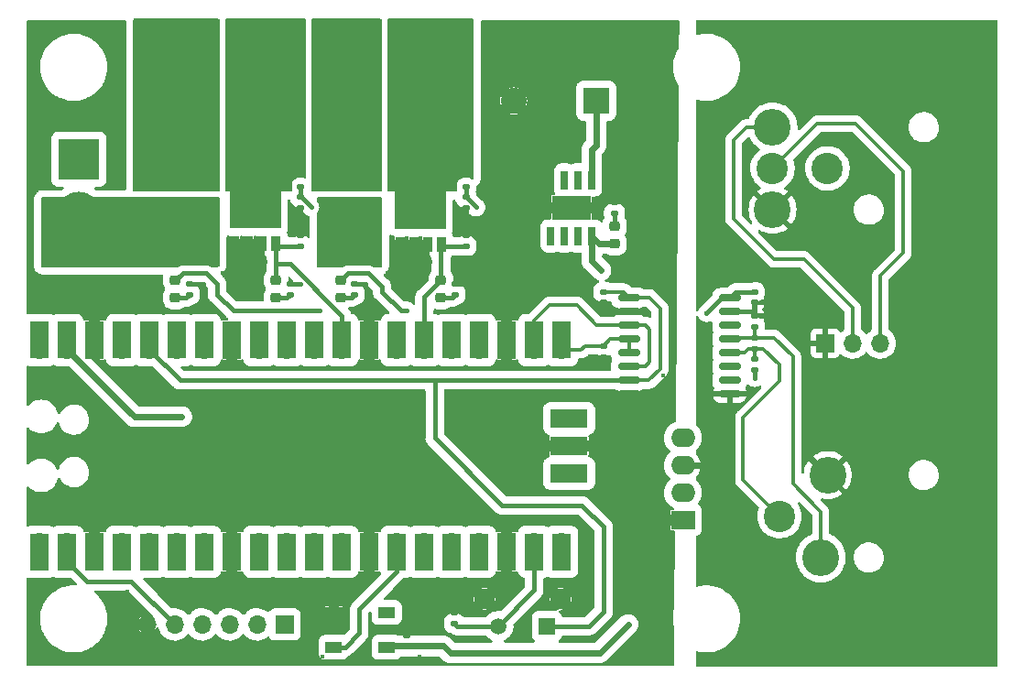
<source format=gbr>
%TF.GenerationSoftware,KiCad,Pcbnew,(6.0.0-0)*%
%TF.CreationDate,2022-10-23T23:34:43+01:00*%
%TF.ProjectId,PicoPyro,5069636f-5079-4726-9f2e-6b696361645f,rev?*%
%TF.SameCoordinates,Original*%
%TF.FileFunction,Copper,L1,Top*%
%TF.FilePolarity,Positive*%
%FSLAX46Y46*%
G04 Gerber Fmt 4.6, Leading zero omitted, Abs format (unit mm)*
G04 Created by KiCad (PCBNEW (6.0.0-0)) date 2022-10-23 23:34:43*
%MOMM*%
%LPD*%
G01*
G04 APERTURE LIST*
G04 Aperture macros list*
%AMRoundRect*
0 Rectangle with rounded corners*
0 $1 Rounding radius*
0 $2 $3 $4 $5 $6 $7 $8 $9 X,Y pos of 4 corners*
0 Add a 4 corners polygon primitive as box body*
4,1,4,$2,$3,$4,$5,$6,$7,$8,$9,$2,$3,0*
0 Add four circle primitives for the rounded corners*
1,1,$1+$1,$2,$3*
1,1,$1+$1,$4,$5*
1,1,$1+$1,$6,$7*
1,1,$1+$1,$8,$9*
0 Add four rect primitives between the rounded corners*
20,1,$1+$1,$2,$3,$4,$5,0*
20,1,$1+$1,$4,$5,$6,$7,0*
20,1,$1+$1,$6,$7,$8,$9,0*
20,1,$1+$1,$8,$9,$2,$3,0*%
G04 Aperture macros list end*
%TA.AperFunction,SMDPad,CuDef*%
%ADD10RoundRect,0.042000X-0.258000X0.833000X-0.258000X-0.833000X0.258000X-0.833000X0.258000X0.833000X0*%
%TD*%
%TA.AperFunction,SMDPad,CuDef*%
%ADD11R,3.630000X2.300000*%
%TD*%
%TA.AperFunction,ComponentPad*%
%ADD12C,1.950000*%
%TD*%
%TA.AperFunction,ComponentPad*%
%ADD13C,1.500000*%
%TD*%
%TA.AperFunction,ComponentPad*%
%ADD14R,1.500000X1.500000*%
%TD*%
%TA.AperFunction,SMDPad,CuDef*%
%ADD15R,0.850000X1.450000*%
%TD*%
%TA.AperFunction,SMDPad,CuDef*%
%ADD16R,0.850000X1.050000*%
%TD*%
%TA.AperFunction,SMDPad,CuDef*%
%ADD17R,4.700000X3.750000*%
%TD*%
%TA.AperFunction,ComponentPad*%
%ADD18R,2.400000X2.400000*%
%TD*%
%TA.AperFunction,ComponentPad*%
%ADD19C,2.400000*%
%TD*%
%TA.AperFunction,SMDPad,CuDef*%
%ADD20R,3.500000X1.700000*%
%TD*%
%TA.AperFunction,ComponentPad*%
%ADD21O,1.700000X1.700000*%
%TD*%
%TA.AperFunction,ComponentPad*%
%ADD22R,1.700000X1.700000*%
%TD*%
%TA.AperFunction,SMDPad,CuDef*%
%ADD23R,1.700000X3.500000*%
%TD*%
%TA.AperFunction,ComponentPad*%
%ADD24C,4.000000*%
%TD*%
%TA.AperFunction,ComponentPad*%
%ADD25R,3.800000X3.800000*%
%TD*%
%TA.AperFunction,SMDPad,CuDef*%
%ADD26RoundRect,0.150000X-0.875000X-0.150000X0.875000X-0.150000X0.875000X0.150000X-0.875000X0.150000X0*%
%TD*%
%TA.AperFunction,SMDPad,CuDef*%
%ADD27RoundRect,0.135000X-0.185000X0.135000X-0.185000X-0.135000X0.185000X-0.135000X0.185000X0.135000X0*%
%TD*%
%TA.AperFunction,SMDPad,CuDef*%
%ADD28RoundRect,0.135000X0.185000X-0.135000X0.185000X0.135000X-0.185000X0.135000X-0.185000X-0.135000X0*%
%TD*%
%TA.AperFunction,ComponentPad*%
%ADD29R,2.250000X1.750000*%
%TD*%
%TA.AperFunction,ComponentPad*%
%ADD30O,2.250000X1.750000*%
%TD*%
%TA.AperFunction,ComponentPad*%
%ADD31C,3.400000*%
%TD*%
%TA.AperFunction,ComponentPad*%
%ADD32C,2.900000*%
%TD*%
%TA.AperFunction,SMDPad,CuDef*%
%ADD33RoundRect,0.250000X2.475000X-0.712500X2.475000X0.712500X-2.475000X0.712500X-2.475000X-0.712500X0*%
%TD*%
%TA.AperFunction,SMDPad,CuDef*%
%ADD34RoundRect,0.218750X-0.256250X0.218750X-0.256250X-0.218750X0.256250X-0.218750X0.256250X0.218750X0*%
%TD*%
%TA.AperFunction,SMDPad,CuDef*%
%ADD35RoundRect,0.218750X0.256250X-0.218750X0.256250X0.218750X-0.256250X0.218750X-0.256250X-0.218750X0*%
%TD*%
%TA.AperFunction,SMDPad,CuDef*%
%ADD36R,1.500000X1.000000*%
%TD*%
%TA.AperFunction,SMDPad,CuDef*%
%ADD37RoundRect,0.140000X0.170000X-0.140000X0.170000X0.140000X-0.170000X0.140000X-0.170000X-0.140000X0*%
%TD*%
%TA.AperFunction,SMDPad,CuDef*%
%ADD38RoundRect,0.140000X-0.170000X0.140000X-0.170000X-0.140000X0.170000X-0.140000X0.170000X0.140000X0*%
%TD*%
%TA.AperFunction,ViaPad*%
%ADD39C,0.400000*%
%TD*%
%TA.AperFunction,Conductor*%
%ADD40C,0.600000*%
%TD*%
%TA.AperFunction,Conductor*%
%ADD41C,0.400000*%
%TD*%
%TA.AperFunction,Conductor*%
%ADD42C,0.300000*%
%TD*%
G04 APERTURE END LIST*
D10*
%TO.P,U501,1,IN*%
%TO.N,Net-(J501-Pad1)*%
X178905000Y-73915000D03*
%TO.P,U501,2,EN*%
%TO.N,unconnected-(U501-Pad2)*%
X177635000Y-73915000D03*
%TO.P,U501,3,RO/WDO*%
%TO.N,unconnected-(U501-Pad3)*%
X176365000Y-73915000D03*
%TO.P,U501,4,GND*%
%TO.N,GND*%
X175095000Y-73915000D03*
%TO.P,U501,5,RTH*%
%TO.N,unconnected-(U501-Pad5)*%
X175095000Y-79085000D03*
%TO.P,U501,6,WDI*%
%TO.N,unconnected-(U501-Pad6)*%
X176365000Y-79085000D03*
%TO.P,U501,7,NC*%
%TO.N,unconnected-(U501-Pad7)*%
X177635000Y-79085000D03*
%TO.P,U501,8,OUT*%
%TO.N,+5V*%
X178905000Y-79085000D03*
D11*
%TO.P,U501,9,EXP*%
%TO.N,GND*%
X177000000Y-76500000D03*
%TD*%
D12*
%TO.P,S701,4,GND_2*%
%TO.N,GND*%
X169000000Y-112662500D03*
%TO.P,S701,3,GND_1*%
X176000000Y-112662500D03*
D13*
%TO.P,S701,2,NO*%
%TO.N,/BUTTON_MODE*%
X170250000Y-115162500D03*
D14*
%TO.P,S701,1,COM*%
%TO.N,+3V3*%
X174750000Y-115162500D03*
%TD*%
D15*
%TO.P,Q211,1,S_1*%
%TO.N,GND*%
X145895000Y-79837500D03*
%TO.P,Q211,2,S_2*%
X147165000Y-79837500D03*
%TO.P,Q211,3,S_3*%
X148435000Y-79837500D03*
%TO.P,Q211,4,G*%
%TO.N,/PYRO1_FIRE*%
X149705000Y-79837500D03*
D16*
%TO.P,Q211,5,D_1*%
%TO.N,Net-(J202-Pad1)*%
X149705000Y-74137500D03*
%TO.P,Q211,6,D_2*%
X148435000Y-74137500D03*
%TO.P,Q211,7,D_3*%
X147165000Y-74137500D03*
%TO.P,Q211,8,D_4*%
X145895000Y-74137500D03*
D17*
%TO.P,Q211,9,D_5*%
X147800000Y-76537500D03*
%TD*%
%TO.P,Q201,9,D_5*%
%TO.N,Net-(J201-Pad1)*%
X163060000Y-76550000D03*
D16*
%TO.P,Q201,8,D_4*%
X161155000Y-74150000D03*
%TO.P,Q201,7,D_3*%
X162425000Y-74150000D03*
%TO.P,Q201,6,D_2*%
X163695000Y-74150000D03*
%TO.P,Q201,5,D_1*%
X164965000Y-74150000D03*
D15*
%TO.P,Q201,4,G*%
%TO.N,/PYRO0_FIRE*%
X164965000Y-79850000D03*
%TO.P,Q201,3,S_3*%
%TO.N,GND*%
X163695000Y-79850000D03*
%TO.P,Q201,2,S_2*%
X162425000Y-79850000D03*
%TO.P,Q201,1,S_1*%
X161155000Y-79850000D03*
%TD*%
D18*
%TO.P,J501,1,1*%
%TO.N,Net-(J501-Pad1)*%
X179300000Y-66600000D03*
D19*
%TO.P,J501,2,2*%
%TO.N,GND*%
X171680000Y-66600000D03*
%TD*%
%TO.P,J202,2,2*%
%TO.N,Net-(F211-Pad2)*%
X141190000Y-66600000D03*
D18*
%TO.P,J202,1,1*%
%TO.N,Net-(J202-Pad1)*%
X148810000Y-66600000D03*
%TD*%
%TO.P,J201,1,1*%
%TO.N,Net-(J201-Pad1)*%
X164060000Y-66600000D03*
D19*
%TO.P,J201,2,2*%
%TO.N,Net-(F201-Pad2)*%
X156440000Y-66600000D03*
%TD*%
D20*
%TO.P,U001,43,SWDIO*%
%TO.N,/DEBUG_DIO*%
X176800000Y-95960000D03*
D21*
X175900000Y-95960000D03*
D20*
%TO.P,U001,42,GND*%
%TO.N,GND*%
X176800000Y-98500000D03*
D22*
X175900000Y-98500000D03*
D21*
%TO.P,U001,41,SWCLK*%
%TO.N,/DEBUG_CLK*%
X175900000Y-101040000D03*
D20*
X176800000Y-101040000D03*
D23*
%TO.P,U001,40,VBUS*%
%TO.N,unconnected-(U001-Pad40)*%
X127870000Y-88710000D03*
D21*
X127870000Y-89610000D03*
%TO.P,U001,39,VSYS*%
%TO.N,+5V*%
X130410000Y-89610000D03*
D23*
X130410000Y-88710000D03*
D22*
%TO.P,U001,38,GND*%
%TO.N,GND*%
X132950000Y-89610000D03*
D23*
X132950000Y-88710000D03*
D21*
%TO.P,U001,37,3V3_EN*%
%TO.N,unconnected-(U001-Pad37)*%
X135490000Y-89610000D03*
D23*
X135490000Y-88710000D03*
%TO.P,U001,36,3V3*%
%TO.N,+3V3*%
X138030000Y-88710000D03*
D21*
X138030000Y-89610000D03*
%TO.P,U001,35,ADC_VREF*%
%TO.N,unconnected-(U001-Pad35)*%
X140570000Y-89610000D03*
D23*
X140570000Y-88710000D03*
D21*
%TO.P,U001,34,GPIO28_ADC2*%
%TO.N,unconnected-(U001-Pad34)*%
X143110000Y-89610000D03*
D23*
X143110000Y-88710000D03*
D22*
%TO.P,U001,33,AGND*%
%TO.N,GND*%
X145650000Y-89610000D03*
D23*
X145650000Y-88710000D03*
%TO.P,U001,32,GPIO27_ADC1*%
%TO.N,/PYRO1_MEASURE*%
X148190000Y-88710000D03*
D21*
X148190000Y-89610000D03*
D23*
%TO.P,U001,31,GPIO26_ADC0*%
%TO.N,/PYRO0_MEASURE*%
X150730000Y-88710000D03*
D21*
X150730000Y-89610000D03*
%TO.P,U001,30,RUN*%
%TO.N,unconnected-(U001-Pad30)*%
X153270000Y-89610000D03*
D23*
X153270000Y-88710000D03*
%TO.P,U001,29,GPIO22*%
%TO.N,/PYRO1_FIRE*%
X155810000Y-88710000D03*
D21*
X155810000Y-89610000D03*
D23*
%TO.P,U001,28,GND*%
%TO.N,GND*%
X158350000Y-88710000D03*
D22*
X158350000Y-89610000D03*
D23*
%TO.P,U001,27,GPIO21*%
%TO.N,/PYRO1_LED*%
X160890000Y-88710000D03*
D21*
X160890000Y-89610000D03*
%TO.P,U001,26,GPIO20*%
%TO.N,/PYRO0_FIRE*%
X163430000Y-89610000D03*
D23*
X163430000Y-88710000D03*
D21*
%TO.P,U001,25,GPIO19*%
%TO.N,/PYRO0_LED*%
X165970000Y-89610000D03*
D23*
X165970000Y-88710000D03*
%TO.P,U001,24,GPIO18*%
%TO.N,unconnected-(U001-Pad24)*%
X168510000Y-88710000D03*
D21*
X168510000Y-89610000D03*
D22*
%TO.P,U001,23,GND*%
%TO.N,GND*%
X171050000Y-89610000D03*
D23*
X171050000Y-88710000D03*
D21*
%TO.P,U001,22,GPIO17*%
%TO.N,/DMX_IO*%
X173590000Y-89610000D03*
D23*
X173590000Y-88710000D03*
D21*
%TO.P,U001,21,GPIO16*%
%TO.N,/DMX_RDM*%
X176130000Y-89610000D03*
D23*
X176130000Y-88710000D03*
D21*
%TO.P,U001,20,GPIO15*%
%TO.N,unconnected-(U001-Pad20)*%
X176130000Y-107390000D03*
D23*
X176130000Y-108290000D03*
%TO.P,U001,19,GPIO14*%
%TO.N,/BUTTON_MODE*%
X173590000Y-108290000D03*
D21*
X173590000Y-107390000D03*
D22*
%TO.P,U001,18,GND*%
%TO.N,GND*%
X171050000Y-107390000D03*
D23*
X171050000Y-108290000D03*
D21*
%TO.P,U001,17,GPIO13*%
%TO.N,unconnected-(U001-Pad17)*%
X168510000Y-107390000D03*
D23*
X168510000Y-108290000D03*
D21*
%TO.P,U001,16,GPIO12*%
%TO.N,unconnected-(U001-Pad16)*%
X165970000Y-107390000D03*
D23*
X165970000Y-108290000D03*
%TO.P,U001,15,GPIO11*%
%TO.N,unconnected-(U001-Pad15)*%
X163430000Y-108290000D03*
D21*
X163430000Y-107390000D03*
%TO.P,U001,14,GPIO10*%
%TO.N,/LED_STATUS*%
X160890000Y-107390000D03*
D23*
X160890000Y-108290000D03*
%TO.P,U001,13,GND*%
%TO.N,GND*%
X158350000Y-108290000D03*
D22*
X158350000Y-107390000D03*
D23*
%TO.P,U001,12,GPIO9*%
%TO.N,unconnected-(U001-Pad12)*%
X155810000Y-108290000D03*
D21*
X155810000Y-107390000D03*
%TO.P,U001,11,GPIO8*%
%TO.N,unconnected-(U001-Pad11)*%
X153270000Y-107390000D03*
D23*
X153270000Y-108290000D03*
%TO.P,U001,10,GPIO7*%
%TO.N,unconnected-(U001-Pad10)*%
X150730000Y-108290000D03*
D21*
X150730000Y-107390000D03*
%TO.P,U001,9,GPIO6*%
%TO.N,unconnected-(U001-Pad9)*%
X148190000Y-107390000D03*
D23*
X148190000Y-108290000D03*
%TO.P,U001,8,GND*%
%TO.N,GND*%
X145650000Y-108290000D03*
D22*
X145650000Y-107390000D03*
D21*
%TO.P,U001,7,GPIO5*%
%TO.N,unconnected-(U001-Pad7)*%
X143110000Y-107390000D03*
D23*
X143110000Y-108290000D03*
%TO.P,U001,6,GPIO4*%
%TO.N,unconnected-(U001-Pad6)*%
X140570000Y-108290000D03*
D21*
X140570000Y-107390000D03*
D23*
%TO.P,U001,5,GPIO3*%
%TO.N,unconnected-(U001-Pad5)*%
X138030000Y-108290000D03*
D21*
X138030000Y-107390000D03*
D23*
%TO.P,U001,4,GPIO2*%
%TO.N,unconnected-(U001-Pad4)*%
X135490000Y-108290000D03*
D21*
X135490000Y-107390000D03*
D22*
%TO.P,U001,3,GND*%
%TO.N,GND*%
X132950000Y-107390000D03*
D23*
X132950000Y-108290000D03*
%TO.P,U001,2,GPIO1*%
%TO.N,/UART0_RX*%
X130410000Y-108290000D03*
D21*
X130410000Y-107390000D03*
D23*
%TO.P,U001,1,GPIO0*%
%TO.N,/UART0_TX*%
X127870000Y-108290000D03*
D21*
X127870000Y-107390000D03*
%TD*%
D24*
%TO.P,J502,2,Pin_2*%
%TO.N,/ARM*%
X131500000Y-77000000D03*
D25*
%TO.P,J502,1,Pin_1*%
%TO.N,Net-(J501-Pad1)*%
X131500000Y-72000000D03*
%TD*%
D26*
%TO.P,U101,1,VDD1*%
%TO.N,+3V3*%
X182350000Y-84805000D03*
%TO.P,U101,2,GND1*%
%TO.N,GND*%
X182350000Y-86075000D03*
%TO.P,U101,3,RxD*%
%TO.N,/DMX_IO*%
X182350000Y-87345000D03*
%TO.P,U101,4,~{RE}*%
%TO.N,/DMX_RDM*%
X182350000Y-88615000D03*
%TO.P,U101,5,DE*%
X182350000Y-89885000D03*
%TO.P,U101,6,TxD*%
%TO.N,/DMX_IO*%
X182350000Y-91155000D03*
%TO.P,U101,7,PV*%
%TO.N,+3V3*%
X182350000Y-92425000D03*
%TO.P,U101,8,GND1*%
%TO.N,GND*%
X182350000Y-93695000D03*
%TO.P,U101,9,GND2*%
%TO.N,/GND_DMX*%
X191650000Y-93695000D03*
%TO.P,U101,10,NC*%
%TO.N,unconnected-(U101-Pad10)*%
X191650000Y-92425000D03*
%TO.P,U101,11,NC*%
%TO.N,unconnected-(U101-Pad11)*%
X191650000Y-91155000D03*
%TO.P,U101,12,A*%
%TO.N,Net-(J101-Pad3)*%
X191650000Y-89885000D03*
%TO.P,U101,13,B*%
%TO.N,Net-(J101-Pad2)*%
X191650000Y-88615000D03*
%TO.P,U101,14,NC*%
%TO.N,unconnected-(U101-Pad14)*%
X191650000Y-87345000D03*
%TO.P,U101,15,GND2*%
%TO.N,/GND_DMX*%
X191650000Y-86075000D03*
%TO.P,U101,16,VDD2*%
%TO.N,/5V_DMX*%
X191650000Y-84805000D03*
%TD*%
D27*
%TO.P,R701,2*%
%TO.N,/BUTTON_MODE*%
X166200000Y-114910000D03*
%TO.P,R701,1*%
%TO.N,GND*%
X166200000Y-113890000D03*
%TD*%
D28*
%TO.P,R601,1*%
%TO.N,Net-(D601-Pad1)*%
X181000000Y-77010000D03*
%TO.P,R601,2*%
%TO.N,GND*%
X181000000Y-75990000D03*
%TD*%
%TO.P,R411,2*%
%TO.N,GND*%
X141700000Y-83490000D03*
%TO.P,R411,1*%
%TO.N,Net-(D411-Pad1)*%
X141700000Y-84510000D03*
%TD*%
%TO.P,R401,2*%
%TO.N,GND*%
X156960000Y-83490000D03*
%TO.P,R401,1*%
%TO.N,Net-(D401-Pad1)*%
X156960000Y-84510000D03*
%TD*%
%TO.P,R214,1*%
%TO.N,GND*%
X152000000Y-76510000D03*
%TO.P,R214,2*%
%TO.N,/PYRO1_MEASURE*%
X152000000Y-75490000D03*
%TD*%
D27*
%TO.P,R213,1*%
%TO.N,Net-(J202-Pad1)*%
X152000000Y-73490000D03*
%TO.P,R213,2*%
%TO.N,/PYRO1_MEASURE*%
X152000000Y-74510000D03*
%TD*%
D28*
%TO.P,R212,1*%
%TO.N,Net-(D211-Pad1)*%
X151000000Y-84510000D03*
%TO.P,R212,2*%
%TO.N,GND*%
X151000000Y-83490000D03*
%TD*%
D27*
%TO.P,R211,1*%
%TO.N,GND*%
X152000000Y-78999999D03*
%TO.P,R211,2*%
%TO.N,/PYRO1_FIRE*%
X152000000Y-80019999D03*
%TD*%
D28*
%TO.P,R204,1*%
%TO.N,GND*%
X167260000Y-76510000D03*
%TO.P,R204,2*%
%TO.N,/PYRO0_MEASURE*%
X167260000Y-75490000D03*
%TD*%
D27*
%TO.P,R203,2*%
%TO.N,/PYRO0_MEASURE*%
X167260000Y-74510000D03*
%TO.P,R203,1*%
%TO.N,Net-(J201-Pad1)*%
X167260000Y-73490000D03*
%TD*%
D28*
%TO.P,R202,1*%
%TO.N,Net-(D201-Pad1)*%
X166260000Y-84510000D03*
%TO.P,R202,2*%
%TO.N,GND*%
X166260000Y-83490000D03*
%TD*%
D27*
%TO.P,R201,2*%
%TO.N,/PYRO0_FIRE*%
X167260000Y-80019999D03*
%TO.P,R201,1*%
%TO.N,GND*%
X167260000Y-78999999D03*
%TD*%
D28*
%TO.P,R104,1*%
%TO.N,Net-(J101-Pad2)*%
X194000000Y-87510000D03*
%TO.P,R104,2*%
%TO.N,/GND_DMX*%
X194000000Y-86490000D03*
%TD*%
%TO.P,R103,2*%
%TO.N,Net-(J101-Pad3)*%
X194000000Y-90490000D03*
%TO.P,R103,1*%
%TO.N,/5V_DMX*%
X194000000Y-91510000D03*
%TD*%
%TO.P,R102,2*%
%TO.N,Net-(J101-Pad2)*%
X194000000Y-88490000D03*
%TO.P,R102,1*%
%TO.N,Net-(J101-Pad3)*%
X194000000Y-89510000D03*
%TD*%
D27*
%TO.P,R101,2*%
%TO.N,GND*%
X180000000Y-90260000D03*
%TO.P,R101,1*%
%TO.N,/DMX_RDM*%
X180000000Y-89240000D03*
%TD*%
D29*
%TO.P,PS101,1,-Vin*%
%TO.N,GND*%
X187342500Y-105357500D03*
D30*
%TO.P,PS101,2,+Vin*%
%TO.N,+5V*%
X187342500Y-102817500D03*
%TO.P,PS101,3,-Vout*%
%TO.N,/GND_DMX*%
X187342500Y-100277500D03*
%TO.P,PS101,4,+Vout*%
%TO.N,/5V_DMX*%
X187342500Y-97737500D03*
%TD*%
D22*
%TO.P,J103,1,Pin_1*%
%TO.N,/GND_DMX*%
X200475000Y-89000000D03*
D21*
%TO.P,J103,2,Pin_2*%
%TO.N,Net-(J101-Pad2)*%
X203015000Y-89000000D03*
%TO.P,J103,3,Pin_3*%
%TO.N,Net-(J101-Pad3)*%
X205555000Y-89000000D03*
%TD*%
D31*
%TO.P,J102,2*%
%TO.N,Net-(J101-Pad2)*%
X195610000Y-69040000D03*
%TO.P,J102,1*%
%TO.N,/GND_DMX*%
X195610000Y-76660000D03*
D32*
%TO.P,J102,3*%
%TO.N,Net-(J101-Pad3)*%
X195610000Y-72850000D03*
%TO.P,J102,G*%
%TO.N,N/C*%
X200690000Y-72850000D03*
%TD*%
%TO.P,J101,3*%
%TO.N,Net-(J101-Pad3)*%
X196250000Y-105000000D03*
D31*
%TO.P,J101,2*%
%TO.N,Net-(J101-Pad2)*%
X200065000Y-108810000D03*
%TO.P,J101,1*%
%TO.N,/GND_DMX*%
X200700000Y-101190000D03*
%TD*%
D21*
%TO.P,J001,6,Pin_6*%
%TO.N,GND*%
X137800000Y-115000000D03*
%TO.P,J001,5,Pin_5*%
%TO.N,/UART0_RX*%
X140340000Y-115000000D03*
%TO.P,J001,4,Pin_4*%
%TO.N,/UART0_TX*%
X142880000Y-115000000D03*
%TO.P,J001,3,Pin_3*%
%TO.N,/DEBUG_DIO*%
X145420000Y-115000000D03*
%TO.P,J001,2,Pin_2*%
%TO.N,/DEBUG_CLK*%
X147960000Y-115000000D03*
D22*
%TO.P,J001,1,Pin_1*%
%TO.N,/VBUS*%
X150500000Y-115000000D03*
%TD*%
D33*
%TO.P,F211,2*%
%TO.N,Net-(F211-Pad2)*%
X141200000Y-73600000D03*
%TO.P,F211,1*%
%TO.N,/ARM*%
X141200000Y-80375000D03*
%TD*%
%TO.P,F201,1*%
%TO.N,/ARM*%
X156460000Y-80387500D03*
%TO.P,F201,2*%
%TO.N,Net-(F201-Pad2)*%
X156460000Y-73612500D03*
%TD*%
D34*
%TO.P,D601,2,A*%
%TO.N,+5V*%
X181000000Y-79787500D03*
%TO.P,D601,1,K*%
%TO.N,Net-(D601-Pad1)*%
X181000000Y-78212500D03*
%TD*%
D35*
%TO.P,D411,1,K*%
%TO.N,Net-(D411-Pad1)*%
X140400000Y-84787500D03*
%TO.P,D411,2,A*%
%TO.N,/PYRO1_LED*%
X140400000Y-83212500D03*
%TD*%
%TO.P,D401,1,K*%
%TO.N,Net-(D401-Pad1)*%
X155660000Y-84787500D03*
%TO.P,D401,2,A*%
%TO.N,/PYRO0_LED*%
X155660000Y-83212500D03*
%TD*%
D36*
%TO.P,D301,1,VDD*%
%TO.N,+5V*%
X159950000Y-117100000D03*
%TO.P,D301,2,DOUT*%
%TO.N,unconnected-(D301-Pad2)*%
X159950000Y-113900000D03*
%TO.P,D301,4,DIN*%
%TO.N,/LED_STATUS*%
X155050000Y-117100000D03*
%TO.P,D301,3,VSS*%
%TO.N,GND*%
X155050000Y-113900000D03*
%TD*%
D35*
%TO.P,D211,1,K*%
%TO.N,Net-(D211-Pad1)*%
X149700000Y-84787500D03*
%TO.P,D211,2,A*%
%TO.N,/PYRO1_FIRE*%
X149700000Y-83212500D03*
%TD*%
%TO.P,D201,2,A*%
%TO.N,/PYRO0_FIRE*%
X164960000Y-83212500D03*
%TO.P,D201,1,K*%
%TO.N,Net-(D201-Pad1)*%
X164960000Y-84787500D03*
%TD*%
D37*
%TO.P,C301,2*%
%TO.N,GND*%
X161750000Y-116040000D03*
%TO.P,C301,1*%
%TO.N,+5V*%
X161750000Y-117000000D03*
%TD*%
D38*
%TO.P,C102,1*%
%TO.N,/5V_DMX*%
X194000000Y-84270000D03*
%TO.P,C102,2*%
%TO.N,/GND_DMX*%
X194000000Y-85230000D03*
%TD*%
%TO.P,C101,1*%
%TO.N,+3V3*%
X180000000Y-84270000D03*
%TO.P,C101,2*%
%TO.N,GND*%
X180000000Y-85230000D03*
%TD*%
D39*
%TO.N,GND*%
X152000000Y-77390000D03*
%TO.N,/GND_DMX*%
X196000000Y-111500000D03*
X193000000Y-82000000D03*
X203500000Y-83000000D03*
X197500000Y-87500000D03*
X199500000Y-85500000D03*
X197000000Y-84500000D03*
X203000000Y-93500000D03*
X203000000Y-98000000D03*
X201000000Y-97000000D03*
X205000000Y-74500000D03*
X205000000Y-79000000D03*
X199500000Y-79500000D03*
X203000000Y-80500000D03*
X200500000Y-77500000D03*
X210500000Y-64000000D03*
X205500000Y-66500000D03*
X204500000Y-63000000D03*
X198500000Y-63000000D03*
X200000000Y-66500000D03*
X211000000Y-77000000D03*
X212500000Y-72500000D03*
X210000000Y-82000000D03*
X211500000Y-98000000D03*
X208000000Y-97000000D03*
X205500000Y-114500000D03*
X212500000Y-107500000D03*
X211500000Y-87500000D03*
X208000000Y-87000000D03*
X213000000Y-82500000D03*
X211500000Y-93000000D03*
X208000000Y-106500000D03*
X209500000Y-112000000D03*
X201500000Y-113000000D03*
%TO.N,GND*%
X133500000Y-103500000D03*
X177000000Y-83000000D03*
X173500000Y-83000000D03*
X181500000Y-112000000D03*
X180500000Y-100000000D03*
X171000000Y-100500000D03*
X171000000Y-97500000D03*
X168000000Y-98500000D03*
X157000000Y-98000000D03*
X154500000Y-103500000D03*
X158000000Y-103500000D03*
X153000000Y-98500000D03*
X151000000Y-102000000D03*
X168000000Y-104500000D03*
X159000000Y-99500000D03*
X144000000Y-101500000D03*
X146500000Y-100000000D03*
X148500000Y-104000000D03*
X163000000Y-102000000D03*
X140500000Y-101000000D03*
X141500000Y-99000000D03*
X138000000Y-103000000D03*
X137500000Y-99500000D03*
%TO.N,/ARM*%
X135000000Y-79000000D03*
X135000000Y-76000000D03*
X136000000Y-77500000D03*
%TO.N,GND*%
X168500000Y-85000000D03*
X170000000Y-83000000D03*
X170000000Y-80000000D03*
X170000000Y-77000000D03*
X173000000Y-74000000D03*
X170000000Y-74000000D03*
X182000000Y-74000000D03*
X137000000Y-84500000D03*
X134000000Y-84500000D03*
X131000000Y-84500000D03*
X128000000Y-84500000D03*
X128000000Y-92000000D03*
X128000000Y-98500000D03*
X128000000Y-105000000D03*
%TO.N,/GND_DMX*%
X190500000Y-97000000D03*
X190500000Y-100000000D03*
X190500000Y-103000000D03*
X190500000Y-106000000D03*
X190500000Y-109000000D03*
X192000000Y-111000000D03*
X194000000Y-114000000D03*
X193000000Y-118000000D03*
X195500000Y-117000000D03*
X210500000Y-117000000D03*
X198500000Y-117000000D03*
X207500000Y-117000000D03*
X201500000Y-117000000D03*
X204500000Y-117000000D03*
X213500000Y-117000000D03*
X192500000Y-67000000D03*
X194000000Y-65000000D03*
X194500000Y-62500000D03*
X195500000Y-61000000D03*
X198500000Y-61000000D03*
X201500000Y-61000000D03*
X204500000Y-61000000D03*
X207500000Y-61000000D03*
X210500000Y-61000000D03*
X213500000Y-61000000D03*
X214500000Y-116000000D03*
X214500000Y-98000000D03*
X214500000Y-107000000D03*
X214500000Y-104000000D03*
X214500000Y-101000000D03*
X214500000Y-113000000D03*
X214500000Y-110000000D03*
X214500000Y-89000000D03*
X214500000Y-92000000D03*
X214500000Y-95000000D03*
X214500000Y-68000000D03*
X214500000Y-65000000D03*
X214500000Y-62000000D03*
X214500000Y-74000000D03*
X214500000Y-83000000D03*
X214500000Y-86000000D03*
X214500000Y-80000000D03*
X214500000Y-71000000D03*
X214500000Y-77000000D03*
X190000000Y-83000000D03*
X190000000Y-80000000D03*
X190000000Y-77000000D03*
X190000000Y-74000000D03*
X190000000Y-71000000D03*
X190000000Y-68000000D03*
%TO.N,GND*%
X185500000Y-65000000D03*
X185500000Y-62000000D03*
X182500000Y-118000000D03*
X185500000Y-71000000D03*
X185500000Y-68000000D03*
X185500000Y-80000000D03*
X185500000Y-74000000D03*
X185500000Y-77000000D03*
X185500000Y-83000000D03*
X185500000Y-92000000D03*
X185500000Y-95000000D03*
X185500000Y-106000000D03*
X185500000Y-109000000D03*
X185500000Y-112000000D03*
X185500000Y-115000000D03*
%TO.N,/GND_DMX*%
X189500000Y-118000000D03*
%TO.N,GND*%
X185500000Y-118000000D03*
X136000000Y-112000000D03*
X136000000Y-115000000D03*
X163000000Y-118000000D03*
X157000000Y-118000000D03*
X154000000Y-118000000D03*
X148000000Y-84500000D03*
X146500000Y-84500000D03*
X151000000Y-118000000D03*
X148000000Y-118000000D03*
X145000000Y-118000000D03*
X142000000Y-118000000D03*
X139000000Y-118000000D03*
X136000000Y-118000000D03*
%TO.N,+5V*%
X179750000Y-82250000D03*
X179000000Y-81500000D03*
X141000000Y-95800000D03*
X139400000Y-95800000D03*
X182250000Y-115000000D03*
X181250000Y-116000000D03*
%TO.N,/5V_DMX*%
X194000000Y-92250000D03*
X189500000Y-86250000D03*
%TO.N,/ARM*%
X159000000Y-79000000D03*
X157000000Y-79000000D03*
X154500000Y-77500000D03*
X155000000Y-79000000D03*
X159000000Y-76000000D03*
X156500000Y-77500000D03*
X157000000Y-76000000D03*
X158500000Y-77500000D03*
X155000000Y-76000000D03*
X143000000Y-79000000D03*
X141000000Y-79000000D03*
X139000000Y-79000000D03*
X137000000Y-79000000D03*
X137000000Y-76000000D03*
X139000000Y-76000000D03*
X138500000Y-77500000D03*
X141000000Y-76000000D03*
X140500000Y-77500000D03*
X142500000Y-77500000D03*
X143000000Y-76000000D03*
%TO.N,/PYRO0_LED*%
X161750000Y-86000000D03*
%TO.N,/PYRO1_LED*%
X153750000Y-86000000D03*
%TO.N,GND*%
X145250000Y-83500000D03*
X144750000Y-82500000D03*
X146500000Y-82500000D03*
X145250000Y-81500000D03*
X147000000Y-83500000D03*
X147000000Y-81500000D03*
X148000000Y-82500000D03*
X148750000Y-81500000D03*
X163500000Y-82500000D03*
X160000000Y-82500000D03*
X162250000Y-83500000D03*
X160500000Y-83500000D03*
X161750000Y-82500000D03*
X160500000Y-81500000D03*
X162250000Y-81500000D03*
X164000000Y-81500000D03*
X167490000Y-83490000D03*
X157990000Y-83490000D03*
X142990000Y-83490000D03*
X151990000Y-83490000D03*
%TO.N,/PYRO0_MEASURE*%
X168200000Y-76434075D03*
%TO.N,/PYRO1_MEASURE*%
X153000000Y-76434075D03*
%TO.N,GND*%
X167260000Y-78190000D03*
X152000000Y-78190000D03*
X167260000Y-77390000D03*
%TD*%
D40*
%TO.N,+5V*%
X179625000Y-117625000D02*
X182250000Y-115000000D01*
X179625000Y-117625000D02*
X165825000Y-117625000D01*
X165825000Y-117625000D02*
X165200000Y-117000000D01*
X161750000Y-117000000D02*
X165200000Y-117000000D01*
D41*
%TO.N,+3V3*%
X174750000Y-115162500D02*
X178637500Y-115162500D01*
X178637500Y-115162500D02*
X180000000Y-113800000D01*
%TO.N,/BUTTON_MODE*%
X170250000Y-115162500D02*
X166452500Y-115162500D01*
X166452500Y-115162500D02*
X166200000Y-114910000D01*
X173590000Y-107390000D02*
X173590000Y-111822500D01*
X173590000Y-111822500D02*
X170250000Y-115162500D01*
%TO.N,Net-(D201-Pad1)*%
X164960000Y-84787500D02*
X165982500Y-84787500D01*
X165982500Y-84787500D02*
X166260000Y-84510000D01*
D42*
%TO.N,Net-(J101-Pad3)*%
X205555000Y-89000000D02*
X205555000Y-82795000D01*
X205555000Y-82795000D02*
X207700000Y-80650000D01*
X207700000Y-80650000D02*
X207700000Y-73100000D01*
X203300000Y-68700000D02*
X199760000Y-68700000D01*
X207700000Y-73100000D02*
X203300000Y-68700000D01*
X199760000Y-68700000D02*
X195610000Y-72850000D01*
X194000000Y-89510000D02*
X194750000Y-89510000D01*
X196250000Y-92500000D02*
X192900000Y-95850000D01*
X194750000Y-89510000D02*
X196250000Y-91010000D01*
X192900000Y-95850000D02*
X192900000Y-101650000D01*
X196250000Y-91010000D02*
X196250000Y-92500000D01*
X192900000Y-101650000D02*
X196250000Y-105000000D01*
X191650000Y-89885000D02*
X193015000Y-89885000D01*
X193015000Y-89885000D02*
X193390000Y-89510000D01*
X193390000Y-89510000D02*
X194000000Y-89510000D01*
D40*
%TO.N,/GND_DMX*%
X187342500Y-100277500D02*
X189477500Y-100277500D01*
D41*
%TO.N,/LED_STATUS*%
X155050000Y-117100000D02*
X156100000Y-117100000D01*
X156100000Y-117100000D02*
X157400000Y-115800000D01*
X157400000Y-115800000D02*
X157400000Y-113600000D01*
X157400000Y-113600000D02*
X160890000Y-110110000D01*
X160890000Y-110110000D02*
X160890000Y-107390000D01*
D40*
%TO.N,Net-(J501-Pad1)*%
X178905000Y-71095000D02*
X179300000Y-70700000D01*
X179300000Y-70700000D02*
X179300000Y-66600000D01*
X178905000Y-73915000D02*
X178905000Y-71095000D01*
D41*
%TO.N,Net-(D601-Pad1)*%
X181000000Y-78212500D02*
X181000000Y-77010000D01*
D40*
%TO.N,+5V*%
X181000000Y-79787500D02*
X179607500Y-79787500D01*
X179607500Y-79787500D02*
X178905000Y-79085000D01*
X178905000Y-79085000D02*
X178905000Y-81405000D01*
X178905000Y-81405000D02*
X179750000Y-82250000D01*
D41*
%TO.N,+3V3*%
X164375000Y-92425000D02*
X164375000Y-97775000D01*
X178000000Y-104000000D02*
X180000000Y-106000000D01*
X164375000Y-97775000D02*
X170600000Y-104000000D01*
X170600000Y-104000000D02*
X178000000Y-104000000D01*
X180000000Y-106000000D02*
X180000000Y-113800000D01*
X182350000Y-92425000D02*
X164375000Y-92425000D01*
X164375000Y-92425000D02*
X140845000Y-92425000D01*
D40*
%TO.N,+5V*%
X130410000Y-89610000D02*
X136600000Y-95800000D01*
X136600000Y-95800000D02*
X141000000Y-95800000D01*
D41*
%TO.N,+3V3*%
X140845000Y-92425000D02*
X138030000Y-89610000D01*
D42*
X185200000Y-91400000D02*
X184175000Y-92425000D01*
X184175000Y-92425000D02*
X182350000Y-92425000D01*
X182350000Y-84805000D02*
X184205000Y-84805000D01*
X184205000Y-84805000D02*
X185200000Y-85800000D01*
X185200000Y-85800000D02*
X185200000Y-91400000D01*
D40*
%TO.N,+5V*%
X161750000Y-117000000D02*
X160050000Y-117000000D01*
X160050000Y-117000000D02*
X159950000Y-117100000D01*
%TO.N,GND*%
X187342500Y-105357500D02*
X184142500Y-105357500D01*
D42*
%TO.N,/DMX_RDM*%
X182350000Y-88615000D02*
X180625000Y-88615000D01*
X180625000Y-88615000D02*
X180000000Y-89240000D01*
X180000000Y-89240000D02*
X178260000Y-89240000D01*
X178260000Y-89240000D02*
X177890000Y-89610000D01*
X177890000Y-89610000D02*
X176130000Y-89610000D01*
%TO.N,/DMX_IO*%
X173590000Y-89610000D02*
X173590000Y-86910000D01*
X173590000Y-86910000D02*
X175000000Y-85500000D01*
X175000000Y-85500000D02*
X177500000Y-85500000D01*
X177500000Y-85500000D02*
X179345000Y-87345000D01*
X179345000Y-87345000D02*
X182350000Y-87345000D01*
X184250000Y-87750000D02*
X184250000Y-90750000D01*
X182350000Y-91155000D02*
X183845000Y-91155000D01*
X183845000Y-91155000D02*
X184250000Y-90750000D01*
X182350000Y-87345000D02*
X183845000Y-87345000D01*
X183845000Y-87345000D02*
X184250000Y-87750000D01*
%TO.N,+3V3*%
X182350000Y-84805000D02*
X181815000Y-84270000D01*
X181815000Y-84270000D02*
X180000000Y-84270000D01*
D41*
%TO.N,/5V_DMX*%
X191650000Y-84805000D02*
X192185000Y-84270000D01*
X192185000Y-84270000D02*
X194000000Y-84270000D01*
%TO.N,/GND_DMX*%
X191650000Y-86075000D02*
X193585000Y-86075000D01*
X193585000Y-86075000D02*
X194000000Y-86490000D01*
%TO.N,/5V_DMX*%
X194000000Y-91510000D02*
X194000000Y-92250000D01*
D42*
%TO.N,Net-(J101-Pad2)*%
X197500000Y-90250000D02*
X197500000Y-91240000D01*
X194000000Y-88490000D02*
X195740000Y-88490000D01*
X195740000Y-88490000D02*
X197500000Y-90250000D01*
%TO.N,Net-(J101-Pad3)*%
X194000000Y-89510000D02*
X194000000Y-90490000D01*
%TO.N,Net-(J101-Pad2)*%
X194000000Y-88490000D02*
X194000000Y-87510000D01*
X194000000Y-88490000D02*
X191775000Y-88490000D01*
X191775000Y-88490000D02*
X191650000Y-88615000D01*
D41*
%TO.N,/5V_DMX*%
X189500000Y-86250000D02*
X190945000Y-84805000D01*
X190945000Y-84805000D02*
X191650000Y-84805000D01*
D42*
%TO.N,Net-(J101-Pad2)*%
X198500000Y-81250000D02*
X202750000Y-85500000D01*
X203015000Y-89000000D02*
X203015000Y-85765000D01*
X203015000Y-85765000D02*
X202750000Y-85500000D01*
X195750000Y-81250000D02*
X198500000Y-81250000D01*
X192000000Y-70250000D02*
X192000000Y-77500000D01*
X192000000Y-77500000D02*
X195750000Y-81250000D01*
X195610000Y-69040000D02*
X193210000Y-69040000D01*
X193210000Y-69040000D02*
X192000000Y-70250000D01*
%TO.N,/DMX_RDM*%
X182350000Y-88615000D02*
X182350000Y-89885000D01*
%TO.N,Net-(J101-Pad2)*%
X197500000Y-102000000D02*
X199750000Y-104250000D01*
X200065000Y-108810000D02*
X200065000Y-104565000D01*
X200065000Y-104565000D02*
X199750000Y-104250000D01*
X197500000Y-91240000D02*
X197500000Y-102000000D01*
D41*
%TO.N,/UART0_RX*%
X140340000Y-115000000D02*
X136340000Y-111000000D01*
X136340000Y-111000000D02*
X132260978Y-111000000D01*
X132260978Y-111000000D02*
X130410000Y-109149022D01*
X130410000Y-109149022D02*
X130410000Y-107390000D01*
%TO.N,/PYRO0_LED*%
X159500000Y-84250000D02*
X161250000Y-86000000D01*
X161250000Y-86000000D02*
X161750000Y-86000000D01*
X158250000Y-82500000D02*
X159500000Y-83750000D01*
X159500000Y-83750000D02*
X159500000Y-84250000D01*
X155660000Y-83212500D02*
X156372500Y-82500000D01*
X156372500Y-82500000D02*
X158250000Y-82500000D01*
%TO.N,/PYRO1_LED*%
X140400000Y-83212500D02*
X141112500Y-82500000D01*
X141112500Y-82500000D02*
X143250000Y-82500000D01*
X143250000Y-82500000D02*
X144250000Y-83500000D01*
X144250000Y-83500000D02*
X144250000Y-84500000D01*
X144250000Y-84500000D02*
X145750000Y-86000000D01*
X145750000Y-86000000D02*
X153750000Y-86000000D01*
%TO.N,/PYRO1_FIRE*%
X149700000Y-81700000D02*
X151047849Y-81700000D01*
X155810000Y-86462151D02*
X155810000Y-89610000D01*
X151047849Y-81700000D02*
X155810000Y-86462151D01*
%TO.N,/PYRO0_FIRE*%
X164960000Y-83212500D02*
X163430000Y-84742500D01*
X163430000Y-84742500D02*
X163430000Y-89610000D01*
%TO.N,/PYRO1_FIRE*%
X149700000Y-83212500D02*
X149700000Y-81700000D01*
X149700000Y-81700000D02*
X149700000Y-79842500D01*
X149700000Y-79842500D02*
X149705000Y-79837500D01*
X149887499Y-80019999D02*
X149705000Y-79837500D01*
X152000000Y-80019999D02*
X149887499Y-80019999D01*
%TO.N,/PYRO0_FIRE*%
X164960000Y-83212500D02*
X164960000Y-79855000D01*
X164960000Y-79855000D02*
X164965000Y-79850000D01*
%TO.N,GND*%
X141700000Y-83490000D02*
X142990000Y-83490000D01*
X166260000Y-83490000D02*
X167490000Y-83490000D01*
X156960000Y-83490000D02*
X157990000Y-83490000D01*
X151000000Y-83490000D02*
X151990000Y-83490000D01*
%TO.N,/PYRO0_MEASURE*%
X167255925Y-75490000D02*
X168200000Y-76434075D01*
%TO.N,/PYRO1_MEASURE*%
X152055925Y-75490000D02*
X153000000Y-76434075D01*
X152000000Y-75490000D02*
X152055925Y-75490000D01*
%TO.N,Net-(D401-Pad1)*%
X155660000Y-84787500D02*
X156682500Y-84787500D01*
X156682500Y-84787500D02*
X156960000Y-84510000D01*
%TO.N,Net-(D211-Pad1)*%
X149700000Y-84787500D02*
X150722500Y-84787500D01*
X150722500Y-84787500D02*
X151000000Y-84510000D01*
%TO.N,Net-(D411-Pad1)*%
X140400000Y-84787500D02*
X141422500Y-84787500D01*
X141422500Y-84787500D02*
X141700000Y-84510000D01*
%TO.N,/PYRO0_FIRE*%
X167260000Y-80019999D02*
X165134999Y-80019999D01*
X165134999Y-80019999D02*
X164965000Y-79850000D01*
%TO.N,GND*%
X167260000Y-78999999D02*
X167260000Y-78190000D01*
X152000000Y-78999999D02*
X152000000Y-78190000D01*
X167260000Y-76510000D02*
X167260000Y-77390000D01*
X152000000Y-76510000D02*
X152000000Y-77390000D01*
%TO.N,/PYRO0_MEASURE*%
X167260000Y-74510000D02*
X167260000Y-75490000D01*
%TO.N,/PYRO1_MEASURE*%
X152000000Y-74510000D02*
X152000000Y-75490000D01*
%TO.N,Net-(J201-Pad1)*%
X164965000Y-74150000D02*
X165625000Y-73490000D01*
X165625000Y-73490000D02*
X167260000Y-73490000D01*
%TO.N,Net-(J202-Pad1)*%
X149705000Y-74137500D02*
X150352500Y-73490000D01*
X150352500Y-73490000D02*
X152000000Y-73490000D01*
%TD*%
%TA.AperFunction,Conductor*%
%TO.N,GND*%
G36*
X135792121Y-59170002D02*
G01*
X135838614Y-59223658D01*
X135850000Y-59276000D01*
X135850000Y-74724000D01*
X135829998Y-74792121D01*
X135776342Y-74838614D01*
X135724000Y-74850000D01*
X133097740Y-74850000D01*
X133029619Y-74829998D01*
X133019739Y-74822954D01*
X133019259Y-74822576D01*
X133015441Y-74819566D01*
X132957229Y-74784103D01*
X132909462Y-74731582D01*
X132897673Y-74661571D01*
X132925605Y-74596300D01*
X132984391Y-74556492D01*
X133022785Y-74550500D01*
X133465694Y-74550500D01*
X133468140Y-74550308D01*
X133468153Y-74550307D01*
X133489416Y-74548633D01*
X133502569Y-74547598D01*
X133548049Y-74534385D01*
X133652785Y-74503956D01*
X133652786Y-74503955D01*
X133660398Y-74501744D01*
X133801865Y-74418081D01*
X133918081Y-74301865D01*
X133937466Y-74269087D01*
X133997709Y-74167221D01*
X133997709Y-74167220D01*
X134001744Y-74160398D01*
X134004520Y-74150845D01*
X134045801Y-74008754D01*
X134047598Y-74002569D01*
X134048633Y-73989416D01*
X134050307Y-73968153D01*
X134050308Y-73968140D01*
X134050500Y-73965694D01*
X134050500Y-70034306D01*
X134050308Y-70031860D01*
X134050307Y-70031847D01*
X134048103Y-70003850D01*
X134047598Y-69997431D01*
X134001744Y-69839602D01*
X133918081Y-69698135D01*
X133801865Y-69581919D01*
X133660398Y-69498256D01*
X133652786Y-69496045D01*
X133652785Y-69496044D01*
X133508754Y-69454199D01*
X133508755Y-69454199D01*
X133502569Y-69452402D01*
X133489416Y-69451367D01*
X133468153Y-69449693D01*
X133468140Y-69449692D01*
X133465694Y-69449500D01*
X129534306Y-69449500D01*
X129531860Y-69449692D01*
X129531847Y-69449693D01*
X129510584Y-69451367D01*
X129497431Y-69452402D01*
X129491245Y-69454199D01*
X129491246Y-69454199D01*
X129347215Y-69496044D01*
X129347214Y-69496045D01*
X129339602Y-69498256D01*
X129198135Y-69581919D01*
X129081919Y-69698135D01*
X128998256Y-69839602D01*
X128952402Y-69997431D01*
X128951897Y-70003850D01*
X128949693Y-70031847D01*
X128949692Y-70031860D01*
X128949500Y-70034306D01*
X128949500Y-73965694D01*
X128949692Y-73968140D01*
X128949693Y-73968153D01*
X128951367Y-73989416D01*
X128952402Y-74002569D01*
X128954199Y-74008754D01*
X128995481Y-74150845D01*
X128998256Y-74160398D01*
X129002291Y-74167220D01*
X129002291Y-74167221D01*
X129062534Y-74269087D01*
X129081919Y-74301865D01*
X129198135Y-74418081D01*
X129339602Y-74501744D01*
X129347214Y-74503955D01*
X129347215Y-74503956D01*
X129451951Y-74534385D01*
X129497431Y-74547598D01*
X129510584Y-74548633D01*
X129531847Y-74550307D01*
X129531860Y-74550308D01*
X129534306Y-74550500D01*
X129975040Y-74550500D01*
X130043161Y-74570502D01*
X130089654Y-74624158D01*
X130099758Y-74694432D01*
X130070264Y-74759012D01*
X130039463Y-74784785D01*
X130007475Y-74803816D01*
X129981621Y-74823762D01*
X129915471Y-74849535D01*
X129904658Y-74850000D01*
X128126000Y-74850000D01*
X127987836Y-74864854D01*
X127984552Y-74865568D01*
X127984548Y-74865569D01*
X127939317Y-74875408D01*
X127939311Y-74875410D01*
X127935494Y-74876240D01*
X127783538Y-74929724D01*
X127776982Y-74934098D01*
X127651298Y-75017947D01*
X127651290Y-75017953D01*
X127648000Y-75020148D01*
X127594344Y-75066641D01*
X127561696Y-75096950D01*
X127558600Y-75100917D01*
X127558598Y-75100920D01*
X127466338Y-75219162D01*
X127466336Y-75219166D01*
X127461466Y-75225407D01*
X127458300Y-75232665D01*
X127458300Y-75232666D01*
X127397911Y-75371130D01*
X127397908Y-75371137D01*
X127396331Y-75374754D01*
X127395217Y-75378549D01*
X127395216Y-75378551D01*
X127393680Y-75383782D01*
X127376329Y-75442875D01*
X127370421Y-75464352D01*
X127350000Y-75626000D01*
X127350000Y-81874000D01*
X127364854Y-82012164D01*
X127365568Y-82015448D01*
X127365569Y-82015452D01*
X127374518Y-82056588D01*
X127376240Y-82064506D01*
X127429724Y-82216462D01*
X127434098Y-82223018D01*
X127517947Y-82348702D01*
X127517953Y-82348710D01*
X127520148Y-82352000D01*
X127566641Y-82405656D01*
X127567372Y-82406443D01*
X127567377Y-82406449D01*
X127593015Y-82434065D01*
X127596950Y-82438304D01*
X127600917Y-82441400D01*
X127600920Y-82441402D01*
X127719162Y-82533662D01*
X127719166Y-82533664D01*
X127725407Y-82538534D01*
X127732665Y-82541700D01*
X127732666Y-82541700D01*
X127871130Y-82602089D01*
X127871137Y-82602092D01*
X127874754Y-82603669D01*
X127942875Y-82623671D01*
X127943382Y-82623811D01*
X127943412Y-82623819D01*
X127958357Y-82627930D01*
X127964352Y-82629579D01*
X127968821Y-82630144D01*
X127968823Y-82630144D01*
X128016361Y-82636149D01*
X128126000Y-82650000D01*
X139172311Y-82650000D01*
X139240432Y-82670002D01*
X139286925Y-82723658D01*
X139297029Y-82793932D01*
X139294568Y-82806481D01*
X139281247Y-82859911D01*
X139277464Y-82875084D01*
X139277086Y-82880630D01*
X139277086Y-82880633D01*
X139274647Y-82916411D01*
X139274500Y-82918561D01*
X139274501Y-83506438D01*
X139277464Y-83549916D01*
X139323154Y-83733170D01*
X139407130Y-83902338D01*
X139411402Y-83907652D01*
X139411407Y-83907659D01*
X139422173Y-83921049D01*
X139449269Y-83986671D01*
X139436585Y-84056526D01*
X139422173Y-84078951D01*
X139411407Y-84092341D01*
X139411402Y-84092348D01*
X139407130Y-84097662D01*
X139323154Y-84266830D01*
X139277464Y-84450084D01*
X139274500Y-84493561D01*
X139274501Y-85081438D01*
X139277464Y-85124916D01*
X139323154Y-85308170D01*
X139407130Y-85477338D01*
X139411403Y-85482653D01*
X139411404Y-85482654D01*
X139436989Y-85514475D01*
X139525473Y-85624527D01*
X139530785Y-85628798D01*
X139642468Y-85718593D01*
X139672662Y-85742870D01*
X139841830Y-85826846D01*
X140025084Y-85872536D01*
X140046589Y-85874002D01*
X140066414Y-85875354D01*
X140066425Y-85875354D01*
X140068561Y-85875500D01*
X140399845Y-85875500D01*
X140731438Y-85875499D01*
X140765951Y-85873147D01*
X140769370Y-85872914D01*
X140774916Y-85872536D01*
X140958170Y-85826846D01*
X141127338Y-85742870D01*
X141160247Y-85716411D01*
X141223190Y-85665803D01*
X141288812Y-85638707D01*
X141302142Y-85638000D01*
X141381438Y-85638000D01*
X141391979Y-85638442D01*
X141443402Y-85642760D01*
X141450162Y-85641858D01*
X141450166Y-85641858D01*
X141523159Y-85632119D01*
X141526213Y-85631749D01*
X141599428Y-85623795D01*
X141599431Y-85623794D01*
X141606209Y-85623058D01*
X141612669Y-85620884D01*
X141615717Y-85620214D01*
X141616178Y-85620133D01*
X141616329Y-85620097D01*
X141616788Y-85619964D01*
X141619807Y-85619222D01*
X141626569Y-85618320D01*
X141632979Y-85615987D01*
X141632983Y-85615986D01*
X141702171Y-85590803D01*
X141705077Y-85589785D01*
X141774877Y-85566295D01*
X141774879Y-85566294D01*
X141781348Y-85564117D01*
X141787202Y-85560600D01*
X141790014Y-85559300D01*
X141790457Y-85559118D01*
X141790616Y-85559042D01*
X141791034Y-85558814D01*
X141793803Y-85557451D01*
X141800215Y-85555118D01*
X141805973Y-85551464D01*
X141805979Y-85551461D01*
X141868144Y-85512010D01*
X141870763Y-85510392D01*
X141933893Y-85472459D01*
X141933895Y-85472458D01*
X141939744Y-85468943D01*
X141944703Y-85464254D01*
X141947182Y-85462372D01*
X141947959Y-85461832D01*
X141951869Y-85458875D01*
X141956238Y-85456102D01*
X141960472Y-85452317D01*
X141961464Y-85451325D01*
X141962799Y-85450609D01*
X141964213Y-85449540D01*
X141964380Y-85449761D01*
X142019661Y-85420118D01*
X142147563Y-85390589D01*
X142260542Y-85335973D01*
X142299879Y-85316957D01*
X142299880Y-85316956D01*
X142306223Y-85313890D01*
X142443947Y-85203947D01*
X142553890Y-85066223D01*
X142630589Y-84907563D01*
X142650123Y-84822953D01*
X142669031Y-84741052D01*
X142669031Y-84741051D01*
X142670231Y-84735854D01*
X142670500Y-84731189D01*
X142670499Y-84288812D01*
X142670231Y-84284146D01*
X142630589Y-84112437D01*
X142553890Y-83953777D01*
X142443947Y-83816053D01*
X142306223Y-83706110D01*
X142294807Y-83700591D01*
X142181325Y-83645732D01*
X142147563Y-83629411D01*
X142017012Y-83599271D01*
X141955137Y-83564457D01*
X141921905Y-83501718D01*
X141927869Y-83430973D01*
X141971133Y-83374682D01*
X142037963Y-83350717D01*
X142045356Y-83350500D01*
X142845521Y-83350500D01*
X142913642Y-83370502D01*
X142934616Y-83387405D01*
X143362595Y-83815384D01*
X143396621Y-83877696D01*
X143399500Y-83904479D01*
X143399500Y-84458938D01*
X143399058Y-84469479D01*
X143394740Y-84520902D01*
X143395642Y-84527662D01*
X143395642Y-84527666D01*
X143405381Y-84600659D01*
X143405751Y-84603713D01*
X143413705Y-84676928D01*
X143414442Y-84683709D01*
X143416616Y-84690169D01*
X143417286Y-84693217D01*
X143417367Y-84693678D01*
X143417403Y-84693829D01*
X143417536Y-84694288D01*
X143418278Y-84697307D01*
X143419180Y-84704069D01*
X143421513Y-84710479D01*
X143421514Y-84710483D01*
X143446697Y-84779671D01*
X143447715Y-84782577D01*
X143467959Y-84842730D01*
X143473383Y-84858848D01*
X143476900Y-84864702D01*
X143478200Y-84867514D01*
X143478382Y-84867957D01*
X143478458Y-84868116D01*
X143478686Y-84868534D01*
X143480049Y-84871303D01*
X143482382Y-84877715D01*
X143486036Y-84883473D01*
X143486039Y-84883479D01*
X143525490Y-84945644D01*
X143527108Y-84948263D01*
X143544312Y-84976894D01*
X143568557Y-85017244D01*
X143573246Y-85022203D01*
X143575128Y-85024682D01*
X143575668Y-85025459D01*
X143578625Y-85029369D01*
X143581398Y-85033738D01*
X143585183Y-85037972D01*
X143638689Y-85091478D01*
X143641142Y-85094000D01*
X143682859Y-85138114D01*
X143695524Y-85151507D01*
X143701166Y-85155341D01*
X143706366Y-85159767D01*
X143706022Y-85160171D01*
X143713918Y-85166707D01*
X145119567Y-86572356D01*
X145126710Y-86580123D01*
X145160020Y-86619540D01*
X145165439Y-86623683D01*
X145165440Y-86623684D01*
X145178250Y-86633478D01*
X145217304Y-86663336D01*
X145223948Y-86668416D01*
X145226371Y-86670316D01*
X145245633Y-86685803D01*
X145286189Y-86744076D01*
X145288802Y-86815025D01*
X145252642Y-86876123D01*
X145189191Y-86907973D01*
X145166681Y-86910000D01*
X144801259Y-86910000D01*
X144791499Y-86910961D01*
X144771205Y-86919368D01*
X144700616Y-86926960D01*
X144637128Y-86895183D01*
X144601986Y-86838114D01*
X144563956Y-86707215D01*
X144563955Y-86707214D01*
X144561744Y-86699602D01*
X144540297Y-86663336D01*
X144482115Y-86564956D01*
X144478081Y-86558135D01*
X144361865Y-86441919D01*
X144330000Y-86423074D01*
X144227221Y-86362291D01*
X144227220Y-86362291D01*
X144220398Y-86358256D01*
X144212786Y-86356045D01*
X144212785Y-86356044D01*
X144068754Y-86314199D01*
X144068755Y-86314199D01*
X144062569Y-86312402D01*
X144049416Y-86311367D01*
X144028153Y-86309693D01*
X144028140Y-86309692D01*
X144025694Y-86309500D01*
X142194306Y-86309500D01*
X142191860Y-86309692D01*
X142191847Y-86309693D01*
X142170584Y-86311367D01*
X142157431Y-86312402D01*
X142151245Y-86314199D01*
X142151246Y-86314199D01*
X142007215Y-86356044D01*
X142007214Y-86356045D01*
X141999602Y-86358256D01*
X141992780Y-86362291D01*
X141992779Y-86362291D01*
X141904139Y-86414712D01*
X141835322Y-86432171D01*
X141775861Y-86414712D01*
X141687221Y-86362291D01*
X141687220Y-86362291D01*
X141680398Y-86358256D01*
X141672786Y-86356045D01*
X141672785Y-86356044D01*
X141528754Y-86314199D01*
X141528755Y-86314199D01*
X141522569Y-86312402D01*
X141509416Y-86311367D01*
X141488153Y-86309693D01*
X141488140Y-86309692D01*
X141485694Y-86309500D01*
X139654306Y-86309500D01*
X139651860Y-86309692D01*
X139651847Y-86309693D01*
X139630584Y-86311367D01*
X139617431Y-86312402D01*
X139611245Y-86314199D01*
X139611246Y-86314199D01*
X139467215Y-86356044D01*
X139467214Y-86356045D01*
X139459602Y-86358256D01*
X139452780Y-86362291D01*
X139452779Y-86362291D01*
X139364139Y-86414712D01*
X139295322Y-86432171D01*
X139235861Y-86414712D01*
X139147221Y-86362291D01*
X139147220Y-86362291D01*
X139140398Y-86358256D01*
X139132786Y-86356045D01*
X139132785Y-86356044D01*
X138988754Y-86314199D01*
X138988755Y-86314199D01*
X138982569Y-86312402D01*
X138969416Y-86311367D01*
X138948153Y-86309693D01*
X138948140Y-86309692D01*
X138945694Y-86309500D01*
X137114306Y-86309500D01*
X137111860Y-86309692D01*
X137111847Y-86309693D01*
X137090584Y-86311367D01*
X137077431Y-86312402D01*
X137071245Y-86314199D01*
X137071246Y-86314199D01*
X136927215Y-86356044D01*
X136927214Y-86356045D01*
X136919602Y-86358256D01*
X136912780Y-86362291D01*
X136912779Y-86362291D01*
X136824139Y-86414712D01*
X136755322Y-86432171D01*
X136695861Y-86414712D01*
X136607221Y-86362291D01*
X136607220Y-86362291D01*
X136600398Y-86358256D01*
X136592786Y-86356045D01*
X136592785Y-86356044D01*
X136448754Y-86314199D01*
X136448755Y-86314199D01*
X136442569Y-86312402D01*
X136429416Y-86311367D01*
X136408153Y-86309693D01*
X136408140Y-86309692D01*
X136405694Y-86309500D01*
X134574306Y-86309500D01*
X134571860Y-86309692D01*
X134571847Y-86309693D01*
X134550584Y-86311367D01*
X134537431Y-86312402D01*
X134531245Y-86314199D01*
X134531246Y-86314199D01*
X134387215Y-86356044D01*
X134387214Y-86356045D01*
X134379602Y-86358256D01*
X134372780Y-86362291D01*
X134372779Y-86362291D01*
X134270000Y-86423074D01*
X134238135Y-86441919D01*
X134121919Y-86558135D01*
X134117885Y-86564956D01*
X134059704Y-86663336D01*
X134038256Y-86699602D01*
X134036045Y-86707214D01*
X134036044Y-86707215D01*
X133998014Y-86838114D01*
X133959801Y-86897950D01*
X133895304Y-86927627D01*
X133828795Y-86919368D01*
X133808501Y-86910961D01*
X133798741Y-86910000D01*
X133468115Y-86910000D01*
X133452876Y-86914475D01*
X133451671Y-86915865D01*
X133450000Y-86923548D01*
X133450000Y-90491885D01*
X133454475Y-90507124D01*
X133455865Y-90508329D01*
X133463548Y-90510000D01*
X133798741Y-90510000D01*
X133808501Y-90509039D01*
X133828795Y-90500632D01*
X133899384Y-90493040D01*
X133962872Y-90524817D01*
X133998014Y-90581886D01*
X134038256Y-90720398D01*
X134042291Y-90727220D01*
X134042291Y-90727221D01*
X134052382Y-90744284D01*
X134121919Y-90861865D01*
X134238135Y-90978081D01*
X134379602Y-91061744D01*
X134387214Y-91063955D01*
X134387215Y-91063956D01*
X134453123Y-91083104D01*
X134537431Y-91107598D01*
X134550584Y-91108633D01*
X134571847Y-91110307D01*
X134571860Y-91110308D01*
X134574306Y-91110500D01*
X135458010Y-91110500D01*
X135462627Y-91110585D01*
X135553136Y-91113904D01*
X135553140Y-91113904D01*
X135558300Y-91114093D01*
X135563420Y-91113437D01*
X135563422Y-91113437D01*
X135578378Y-91111521D01*
X135594388Y-91110500D01*
X136405694Y-91110500D01*
X136408140Y-91110308D01*
X136408153Y-91110307D01*
X136429416Y-91108633D01*
X136442569Y-91107598D01*
X136526877Y-91083104D01*
X136592785Y-91063956D01*
X136592786Y-91063955D01*
X136600398Y-91061744D01*
X136607221Y-91057709D01*
X136695861Y-91005288D01*
X136764678Y-90987829D01*
X136824139Y-91005288D01*
X136912779Y-91057709D01*
X136919602Y-91061744D01*
X136927214Y-91063955D01*
X136927215Y-91063956D01*
X136993123Y-91083104D01*
X137077431Y-91107598D01*
X137090584Y-91108633D01*
X137111847Y-91110307D01*
X137111860Y-91110308D01*
X137114306Y-91110500D01*
X137998010Y-91110500D01*
X138002627Y-91110585D01*
X138093136Y-91113904D01*
X138093140Y-91113904D01*
X138098300Y-91114093D01*
X138103420Y-91113437D01*
X138103422Y-91113437D01*
X138118378Y-91111521D01*
X138134388Y-91110500D01*
X138275521Y-91110500D01*
X138343642Y-91130502D01*
X138364616Y-91147405D01*
X140214567Y-92997356D01*
X140221710Y-93005123D01*
X140255020Y-93044540D01*
X140309675Y-93086326D01*
X140318948Y-93093416D01*
X140321371Y-93095317D01*
X140378754Y-93141455D01*
X140378764Y-93141461D01*
X140384073Y-93145730D01*
X140390177Y-93148760D01*
X140392790Y-93150431D01*
X140393176Y-93150701D01*
X140393339Y-93150802D01*
X140393738Y-93151022D01*
X140396407Y-93152638D01*
X140401820Y-93156777D01*
X140474761Y-93190790D01*
X140477535Y-93192125D01*
X140543480Y-93224861D01*
X140543484Y-93224862D01*
X140549593Y-93227895D01*
X140556218Y-93229547D01*
X140559121Y-93230615D01*
X140559573Y-93230803D01*
X140559708Y-93230851D01*
X140560167Y-93230986D01*
X140563108Y-93231987D01*
X140569297Y-93234873D01*
X140575960Y-93236362D01*
X140575959Y-93236362D01*
X140647831Y-93252427D01*
X140650828Y-93253136D01*
X140722272Y-93270949D01*
X140728894Y-93272600D01*
X140735714Y-93272790D01*
X140738792Y-93273212D01*
X140739709Y-93273377D01*
X140744585Y-93274054D01*
X140749637Y-93275183D01*
X140755307Y-93275500D01*
X140830964Y-93275500D01*
X140834483Y-93275549D01*
X140913611Y-93277759D01*
X140920317Y-93276480D01*
X140927114Y-93275933D01*
X140927157Y-93276462D01*
X140937363Y-93275500D01*
X163398500Y-93275500D01*
X163466621Y-93295502D01*
X163513114Y-93349158D01*
X163524500Y-93401500D01*
X163524500Y-97733938D01*
X163524058Y-97744479D01*
X163519740Y-97795902D01*
X163520642Y-97802662D01*
X163520642Y-97802666D01*
X163530381Y-97875659D01*
X163530751Y-97878713D01*
X163539442Y-97958709D01*
X163541616Y-97965169D01*
X163542286Y-97968217D01*
X163542367Y-97968678D01*
X163542403Y-97968829D01*
X163542536Y-97969288D01*
X163543278Y-97972307D01*
X163544180Y-97979069D01*
X163546513Y-97985479D01*
X163546514Y-97985483D01*
X163571697Y-98054671D01*
X163572714Y-98057575D01*
X163598383Y-98133848D01*
X163601900Y-98139702D01*
X163603200Y-98142514D01*
X163603382Y-98142957D01*
X163603458Y-98143116D01*
X163603686Y-98143534D01*
X163605049Y-98146303D01*
X163607382Y-98152715D01*
X163611036Y-98158473D01*
X163611039Y-98158479D01*
X163650490Y-98220644D01*
X163652108Y-98223263D01*
X163693557Y-98292244D01*
X163698246Y-98297203D01*
X163700128Y-98299682D01*
X163700668Y-98300459D01*
X163703625Y-98304369D01*
X163706398Y-98308738D01*
X163710183Y-98312972D01*
X163763689Y-98366478D01*
X163766142Y-98369000D01*
X163820524Y-98426507D01*
X163826166Y-98430341D01*
X163831366Y-98434767D01*
X163831022Y-98435171D01*
X163838918Y-98441707D01*
X169969567Y-104572356D01*
X169976710Y-104580123D01*
X170010020Y-104619540D01*
X170015439Y-104623683D01*
X170015440Y-104623684D01*
X170073948Y-104668416D01*
X170076371Y-104670317D01*
X170133754Y-104716455D01*
X170133764Y-104716461D01*
X170139073Y-104720730D01*
X170145177Y-104723760D01*
X170147790Y-104725431D01*
X170148176Y-104725701D01*
X170148339Y-104725802D01*
X170148738Y-104726022D01*
X170151408Y-104727639D01*
X170156820Y-104731777D01*
X170162997Y-104734658D01*
X170163003Y-104734661D01*
X170229752Y-104765787D01*
X170232525Y-104767121D01*
X170298484Y-104799863D01*
X170304592Y-104802895D01*
X170311208Y-104804545D01*
X170314126Y-104805618D01*
X170314553Y-104805796D01*
X170314730Y-104805858D01*
X170315185Y-104805992D01*
X170318111Y-104806988D01*
X170324297Y-104809873D01*
X170330951Y-104811360D01*
X170330953Y-104811361D01*
X170371278Y-104820374D01*
X170402868Y-104827435D01*
X170405850Y-104828141D01*
X170477269Y-104845948D01*
X170477274Y-104845949D01*
X170483893Y-104847599D01*
X170490712Y-104847789D01*
X170493790Y-104848211D01*
X170494729Y-104848380D01*
X170499585Y-104849054D01*
X170504637Y-104850183D01*
X170510307Y-104850500D01*
X170585999Y-104850500D01*
X170589518Y-104850549D01*
X170668611Y-104852758D01*
X170675317Y-104851479D01*
X170682114Y-104850932D01*
X170682157Y-104851466D01*
X170692357Y-104850500D01*
X177595521Y-104850500D01*
X177663642Y-104870502D01*
X177684616Y-104887405D01*
X179112595Y-106315384D01*
X179146621Y-106377696D01*
X179149500Y-106404479D01*
X179149500Y-113395520D01*
X179129498Y-113463641D01*
X179112596Y-113484615D01*
X178322117Y-114275095D01*
X178259804Y-114309120D01*
X178233021Y-114312000D01*
X176242802Y-114312000D01*
X176174681Y-114291998D01*
X176128188Y-114238342D01*
X176121805Y-114221153D01*
X176120324Y-114216053D01*
X176101744Y-114152102D01*
X176075968Y-114108516D01*
X176022115Y-114017456D01*
X176018081Y-114010635D01*
X175913304Y-113905858D01*
X175879278Y-113843546D01*
X175884343Y-113772731D01*
X175926890Y-113715895D01*
X175992732Y-113691134D01*
X176172712Y-113677285D01*
X176184784Y-113675156D01*
X176261740Y-113653669D01*
X176273706Y-113646203D01*
X176273448Y-113644222D01*
X176270916Y-113640523D01*
X176012812Y-113382419D01*
X175998868Y-113374805D01*
X175997035Y-113374936D01*
X175990420Y-113379187D01*
X175733030Y-113636577D01*
X175715161Y-113669300D01*
X175708797Y-113698555D01*
X175658595Y-113748757D01*
X175588325Y-113763781D01*
X175568153Y-113762193D01*
X175568140Y-113762192D01*
X175565694Y-113762000D01*
X173934306Y-113762000D01*
X173931860Y-113762192D01*
X173931847Y-113762193D01*
X173911675Y-113763781D01*
X173897431Y-113764902D01*
X173891245Y-113766699D01*
X173891246Y-113766699D01*
X173747215Y-113808544D01*
X173747214Y-113808545D01*
X173739602Y-113810756D01*
X173732780Y-113814791D01*
X173732779Y-113814791D01*
X173667650Y-113853308D01*
X173598135Y-113894419D01*
X173481919Y-114010635D01*
X173477885Y-114017456D01*
X173424033Y-114108516D01*
X173398256Y-114152102D01*
X173396045Y-114159714D01*
X173396044Y-114159715D01*
X173373593Y-114236992D01*
X173352402Y-114309931D01*
X173351897Y-114316350D01*
X173349693Y-114344347D01*
X173349692Y-114344360D01*
X173349500Y-114346806D01*
X173349500Y-115978194D01*
X173349692Y-115980640D01*
X173349693Y-115980653D01*
X173350690Y-115993320D01*
X173352402Y-116015069D01*
X173354199Y-116021254D01*
X173392478Y-116153009D01*
X173398256Y-116172898D01*
X173402291Y-116179720D01*
X173402291Y-116179721D01*
X173470801Y-116295566D01*
X173481919Y-116314365D01*
X173598135Y-116430581D01*
X173604953Y-116434613D01*
X173604958Y-116434617D01*
X173614139Y-116440046D01*
X173662592Y-116491938D01*
X173675298Y-116561788D01*
X173648224Y-116627419D01*
X173589964Y-116667995D01*
X173550001Y-116674500D01*
X170890788Y-116674500D01*
X170822667Y-116654498D01*
X170776174Y-116600842D01*
X170766070Y-116530568D01*
X170795564Y-116465988D01*
X170835353Y-116435350D01*
X170969574Y-116369596D01*
X171157062Y-116235863D01*
X171320190Y-116073303D01*
X171336117Y-116051139D01*
X171451559Y-115890483D01*
X171454577Y-115886283D01*
X171492703Y-115809142D01*
X171535936Y-115721665D01*
X171556615Y-115679825D01*
X171584638Y-115587592D01*
X171622059Y-115464427D01*
X171622060Y-115464421D01*
X171623563Y-115459475D01*
X171638375Y-115346967D01*
X171653185Y-115234471D01*
X171653185Y-115234465D01*
X171653622Y-115231149D01*
X171655300Y-115162500D01*
X171644697Y-115033529D01*
X171659050Y-114963999D01*
X171681178Y-114934111D01*
X173961026Y-112654263D01*
X174970656Y-112654263D01*
X174986445Y-112842283D01*
X174988661Y-112854355D01*
X175008710Y-112924275D01*
X175016258Y-112936187D01*
X175018469Y-112935884D01*
X175021821Y-112933572D01*
X175280081Y-112675312D01*
X175286459Y-112663632D01*
X176712305Y-112663632D01*
X176712436Y-112665465D01*
X176716687Y-112672080D01*
X176974311Y-112929704D01*
X176986691Y-112936464D01*
X176989591Y-112934293D01*
X176990326Y-112932887D01*
X177002421Y-112896531D01*
X177005137Y-112884578D01*
X177029118Y-112694738D01*
X177029607Y-112687749D01*
X177029911Y-112666022D01*
X177029616Y-112658994D01*
X177010946Y-112468576D01*
X177008564Y-112456548D01*
X176991653Y-112400535D01*
X176983937Y-112388729D01*
X176981272Y-112389133D01*
X176978612Y-112390995D01*
X176719919Y-112649688D01*
X176712305Y-112663632D01*
X175286459Y-112663632D01*
X175287695Y-112661368D01*
X175287564Y-112659535D01*
X175283313Y-112652920D01*
X175026119Y-112395726D01*
X175013739Y-112388966D01*
X175011211Y-112390858D01*
X175010103Y-112393013D01*
X174994410Y-112442486D01*
X174991860Y-112454480D01*
X174970827Y-112641995D01*
X174970656Y-112654263D01*
X173961026Y-112654263D01*
X174162356Y-112452933D01*
X174170123Y-112445790D01*
X174204327Y-112416885D01*
X174209540Y-112412480D01*
X174258426Y-112348540D01*
X174260317Y-112346129D01*
X174306455Y-112288746D01*
X174306461Y-112288736D01*
X174310730Y-112283427D01*
X174313760Y-112277323D01*
X174315431Y-112274710D01*
X174315701Y-112274324D01*
X174315802Y-112274161D01*
X174316022Y-112273762D01*
X174317639Y-112271092D01*
X174321777Y-112265680D01*
X174324658Y-112259503D01*
X174324661Y-112259497D01*
X174355787Y-112192748D01*
X174357121Y-112189975D01*
X174389863Y-112124016D01*
X174392895Y-112117908D01*
X174394545Y-112111292D01*
X174395618Y-112108374D01*
X174395796Y-112107947D01*
X174395858Y-112107770D01*
X174395992Y-112107315D01*
X174396988Y-112104390D01*
X174399873Y-112098203D01*
X174417433Y-112019642D01*
X174418142Y-112016645D01*
X174419886Y-112009648D01*
X174437599Y-111938606D01*
X174437789Y-111931784D01*
X174438210Y-111928714D01*
X174438378Y-111927785D01*
X174439054Y-111922916D01*
X174440183Y-111917863D01*
X174440500Y-111912193D01*
X174440500Y-111836520D01*
X174440549Y-111833002D01*
X174442568Y-111760710D01*
X174442759Y-111753889D01*
X174441480Y-111747183D01*
X174440933Y-111740386D01*
X174441462Y-111740343D01*
X174440500Y-111730137D01*
X174440500Y-111678680D01*
X175726290Y-111678680D01*
X175726642Y-111681118D01*
X175728729Y-111684122D01*
X175987188Y-111942581D01*
X176001132Y-111950195D01*
X176002965Y-111950064D01*
X176009580Y-111945813D01*
X176266616Y-111688777D01*
X176273376Y-111676397D01*
X176271621Y-111674053D01*
X176269100Y-111672768D01*
X176212993Y-111655400D01*
X176200973Y-111652933D01*
X176013318Y-111633209D01*
X176001050Y-111633124D01*
X175813144Y-111650224D01*
X175801095Y-111652522D01*
X175738148Y-111671048D01*
X175726290Y-111678680D01*
X174440500Y-111678680D01*
X174440500Y-110810645D01*
X174460502Y-110742524D01*
X174514158Y-110696031D01*
X174540459Y-110687764D01*
X174542569Y-110687598D01*
X174548754Y-110685801D01*
X174692785Y-110643956D01*
X174692786Y-110643955D01*
X174700398Y-110641744D01*
X174707221Y-110637709D01*
X174795861Y-110585288D01*
X174864678Y-110567829D01*
X174924139Y-110585288D01*
X175012779Y-110637709D01*
X175019602Y-110641744D01*
X175027214Y-110643955D01*
X175027215Y-110643956D01*
X175093123Y-110663104D01*
X175177431Y-110687598D01*
X175190584Y-110688633D01*
X175211847Y-110690307D01*
X175211860Y-110690308D01*
X175214306Y-110690500D01*
X177045694Y-110690500D01*
X177048140Y-110690308D01*
X177048153Y-110690307D01*
X177069416Y-110688633D01*
X177082569Y-110687598D01*
X177166877Y-110663104D01*
X177232785Y-110643956D01*
X177232786Y-110643955D01*
X177240398Y-110641744D01*
X177381865Y-110558081D01*
X177498081Y-110441865D01*
X177581744Y-110300398D01*
X177627598Y-110142569D01*
X177628633Y-110129416D01*
X177630307Y-110108153D01*
X177630308Y-110108140D01*
X177630500Y-110105694D01*
X177630500Y-107497216D01*
X177631578Y-107480770D01*
X177633408Y-107466872D01*
X177633408Y-107466866D01*
X177633845Y-107463550D01*
X177635643Y-107390000D01*
X177630924Y-107332602D01*
X177630500Y-107322278D01*
X177630500Y-106474306D01*
X177630308Y-106471860D01*
X177630307Y-106471847D01*
X177628103Y-106443850D01*
X177627598Y-106437431D01*
X177581744Y-106279602D01*
X177498081Y-106138135D01*
X177381865Y-106021919D01*
X177335860Y-105994712D01*
X177247221Y-105942291D01*
X177247220Y-105942291D01*
X177240398Y-105938256D01*
X177232786Y-105936045D01*
X177232785Y-105936044D01*
X177088754Y-105894199D01*
X177088755Y-105894199D01*
X177082569Y-105892402D01*
X177069416Y-105891367D01*
X177048153Y-105889693D01*
X177048140Y-105889692D01*
X177045694Y-105889500D01*
X176146516Y-105889500D01*
X176144977Y-105889491D01*
X176030142Y-105888088D01*
X176030140Y-105888088D01*
X176024972Y-105888025D01*
X176019858Y-105888808D01*
X176014706Y-105889168D01*
X176014682Y-105888819D01*
X176005750Y-105889500D01*
X175214306Y-105889500D01*
X175211860Y-105889692D01*
X175211847Y-105889693D01*
X175190584Y-105891367D01*
X175177431Y-105892402D01*
X175171245Y-105894199D01*
X175171246Y-105894199D01*
X175027215Y-105936044D01*
X175027214Y-105936045D01*
X175019602Y-105938256D01*
X175012780Y-105942291D01*
X175012779Y-105942291D01*
X174924139Y-105994712D01*
X174855322Y-106012171D01*
X174795861Y-105994712D01*
X174707221Y-105942291D01*
X174707220Y-105942291D01*
X174700398Y-105938256D01*
X174692786Y-105936045D01*
X174692785Y-105936044D01*
X174548754Y-105894199D01*
X174548755Y-105894199D01*
X174542569Y-105892402D01*
X174529416Y-105891367D01*
X174508153Y-105889693D01*
X174508140Y-105889692D01*
X174505694Y-105889500D01*
X173606516Y-105889500D01*
X173604977Y-105889491D01*
X173490142Y-105888088D01*
X173490140Y-105888088D01*
X173484972Y-105888025D01*
X173479858Y-105888808D01*
X173474706Y-105889168D01*
X173474682Y-105888819D01*
X173465750Y-105889500D01*
X172674306Y-105889500D01*
X172671860Y-105889692D01*
X172671847Y-105889693D01*
X172650584Y-105891367D01*
X172637431Y-105892402D01*
X172631245Y-105894199D01*
X172631246Y-105894199D01*
X172487215Y-105936044D01*
X172487214Y-105936045D01*
X172479602Y-105938256D01*
X172472780Y-105942291D01*
X172472779Y-105942291D01*
X172384140Y-105994712D01*
X172338135Y-106021919D01*
X172221919Y-106138135D01*
X172138256Y-106279602D01*
X172136045Y-106287214D01*
X172136044Y-106287215D01*
X172098014Y-106418114D01*
X172059801Y-106477950D01*
X171995304Y-106507627D01*
X171928795Y-106499368D01*
X171908501Y-106490961D01*
X171898741Y-106490000D01*
X171568115Y-106490000D01*
X171552876Y-106494475D01*
X171551671Y-106495865D01*
X171550000Y-106503548D01*
X171550000Y-110071885D01*
X171554475Y-110087124D01*
X171555865Y-110088329D01*
X171563548Y-110090000D01*
X171898741Y-110090000D01*
X171908501Y-110089039D01*
X171928795Y-110080632D01*
X171999384Y-110073040D01*
X172062872Y-110104817D01*
X172098014Y-110161886D01*
X172138256Y-110300398D01*
X172221919Y-110441865D01*
X172338135Y-110558081D01*
X172479602Y-110641744D01*
X172487214Y-110643955D01*
X172487215Y-110643956D01*
X172631246Y-110685801D01*
X172637431Y-110687598D01*
X172638029Y-110687645D01*
X172699560Y-110718614D01*
X172735654Y-110779751D01*
X172739500Y-110810645D01*
X172739500Y-111418021D01*
X172719498Y-111486142D01*
X172702595Y-111507116D01*
X170482283Y-113727429D01*
X170419971Y-113761454D01*
X170383438Y-113763649D01*
X170382250Y-113763437D01*
X170334323Y-113762851D01*
X170157141Y-113760686D01*
X170157139Y-113760686D01*
X170151971Y-113760623D01*
X169924325Y-113795458D01*
X169705424Y-113867006D01*
X169501149Y-113973345D01*
X169316984Y-114111619D01*
X169313410Y-114115359D01*
X169162717Y-114273051D01*
X169101193Y-114308481D01*
X169071623Y-114312000D01*
X167081181Y-114312000D01*
X167013060Y-114291998D01*
X166982710Y-114264609D01*
X166948341Y-114221556D01*
X166948336Y-114221551D01*
X166943947Y-114216053D01*
X166806223Y-114106110D01*
X166792186Y-114099324D01*
X166695259Y-114052468D01*
X166647563Y-114029411D01*
X166475854Y-113989769D01*
X166471189Y-113989500D01*
X166469365Y-113989500D01*
X166197676Y-113989501D01*
X165928812Y-113989501D01*
X165924146Y-113989769D01*
X165752437Y-114029411D01*
X165704741Y-114052468D01*
X165607815Y-114099324D01*
X165593777Y-114106110D01*
X165456053Y-114216053D01*
X165346110Y-114353777D01*
X165269411Y-114512437D01*
X165229769Y-114684146D01*
X165229500Y-114688811D01*
X165229501Y-115131188D01*
X165229769Y-115135854D01*
X165269411Y-115307563D01*
X165272477Y-115313905D01*
X165340702Y-115455035D01*
X165346110Y-115466223D01*
X165456053Y-115603947D01*
X165593777Y-115713890D01*
X165600120Y-115716956D01*
X165600121Y-115716957D01*
X165678927Y-115755053D01*
X165752437Y-115790589D01*
X165898146Y-115824228D01*
X165948754Y-115848803D01*
X165986253Y-115878954D01*
X165986256Y-115878956D01*
X165991573Y-115883231D01*
X165997690Y-115886268D01*
X166000302Y-115887938D01*
X166000696Y-115888214D01*
X166000820Y-115888291D01*
X166001242Y-115888523D01*
X166003895Y-115890130D01*
X166009320Y-115894277D01*
X166060523Y-115918153D01*
X166082230Y-115928275D01*
X166085005Y-115929610D01*
X166150980Y-115962361D01*
X166150984Y-115962363D01*
X166157093Y-115965395D01*
X166163718Y-115967047D01*
X166166621Y-115968115D01*
X166167073Y-115968303D01*
X166167208Y-115968351D01*
X166167667Y-115968486D01*
X166170608Y-115969487D01*
X166176797Y-115972373D01*
X166183460Y-115973862D01*
X166183459Y-115973862D01*
X166255331Y-115989927D01*
X166258328Y-115990636D01*
X166324438Y-116007119D01*
X166336394Y-116010100D01*
X166343214Y-116010290D01*
X166346292Y-116010712D01*
X166347209Y-116010877D01*
X166352085Y-116011554D01*
X166357137Y-116012683D01*
X166362807Y-116013000D01*
X166438464Y-116013000D01*
X166441983Y-116013049D01*
X166521111Y-116015259D01*
X166527817Y-116013980D01*
X166534614Y-116013433D01*
X166534657Y-116013962D01*
X166544863Y-116013000D01*
X169076201Y-116013000D01*
X169144322Y-116033002D01*
X169171439Y-116056503D01*
X169210434Y-116101520D01*
X169266763Y-116166548D01*
X169443953Y-116313654D01*
X169642790Y-116429845D01*
X169647616Y-116431688D01*
X169652285Y-116433925D01*
X169651510Y-116435543D01*
X169701765Y-116473774D01*
X169726061Y-116540484D01*
X169710433Y-116609739D01*
X169659844Y-116659551D01*
X169600316Y-116674500D01*
X166270900Y-116674500D01*
X166202779Y-116654498D01*
X166181805Y-116637595D01*
X165883021Y-116338811D01*
X165880568Y-116336289D01*
X165828666Y-116281404D01*
X165828665Y-116281403D01*
X165824279Y-116276765D01*
X165777514Y-116244020D01*
X165770171Y-116238467D01*
X165725930Y-116202385D01*
X165702053Y-116189902D01*
X165688171Y-116181462D01*
X165666102Y-116166009D01*
X165613695Y-116143331D01*
X165605407Y-116139377D01*
X165554806Y-116112923D01*
X165528913Y-116105498D01*
X165513600Y-116100015D01*
X165494749Y-116091857D01*
X165494744Y-116091855D01*
X165488885Y-116089320D01*
X165433000Y-116077645D01*
X165424084Y-116075439D01*
X165369187Y-116059697D01*
X165342318Y-116057629D01*
X165326228Y-116055339D01*
X165312108Y-116052389D01*
X165304612Y-116050823D01*
X165304609Y-116050823D01*
X165299867Y-116049832D01*
X165293532Y-116049500D01*
X165241506Y-116049500D01*
X165231842Y-116049129D01*
X165218930Y-116048136D01*
X165183017Y-116045372D01*
X165183014Y-116045372D01*
X165176658Y-116044883D01*
X165154607Y-116047669D01*
X165147979Y-116048506D01*
X165132187Y-116049500D01*
X162236000Y-116049500D01*
X162167879Y-116029498D01*
X162121386Y-115975842D01*
X162110000Y-115923500D01*
X162110000Y-115887475D01*
X162108793Y-115875220D01*
X162101397Y-115838038D01*
X162092081Y-115815547D01*
X162063875Y-115773334D01*
X162046666Y-115756125D01*
X162045062Y-115755053D01*
X162031858Y-115750919D01*
X162030000Y-115759106D01*
X162030000Y-115923500D01*
X162009998Y-115991621D01*
X161956342Y-116038114D01*
X161904000Y-116049500D01*
X161596000Y-116049500D01*
X161527879Y-116029498D01*
X161481386Y-115975842D01*
X161470000Y-115923500D01*
X161470000Y-115763104D01*
X161466102Y-115749827D01*
X161458265Y-115752830D01*
X161453334Y-115756125D01*
X161436125Y-115773334D01*
X161407919Y-115815547D01*
X161398603Y-115838038D01*
X161391207Y-115875220D01*
X161390000Y-115887475D01*
X161390000Y-115923500D01*
X161369998Y-115991621D01*
X161316342Y-116038114D01*
X161264000Y-116049500D01*
X161081517Y-116049500D01*
X161017378Y-116031953D01*
X160967227Y-116002294D01*
X160967223Y-116002292D01*
X160960398Y-115998256D01*
X160952786Y-115996045D01*
X160952785Y-115996044D01*
X160836848Y-115962361D01*
X160802569Y-115952402D01*
X160789416Y-115951367D01*
X160768153Y-115949693D01*
X160768140Y-115949692D01*
X160765694Y-115949500D01*
X159134306Y-115949500D01*
X159131860Y-115949692D01*
X159131847Y-115949693D01*
X159110584Y-115951367D01*
X159097431Y-115952402D01*
X159063152Y-115962361D01*
X158947215Y-115996044D01*
X158947214Y-115996045D01*
X158939602Y-115998256D01*
X158932780Y-116002291D01*
X158932779Y-116002291D01*
X158808646Y-116075703D01*
X158798135Y-116081919D01*
X158681919Y-116198135D01*
X158677885Y-116204956D01*
X158613602Y-116313654D01*
X158598256Y-116339602D01*
X158596045Y-116347214D01*
X158596044Y-116347215D01*
X158589982Y-116368081D01*
X158552402Y-116497431D01*
X158551897Y-116503850D01*
X158549693Y-116531847D01*
X158549692Y-116531860D01*
X158549500Y-116534306D01*
X158549500Y-117665694D01*
X158549692Y-117668140D01*
X158549693Y-117668153D01*
X158551367Y-117689416D01*
X158552402Y-117702569D01*
X158598256Y-117860398D01*
X158602291Y-117867220D01*
X158602291Y-117867221D01*
X158663371Y-117970502D01*
X158681919Y-118001865D01*
X158798135Y-118118081D01*
X158939602Y-118201744D01*
X158947214Y-118203955D01*
X158947215Y-118203956D01*
X159051951Y-118234385D01*
X159097431Y-118247598D01*
X159110584Y-118248633D01*
X159131847Y-118250307D01*
X159131860Y-118250308D01*
X159134306Y-118250500D01*
X160765694Y-118250500D01*
X160768140Y-118250308D01*
X160768153Y-118250307D01*
X160789416Y-118248633D01*
X160802569Y-118247598D01*
X160848049Y-118234385D01*
X160952785Y-118203956D01*
X160952786Y-118203955D01*
X160960398Y-118201744D01*
X161101865Y-118118081D01*
X161218081Y-118001865D01*
X161220196Y-117998289D01*
X161276393Y-117957706D01*
X161318393Y-117950500D01*
X164754100Y-117950500D01*
X164822221Y-117970502D01*
X164843195Y-117987405D01*
X165141979Y-118286189D01*
X165144431Y-118288710D01*
X165200721Y-118348235D01*
X165205950Y-118351896D01*
X165205953Y-118351899D01*
X165247475Y-118380973D01*
X165254839Y-118386543D01*
X165286821Y-118412626D01*
X165299069Y-118422615D01*
X165322950Y-118435100D01*
X165336832Y-118443540D01*
X165358898Y-118458991D01*
X165411293Y-118481664D01*
X165419591Y-118485622D01*
X165470194Y-118512077D01*
X165496086Y-118519501D01*
X165511399Y-118524984D01*
X165536115Y-118535680D01*
X165566155Y-118541956D01*
X165591988Y-118547353D01*
X165600949Y-118549571D01*
X165633761Y-118558979D01*
X165655812Y-118565302D01*
X165679482Y-118567123D01*
X165682666Y-118567368D01*
X165698769Y-118569660D01*
X165725133Y-118575168D01*
X165731468Y-118575500D01*
X165783506Y-118575500D01*
X165793172Y-118575871D01*
X165841982Y-118579627D01*
X165841986Y-118579627D01*
X165848342Y-118580116D01*
X165877028Y-118576492D01*
X165892806Y-118575500D01*
X179609568Y-118575500D01*
X179613086Y-118575549D01*
X179688589Y-118577658D01*
X179688592Y-118577658D01*
X179694972Y-118577836D01*
X179751191Y-118567923D01*
X179760322Y-118566657D01*
X179817110Y-118560888D01*
X179838145Y-118554296D01*
X179842811Y-118552834D01*
X179858607Y-118548984D01*
X179878847Y-118545415D01*
X179878856Y-118545413D01*
X179885137Y-118544305D01*
X179891070Y-118541956D01*
X179938206Y-118523294D01*
X179946909Y-118520212D01*
X179949178Y-118519501D01*
X180001373Y-118503144D01*
X180024939Y-118490081D01*
X180039629Y-118483138D01*
X180064675Y-118473221D01*
X180112431Y-118441970D01*
X180120336Y-118437202D01*
X180164672Y-118412626D01*
X180170261Y-118409528D01*
X180190712Y-118391999D01*
X180203718Y-118382234D01*
X180222198Y-118370141D01*
X180226254Y-118367487D01*
X180230968Y-118363242D01*
X180267753Y-118326457D01*
X180274850Y-118319884D01*
X180312032Y-118288015D01*
X180316875Y-118283864D01*
X180334600Y-118261014D01*
X180345058Y-118249152D01*
X182956230Y-115637980D01*
X182958248Y-115635505D01*
X182958254Y-115635499D01*
X183043578Y-115530880D01*
X183043578Y-115530879D01*
X183047615Y-115525930D01*
X183050572Y-115520275D01*
X183050574Y-115520271D01*
X183134118Y-115360467D01*
X183137078Y-115354805D01*
X183163806Y-115261595D01*
X183188545Y-115175318D01*
X183190303Y-115169187D01*
X183205117Y-114976657D01*
X183193016Y-114880869D01*
X183181715Y-114791405D01*
X183181715Y-114791404D01*
X183180916Y-114785081D01*
X183118686Y-114602284D01*
X183065973Y-114512437D01*
X183024201Y-114441237D01*
X183024199Y-114441234D01*
X183020972Y-114435734D01*
X182891763Y-114292234D01*
X182872614Y-114278116D01*
X182741476Y-114181432D01*
X182741474Y-114181431D01*
X182736339Y-114177645D01*
X182561049Y-114096649D01*
X182373052Y-114052555D01*
X182264697Y-114049528D01*
X182186410Y-114047341D01*
X182186407Y-114047341D01*
X182180028Y-114047163D01*
X182173746Y-114048271D01*
X182173742Y-114048271D01*
X182095974Y-114061984D01*
X181989863Y-114080695D01*
X181810325Y-114151779D01*
X181804978Y-114155278D01*
X181652796Y-114254863D01*
X181652793Y-114254866D01*
X181648747Y-114257513D01*
X181644032Y-114261758D01*
X179268195Y-116637595D01*
X179205883Y-116671621D01*
X179179100Y-116674500D01*
X175949999Y-116674500D01*
X175881878Y-116654498D01*
X175835385Y-116600842D01*
X175825281Y-116530568D01*
X175854775Y-116465988D01*
X175885861Y-116440046D01*
X175895042Y-116434617D01*
X175895047Y-116434613D01*
X175901865Y-116430581D01*
X176018081Y-116314365D01*
X176029199Y-116295566D01*
X176097709Y-116179721D01*
X176097709Y-116179720D01*
X176101744Y-116172898D01*
X176121806Y-116103846D01*
X176160018Y-116044012D01*
X176224514Y-116014334D01*
X176242802Y-116013000D01*
X178596438Y-116013000D01*
X178606979Y-116013442D01*
X178658402Y-116017760D01*
X178665162Y-116016858D01*
X178665166Y-116016858D01*
X178738159Y-116007119D01*
X178741213Y-116006749D01*
X178814428Y-115998795D01*
X178814431Y-115998794D01*
X178821209Y-115998058D01*
X178827669Y-115995884D01*
X178830717Y-115995214D01*
X178831178Y-115995133D01*
X178831329Y-115995097D01*
X178831788Y-115994964D01*
X178834807Y-115994222D01*
X178841569Y-115993320D01*
X178847979Y-115990987D01*
X178847983Y-115990986D01*
X178917171Y-115965803D01*
X178920077Y-115964785D01*
X178989877Y-115941295D01*
X178989879Y-115941294D01*
X178996348Y-115939117D01*
X179002202Y-115935600D01*
X179005014Y-115934300D01*
X179005457Y-115934118D01*
X179005616Y-115934042D01*
X179006034Y-115933814D01*
X179008803Y-115932451D01*
X179015215Y-115930118D01*
X179020973Y-115926464D01*
X179020979Y-115926461D01*
X179083144Y-115887010D01*
X179085763Y-115885392D01*
X179148893Y-115847459D01*
X179148895Y-115847458D01*
X179154744Y-115843943D01*
X179159703Y-115839254D01*
X179162182Y-115837372D01*
X179162959Y-115836832D01*
X179166869Y-115833875D01*
X179171238Y-115831102D01*
X179175472Y-115827317D01*
X179228977Y-115773812D01*
X179231499Y-115771359D01*
X179284049Y-115721665D01*
X179284051Y-115721663D01*
X179289007Y-115716976D01*
X179292841Y-115711334D01*
X179297267Y-115706134D01*
X179297671Y-115706478D01*
X179304207Y-115698582D01*
X180572350Y-114430438D01*
X180580117Y-114423295D01*
X180602387Y-114404475D01*
X180619540Y-114389980D01*
X180668409Y-114326062D01*
X180670302Y-114323647D01*
X180716454Y-114266247D01*
X180716456Y-114266244D01*
X180720731Y-114260927D01*
X180723768Y-114254810D01*
X180725438Y-114252198D01*
X180725714Y-114251804D01*
X180725791Y-114251680D01*
X180726023Y-114251258D01*
X180727630Y-114248605D01*
X180731777Y-114243180D01*
X180765779Y-114170262D01*
X180767110Y-114167495D01*
X180799861Y-114101520D01*
X180799863Y-114101516D01*
X180802895Y-114095407D01*
X180804547Y-114088782D01*
X180805615Y-114085879D01*
X180805803Y-114085427D01*
X180805851Y-114085292D01*
X180805986Y-114084833D01*
X180806987Y-114081892D01*
X180809873Y-114075703D01*
X180827427Y-113997169D01*
X180828136Y-113994172D01*
X180845949Y-113922728D01*
X180845949Y-113922727D01*
X180847600Y-113916106D01*
X180847790Y-113909286D01*
X180848212Y-113906208D01*
X180848377Y-113905291D01*
X180849054Y-113900415D01*
X180850183Y-113895363D01*
X180850500Y-113889693D01*
X180850500Y-113814036D01*
X180850549Y-113810518D01*
X180850991Y-113794676D01*
X180852759Y-113731389D01*
X180851480Y-113724683D01*
X180850933Y-113717886D01*
X180851462Y-113717843D01*
X180850500Y-113707637D01*
X180850500Y-106041062D01*
X180850942Y-106030518D01*
X180852483Y-106012171D01*
X180855260Y-105979098D01*
X180854358Y-105972334D01*
X180844619Y-105899341D01*
X180844249Y-105896287D01*
X180836295Y-105823072D01*
X180836294Y-105823069D01*
X180835558Y-105816291D01*
X180833384Y-105809831D01*
X180832714Y-105806783D01*
X180832633Y-105806322D01*
X180832597Y-105806171D01*
X180832464Y-105805712D01*
X180831722Y-105802693D01*
X180830820Y-105795931D01*
X180828487Y-105789521D01*
X180828486Y-105789517D01*
X180803303Y-105720329D01*
X180802285Y-105717423D01*
X180778795Y-105647623D01*
X180778794Y-105647621D01*
X180776617Y-105641152D01*
X180773100Y-105635298D01*
X180771800Y-105632486D01*
X180771618Y-105632043D01*
X180771542Y-105631884D01*
X180771314Y-105631466D01*
X180769951Y-105628697D01*
X180767618Y-105622285D01*
X180763964Y-105616527D01*
X180763961Y-105616521D01*
X180724510Y-105554356D01*
X180722892Y-105551737D01*
X180684959Y-105488607D01*
X180684958Y-105488605D01*
X180681443Y-105482756D01*
X180676754Y-105477797D01*
X180674872Y-105475318D01*
X180674332Y-105474541D01*
X180671375Y-105470631D01*
X180668602Y-105466262D01*
X180664817Y-105462028D01*
X180611311Y-105408522D01*
X180608858Y-105406000D01*
X180559165Y-105353451D01*
X180559163Y-105353449D01*
X180554476Y-105348493D01*
X180548834Y-105344659D01*
X180543634Y-105340233D01*
X180543978Y-105339829D01*
X180536082Y-105333293D01*
X178630438Y-103427650D01*
X178623295Y-103419883D01*
X178594386Y-103385674D01*
X178589980Y-103380460D01*
X178526062Y-103331591D01*
X178523647Y-103329698D01*
X178466247Y-103283546D01*
X178466244Y-103283544D01*
X178460927Y-103279269D01*
X178454810Y-103276232D01*
X178452198Y-103274562D01*
X178451804Y-103274286D01*
X178451680Y-103274209D01*
X178451258Y-103273977D01*
X178448605Y-103272370D01*
X178443180Y-103268223D01*
X178370262Y-103234221D01*
X178367495Y-103232890D01*
X178301520Y-103200139D01*
X178301516Y-103200137D01*
X178295407Y-103197105D01*
X178288782Y-103195453D01*
X178285879Y-103194385D01*
X178285427Y-103194197D01*
X178285292Y-103194149D01*
X178284833Y-103194014D01*
X178281892Y-103193013D01*
X178275703Y-103190127D01*
X178253246Y-103185107D01*
X178197169Y-103172573D01*
X178194172Y-103171864D01*
X178122728Y-103154051D01*
X178122727Y-103154051D01*
X178116106Y-103152400D01*
X178109286Y-103152210D01*
X178106208Y-103151788D01*
X178105291Y-103151623D01*
X178100415Y-103150946D01*
X178095363Y-103149817D01*
X178089693Y-103149500D01*
X178014036Y-103149500D01*
X178010518Y-103149451D01*
X178008788Y-103149403D01*
X177931389Y-103147241D01*
X177924683Y-103148520D01*
X177917886Y-103149067D01*
X177917843Y-103148538D01*
X177907637Y-103149500D01*
X171004479Y-103149500D01*
X170936358Y-103129498D01*
X170915384Y-103112595D01*
X168806003Y-101003214D01*
X174394806Y-101003214D01*
X174395103Y-101008366D01*
X174395103Y-101008370D01*
X174399291Y-101080994D01*
X174399500Y-101088247D01*
X174399500Y-101955694D01*
X174399692Y-101958140D01*
X174399693Y-101958153D01*
X174401367Y-101979416D01*
X174402402Y-101992569D01*
X174404199Y-101998754D01*
X174444997Y-102139179D01*
X174448256Y-102150398D01*
X174452291Y-102157220D01*
X174452291Y-102157221D01*
X174473063Y-102192345D01*
X174531919Y-102291865D01*
X174648135Y-102408081D01*
X174654956Y-102412115D01*
X174775255Y-102483259D01*
X174789602Y-102491744D01*
X174797214Y-102493955D01*
X174797215Y-102493956D01*
X174887657Y-102520232D01*
X174947431Y-102537598D01*
X174960584Y-102538633D01*
X174981847Y-102540307D01*
X174981860Y-102540308D01*
X174984306Y-102540500D01*
X175868010Y-102540500D01*
X175872627Y-102540585D01*
X175963136Y-102543904D01*
X175963140Y-102543904D01*
X175968300Y-102544093D01*
X175973420Y-102543437D01*
X175973422Y-102543437D01*
X175988378Y-102541521D01*
X176004388Y-102540500D01*
X178615694Y-102540500D01*
X178618140Y-102540308D01*
X178618153Y-102540307D01*
X178639416Y-102538633D01*
X178652569Y-102537598D01*
X178712343Y-102520232D01*
X178802785Y-102493956D01*
X178802786Y-102493955D01*
X178810398Y-102491744D01*
X178824746Y-102483259D01*
X178945044Y-102412115D01*
X178951865Y-102408081D01*
X179068081Y-102291865D01*
X179126937Y-102192345D01*
X179147709Y-102157221D01*
X179147709Y-102157220D01*
X179151744Y-102150398D01*
X179155004Y-102139179D01*
X179195801Y-101998754D01*
X179197598Y-101992569D01*
X179198633Y-101979416D01*
X179200307Y-101958153D01*
X179200308Y-101958140D01*
X179200500Y-101955694D01*
X179200500Y-100124306D01*
X179200308Y-100121860D01*
X179200307Y-100121847D01*
X179198633Y-100100584D01*
X179197598Y-100087431D01*
X179151744Y-99929602D01*
X179117097Y-99871016D01*
X179072115Y-99794956D01*
X179068081Y-99788135D01*
X178951865Y-99671919D01*
X178945044Y-99667885D01*
X178817221Y-99592291D01*
X178817220Y-99592291D01*
X178810398Y-99588256D01*
X178802786Y-99586045D01*
X178802785Y-99586044D01*
X178671886Y-99548014D01*
X178612050Y-99509801D01*
X178582373Y-99445304D01*
X178590632Y-99378795D01*
X178599039Y-99358501D01*
X178600000Y-99348741D01*
X178600000Y-99018115D01*
X178595525Y-99002876D01*
X178594135Y-99001671D01*
X178586452Y-99000000D01*
X175018115Y-99000000D01*
X175002876Y-99004475D01*
X175001671Y-99005865D01*
X175000000Y-99013548D01*
X175000000Y-99348741D01*
X175000961Y-99358501D01*
X175009368Y-99378795D01*
X175016960Y-99449384D01*
X174985183Y-99512872D01*
X174928114Y-99548014D01*
X174797215Y-99586044D01*
X174797214Y-99586045D01*
X174789602Y-99588256D01*
X174782780Y-99592291D01*
X174782779Y-99592291D01*
X174654956Y-99667885D01*
X174648135Y-99671919D01*
X174531919Y-99788135D01*
X174527885Y-99794956D01*
X174482904Y-99871016D01*
X174448256Y-99929602D01*
X174402402Y-100087431D01*
X174401367Y-100100584D01*
X174399693Y-100121847D01*
X174399692Y-100121860D01*
X174399500Y-100124306D01*
X174399500Y-100952574D01*
X174398787Y-100965964D01*
X174396187Y-100990296D01*
X174394806Y-101003214D01*
X168806003Y-101003214D01*
X165262405Y-97459617D01*
X165228379Y-97397305D01*
X165225500Y-97370522D01*
X165225500Y-95923214D01*
X174394806Y-95923214D01*
X174395103Y-95928366D01*
X174395103Y-95928370D01*
X174399291Y-96000994D01*
X174399500Y-96008247D01*
X174399500Y-96875694D01*
X174399692Y-96878140D01*
X174399693Y-96878153D01*
X174401367Y-96899416D01*
X174402402Y-96912569D01*
X174448256Y-97070398D01*
X174452291Y-97077220D01*
X174452291Y-97077221D01*
X174454486Y-97080933D01*
X174531919Y-97211865D01*
X174648135Y-97328081D01*
X174654956Y-97332115D01*
X174675371Y-97344188D01*
X174789602Y-97411744D01*
X174797214Y-97413955D01*
X174797215Y-97413956D01*
X174928114Y-97451986D01*
X174987950Y-97490199D01*
X175017627Y-97554696D01*
X175009368Y-97621205D01*
X175000961Y-97641499D01*
X175000000Y-97651259D01*
X175000000Y-97981885D01*
X175004475Y-97997124D01*
X175005865Y-97998329D01*
X175013548Y-98000000D01*
X178581885Y-98000000D01*
X178597124Y-97995525D01*
X178598329Y-97994135D01*
X178600000Y-97986452D01*
X178600000Y-97651259D01*
X178599039Y-97641499D01*
X178590632Y-97621205D01*
X178583040Y-97550616D01*
X178614817Y-97487128D01*
X178671886Y-97451986D01*
X178802785Y-97413956D01*
X178802786Y-97413955D01*
X178810398Y-97411744D01*
X178924630Y-97344188D01*
X178945044Y-97332115D01*
X178951865Y-97328081D01*
X179068081Y-97211865D01*
X179145514Y-97080933D01*
X179147709Y-97077221D01*
X179147709Y-97077220D01*
X179151744Y-97070398D01*
X179197598Y-96912569D01*
X179198633Y-96899416D01*
X179200307Y-96878153D01*
X179200308Y-96878140D01*
X179200500Y-96875694D01*
X179200500Y-95044306D01*
X179200308Y-95041860D01*
X179200307Y-95041847D01*
X179198103Y-95013850D01*
X179197598Y-95007431D01*
X179167692Y-94904496D01*
X179153956Y-94857215D01*
X179153955Y-94857214D01*
X179151744Y-94849602D01*
X179091266Y-94747338D01*
X179072115Y-94714956D01*
X179068081Y-94708135D01*
X178951865Y-94591919D01*
X178945044Y-94587885D01*
X178817221Y-94512291D01*
X178817220Y-94512291D01*
X178810398Y-94508256D01*
X178802786Y-94506045D01*
X178802785Y-94506044D01*
X178658754Y-94464199D01*
X178658755Y-94464199D01*
X178652569Y-94462402D01*
X178639416Y-94461367D01*
X178618153Y-94459693D01*
X178618140Y-94459692D01*
X178615694Y-94459500D01*
X175916516Y-94459500D01*
X175914977Y-94459491D01*
X175800142Y-94458088D01*
X175800140Y-94458088D01*
X175794972Y-94458025D01*
X175789858Y-94458808D01*
X175784706Y-94459168D01*
X175784682Y-94458819D01*
X175775750Y-94459500D01*
X174984306Y-94459500D01*
X174981860Y-94459692D01*
X174981847Y-94459693D01*
X174960584Y-94461367D01*
X174947431Y-94462402D01*
X174941245Y-94464199D01*
X174941246Y-94464199D01*
X174797215Y-94506044D01*
X174797214Y-94506045D01*
X174789602Y-94508256D01*
X174782780Y-94512291D01*
X174782779Y-94512291D01*
X174654956Y-94587885D01*
X174648135Y-94591919D01*
X174531919Y-94708135D01*
X174527885Y-94714956D01*
X174508735Y-94747338D01*
X174448256Y-94849602D01*
X174446045Y-94857214D01*
X174446044Y-94857215D01*
X174432308Y-94904496D01*
X174402402Y-95007431D01*
X174401897Y-95013850D01*
X174399693Y-95041847D01*
X174399692Y-95041860D01*
X174399500Y-95044306D01*
X174399500Y-95872574D01*
X174398787Y-95885963D01*
X174394806Y-95923214D01*
X165225500Y-95923214D01*
X165225500Y-93998237D01*
X181346590Y-93998237D01*
X181347575Y-94000396D01*
X181386644Y-94026501D01*
X181409136Y-94035817D01*
X181449234Y-94043793D01*
X181461489Y-94045000D01*
X182031885Y-94045000D01*
X182047124Y-94040525D01*
X182048329Y-94039135D01*
X182050000Y-94031452D01*
X182050000Y-94026885D01*
X182650000Y-94026885D01*
X182654475Y-94042124D01*
X182655865Y-94043329D01*
X182663548Y-94045000D01*
X183238511Y-94045000D01*
X183250766Y-94043793D01*
X183290864Y-94035817D01*
X183313356Y-94026501D01*
X183345437Y-94005065D01*
X183352807Y-93996246D01*
X183350789Y-93995000D01*
X182668115Y-93995000D01*
X182652876Y-93999475D01*
X182651671Y-94000865D01*
X182650000Y-94008548D01*
X182650000Y-94026885D01*
X182050000Y-94026885D01*
X182050000Y-94013115D01*
X182045525Y-93997876D01*
X182044135Y-93996671D01*
X182036452Y-93995000D01*
X181357615Y-93995000D01*
X181346590Y-93998237D01*
X165225500Y-93998237D01*
X165225500Y-93401500D01*
X165245502Y-93333379D01*
X165299158Y-93286886D01*
X165351500Y-93275500D01*
X181055841Y-93275500D01*
X181110680Y-93288060D01*
X181207423Y-93334827D01*
X181214284Y-93336411D01*
X181270770Y-93349452D01*
X181311688Y-93372475D01*
X181311981Y-93372001D01*
X181323572Y-93379161D01*
X181332645Y-93384266D01*
X181333258Y-93385145D01*
X181349213Y-93395000D01*
X183342385Y-93395000D01*
X183358063Y-93390397D01*
X183417053Y-93352487D01*
X183424206Y-93350612D01*
X183485716Y-93336411D01*
X183492577Y-93334827D01*
X183589320Y-93288060D01*
X183647922Y-93259731D01*
X183647923Y-93259730D01*
X183654266Y-93256664D01*
X183659773Y-93252268D01*
X183665732Y-93248515D01*
X183666578Y-93249858D01*
X183724529Y-93226162D01*
X183737428Y-93225500D01*
X184165917Y-93225500D01*
X184167238Y-93225507D01*
X184256407Y-93226441D01*
X184298296Y-93217384D01*
X184310870Y-93215325D01*
X184325477Y-93213686D01*
X184346476Y-93211331D01*
X184346478Y-93211330D01*
X184353472Y-93210546D01*
X184384759Y-93199650D01*
X184399564Y-93195489D01*
X184425061Y-93189977D01*
X184425064Y-93189976D01*
X184431942Y-93188489D01*
X184470799Y-93170370D01*
X184482582Y-93165586D01*
X184523073Y-93151485D01*
X184551167Y-93133930D01*
X184564682Y-93126592D01*
X184594707Y-93112591D01*
X184628567Y-93086326D01*
X184639024Y-93079031D01*
X184669400Y-93060050D01*
X184669403Y-93060048D01*
X184675375Y-93056316D01*
X184703893Y-93027997D01*
X184704515Y-93027415D01*
X184705177Y-93026901D01*
X184731037Y-93001041D01*
X184802807Y-92929770D01*
X184803459Y-92928743D01*
X184804543Y-92927535D01*
X185759559Y-91972519D01*
X185760497Y-91971590D01*
X185760768Y-91971325D01*
X185824268Y-91909141D01*
X185828083Y-91903221D01*
X185828088Y-91903215D01*
X185847490Y-91873109D01*
X185854930Y-91862755D01*
X185877267Y-91834774D01*
X185881664Y-91829266D01*
X185896082Y-91799441D01*
X185903611Y-91786025D01*
X185917735Y-91764109D01*
X185921554Y-91758183D01*
X185936213Y-91717909D01*
X185941172Y-91706169D01*
X185956763Y-91673916D01*
X185959827Y-91667578D01*
X185967279Y-91635302D01*
X185971648Y-91620554D01*
X185980568Y-91596045D01*
X185980569Y-91596041D01*
X185982978Y-91589422D01*
X185988352Y-91546882D01*
X185990582Y-91534363D01*
X186000226Y-91492589D01*
X186000367Y-91452418D01*
X186000396Y-91451545D01*
X186000500Y-91450717D01*
X186000500Y-91414108D01*
X186000853Y-91313000D01*
X186000587Y-91311812D01*
X186000500Y-91310200D01*
X186000500Y-85809083D01*
X186000507Y-85807763D01*
X186001016Y-85759161D01*
X186001441Y-85718593D01*
X185992384Y-85676704D01*
X185990324Y-85664126D01*
X185988983Y-85652165D01*
X185986711Y-85631914D01*
X185986331Y-85628524D01*
X185986330Y-85628522D01*
X185985546Y-85621528D01*
X185974650Y-85590241D01*
X185970489Y-85575436D01*
X185964978Y-85549944D01*
X185964977Y-85549942D01*
X185963489Y-85543058D01*
X185960513Y-85536676D01*
X185960511Y-85536670D01*
X185945379Y-85504219D01*
X185940583Y-85492408D01*
X185928803Y-85458580D01*
X185928799Y-85458571D01*
X185926485Y-85451927D01*
X185908925Y-85423824D01*
X185901594Y-85410323D01*
X185887590Y-85380292D01*
X185861323Y-85346429D01*
X185854029Y-85335973D01*
X185835049Y-85305599D01*
X185831316Y-85299625D01*
X185802997Y-85271107D01*
X185802415Y-85270485D01*
X185801901Y-85269823D01*
X185776041Y-85243963D01*
X185704770Y-85172193D01*
X185703743Y-85171541D01*
X185702535Y-85170457D01*
X184777519Y-84245441D01*
X184776590Y-84244503D01*
X184776325Y-84244232D01*
X184714141Y-84180732D01*
X184708221Y-84176917D01*
X184708215Y-84176912D01*
X184678109Y-84157510D01*
X184667755Y-84150070D01*
X184639774Y-84127733D01*
X184634266Y-84123336D01*
X184604441Y-84108918D01*
X184591025Y-84101389D01*
X184569109Y-84087265D01*
X184563183Y-84083446D01*
X184550834Y-84078951D01*
X184522911Y-84068788D01*
X184511169Y-84063828D01*
X184478916Y-84048237D01*
X184478917Y-84048237D01*
X184472578Y-84045173D01*
X184465723Y-84043590D01*
X184465719Y-84043589D01*
X184446757Y-84039212D01*
X184440302Y-84037721D01*
X184425554Y-84033352D01*
X184401045Y-84024432D01*
X184401041Y-84024431D01*
X184394422Y-84022022D01*
X184351882Y-84016648D01*
X184339363Y-84014418D01*
X184297589Y-84004774D01*
X184290548Y-84004749D01*
X184290545Y-84004749D01*
X184257418Y-84004633D01*
X184256545Y-84004604D01*
X184255717Y-84004500D01*
X184219262Y-84004500D01*
X184218822Y-84004499D01*
X184121493Y-84004159D01*
X184121490Y-84004159D01*
X184118000Y-84004147D01*
X184116812Y-84004413D01*
X184115200Y-84004500D01*
X183737428Y-84004500D01*
X183669307Y-83984498D01*
X183660649Y-83978284D01*
X183659774Y-83977733D01*
X183654266Y-83973336D01*
X183630101Y-83961654D01*
X183546104Y-83921049D01*
X183492577Y-83895173D01*
X183485716Y-83893589D01*
X183322788Y-83855974D01*
X183322785Y-83855974D01*
X183317589Y-83854774D01*
X183312837Y-83854500D01*
X182583768Y-83854500D01*
X182515647Y-83834498D01*
X182494673Y-83817595D01*
X182387519Y-83710441D01*
X182386590Y-83709503D01*
X182377863Y-83700591D01*
X182324141Y-83645732D01*
X182318221Y-83641917D01*
X182318215Y-83641912D01*
X182288109Y-83622510D01*
X182277755Y-83615070D01*
X182249774Y-83592733D01*
X182244266Y-83588336D01*
X182214441Y-83573918D01*
X182201025Y-83566389D01*
X182179109Y-83552265D01*
X182173183Y-83548446D01*
X182166274Y-83545931D01*
X182132911Y-83533788D01*
X182121169Y-83528828D01*
X182088916Y-83513237D01*
X182088917Y-83513237D01*
X182082578Y-83510173D01*
X182075723Y-83508590D01*
X182075719Y-83508589D01*
X182056757Y-83504212D01*
X182050302Y-83502721D01*
X182035554Y-83498352D01*
X182011045Y-83489432D01*
X182011041Y-83489431D01*
X182004422Y-83487022D01*
X181961882Y-83481648D01*
X181949363Y-83479418D01*
X181907589Y-83469774D01*
X181900548Y-83469749D01*
X181900545Y-83469749D01*
X181867418Y-83469633D01*
X181866545Y-83469604D01*
X181865717Y-83469500D01*
X181829262Y-83469500D01*
X181828822Y-83469499D01*
X181731493Y-83469159D01*
X181731490Y-83469159D01*
X181728000Y-83469147D01*
X181726812Y-83469413D01*
X181725200Y-83469500D01*
X180648884Y-83469500D01*
X180595260Y-83454046D01*
X180593904Y-83456852D01*
X180440577Y-83382730D01*
X180440578Y-83382730D01*
X180434235Y-83379664D01*
X180359189Y-83362338D01*
X180266632Y-83340970D01*
X180266629Y-83340970D01*
X180261433Y-83339770D01*
X180256750Y-83339500D01*
X180235102Y-83339500D01*
X180166981Y-83319498D01*
X180120488Y-83265842D01*
X180110384Y-83195568D01*
X180139878Y-83130988D01*
X180171342Y-83104823D01*
X180182132Y-83098493D01*
X180237141Y-83066220D01*
X180308765Y-83024198D01*
X180308766Y-83024197D01*
X180314265Y-83020971D01*
X180457765Y-82891763D01*
X180535441Y-82786407D01*
X180568567Y-82741476D01*
X180568568Y-82741474D01*
X180572354Y-82736339D01*
X180653351Y-82561048D01*
X180654806Y-82554843D01*
X180654808Y-82554838D01*
X180691339Y-82399080D01*
X180697444Y-82373051D01*
X180702836Y-82180027D01*
X180694875Y-82134876D01*
X180670412Y-81996147D01*
X180669304Y-81989863D01*
X180633858Y-81900336D01*
X180600572Y-81816263D01*
X180600569Y-81816258D01*
X180598220Y-81810324D01*
X180492487Y-81648746D01*
X180488242Y-81644032D01*
X179892405Y-81048195D01*
X179858379Y-80985883D01*
X179855500Y-80959100D01*
X179855500Y-80864000D01*
X179875502Y-80795879D01*
X179929158Y-80749386D01*
X179981500Y-80738000D01*
X180233298Y-80738000D01*
X180289322Y-80751140D01*
X180344807Y-80778683D01*
X180427022Y-80819495D01*
X180441830Y-80826846D01*
X180625084Y-80872536D01*
X180646589Y-80874002D01*
X180666414Y-80875354D01*
X180666425Y-80875354D01*
X180668561Y-80875500D01*
X180999845Y-80875500D01*
X181331438Y-80875499D01*
X181365951Y-80873147D01*
X181369370Y-80872914D01*
X181374916Y-80872536D01*
X181558170Y-80826846D01*
X181572979Y-80819495D01*
X181721228Y-80745903D01*
X181727338Y-80742870D01*
X181757854Y-80718335D01*
X181869215Y-80628798D01*
X181874527Y-80624527D01*
X181885042Y-80611449D01*
X181988596Y-80482654D01*
X181988597Y-80482653D01*
X181992870Y-80477338D01*
X182076846Y-80308170D01*
X182122536Y-80124916D01*
X182125500Y-80081439D01*
X182125499Y-79493562D01*
X182122536Y-79450084D01*
X182076846Y-79266830D01*
X182053851Y-79220506D01*
X181995903Y-79103772D01*
X181992870Y-79097662D01*
X181988598Y-79092348D01*
X181988593Y-79092341D01*
X181977827Y-79078951D01*
X181950731Y-79013329D01*
X181963415Y-78943474D01*
X181977827Y-78921049D01*
X181988593Y-78907659D01*
X181988598Y-78907652D01*
X181992870Y-78902338D01*
X182076846Y-78733170D01*
X182122536Y-78549916D01*
X182124912Y-78515069D01*
X182125354Y-78508586D01*
X182125354Y-78508575D01*
X182125500Y-78506439D01*
X182125499Y-77918562D01*
X182122536Y-77875084D01*
X182076846Y-77691830D01*
X181992870Y-77522662D01*
X181962175Y-77484485D01*
X181935079Y-77418866D01*
X181937601Y-77377191D01*
X181969031Y-77241052D01*
X181969031Y-77241050D01*
X181970231Y-77235854D01*
X181970500Y-77231189D01*
X181970499Y-76788812D01*
X181970231Y-76784146D01*
X181930589Y-76612437D01*
X181853890Y-76453777D01*
X181743947Y-76316053D01*
X181606223Y-76206110D01*
X181560377Y-76183947D01*
X181453905Y-76132477D01*
X181453906Y-76132477D01*
X181447563Y-76129411D01*
X181275854Y-76089769D01*
X181271189Y-76089500D01*
X181269365Y-76089500D01*
X180997676Y-76089501D01*
X180728812Y-76089501D01*
X180724146Y-76089769D01*
X180552437Y-76129411D01*
X180546094Y-76132477D01*
X180546095Y-76132477D01*
X180439624Y-76183947D01*
X180393777Y-76206110D01*
X180256053Y-76316053D01*
X180146110Y-76453777D01*
X180069411Y-76612437D01*
X180067827Y-76619298D01*
X180051583Y-76689661D01*
X180029769Y-76784146D01*
X180029500Y-76788811D01*
X180029501Y-77231188D01*
X180029769Y-77235854D01*
X180041209Y-77285405D01*
X180062399Y-77377191D01*
X180058233Y-77448066D01*
X180037827Y-77484484D01*
X180007130Y-77522662D01*
X179923154Y-77691830D01*
X179921503Y-77698452D01*
X179908991Y-77748635D01*
X179873104Y-77809893D01*
X179809794Y-77842025D01*
X179739163Y-77834828D01*
X179697639Y-77807248D01*
X179593436Y-77703045D01*
X179450067Y-77616218D01*
X179442820Y-77613947D01*
X179442818Y-77613946D01*
X179378078Y-77593658D01*
X179290125Y-77566095D01*
X179218351Y-77559500D01*
X178990999Y-77559500D01*
X178922880Y-77539499D01*
X178876387Y-77485844D01*
X178865000Y-77433501D01*
X178865000Y-77018115D01*
X178860525Y-77002876D01*
X178859135Y-77001671D01*
X178851452Y-77000000D01*
X175153115Y-77000000D01*
X175137876Y-77004475D01*
X175136671Y-77005865D01*
X175135000Y-77013548D01*
X175135000Y-77433500D01*
X175114998Y-77501621D01*
X175061342Y-77548114D01*
X175009001Y-77559500D01*
X174786143Y-77559501D01*
X174781650Y-77559501D01*
X174778792Y-77559764D01*
X174778783Y-77559764D01*
X174743792Y-77562979D01*
X174709875Y-77566095D01*
X174703497Y-77568094D01*
X174703496Y-77568094D01*
X174557182Y-77613946D01*
X174557180Y-77613947D01*
X174549933Y-77616218D01*
X174406564Y-77703045D01*
X174288045Y-77821564D01*
X174201218Y-77964933D01*
X174151095Y-78124875D01*
X174144500Y-78196649D01*
X174144501Y-79973350D01*
X174151095Y-80045125D01*
X174201218Y-80205067D01*
X174288045Y-80348436D01*
X174406564Y-80466955D01*
X174549933Y-80553782D01*
X174557180Y-80556053D01*
X174557182Y-80556054D01*
X174601295Y-80569878D01*
X174709875Y-80603905D01*
X174781649Y-80610500D01*
X174784547Y-80610500D01*
X175095813Y-80610499D01*
X175408350Y-80610499D01*
X175411208Y-80610236D01*
X175411217Y-80610236D01*
X175450409Y-80606635D01*
X175480125Y-80603905D01*
X175495930Y-80598952D01*
X175632818Y-80556054D01*
X175632820Y-80556053D01*
X175640067Y-80553782D01*
X175664731Y-80538845D01*
X175733358Y-80520667D01*
X175795269Y-80538845D01*
X175819933Y-80553782D01*
X175827180Y-80556053D01*
X175827182Y-80556054D01*
X175871295Y-80569878D01*
X175979875Y-80603905D01*
X176051649Y-80610500D01*
X176054547Y-80610500D01*
X176365813Y-80610499D01*
X176678350Y-80610499D01*
X176681208Y-80610236D01*
X176681217Y-80610236D01*
X176720409Y-80606635D01*
X176750125Y-80603905D01*
X176765930Y-80598952D01*
X176902818Y-80556054D01*
X176902820Y-80556053D01*
X176910067Y-80553782D01*
X176934731Y-80538845D01*
X177003358Y-80520667D01*
X177065269Y-80538845D01*
X177089933Y-80553782D01*
X177097180Y-80556053D01*
X177097182Y-80556054D01*
X177141295Y-80569878D01*
X177249875Y-80603905D01*
X177321649Y-80610500D01*
X177336445Y-80610500D01*
X177828501Y-80610499D01*
X177896621Y-80630501D01*
X177943114Y-80684156D01*
X177954500Y-80736499D01*
X177954500Y-81389568D01*
X177954451Y-81393086D01*
X177952164Y-81474972D01*
X177962075Y-81531179D01*
X177963343Y-81540322D01*
X177969112Y-81597110D01*
X177975704Y-81618145D01*
X177977166Y-81622811D01*
X177981016Y-81638607D01*
X177984585Y-81658847D01*
X177984587Y-81658856D01*
X177985695Y-81665137D01*
X177988044Y-81671070D01*
X178006706Y-81718206D01*
X178009788Y-81726909D01*
X178026856Y-81781373D01*
X178029950Y-81786956D01*
X178029951Y-81786957D01*
X178039918Y-81804938D01*
X178046862Y-81819629D01*
X178056779Y-81844675D01*
X178088028Y-81892428D01*
X178092798Y-81900336D01*
X178120472Y-81950261D01*
X178124626Y-81955107D01*
X178124627Y-81955109D01*
X178138001Y-81970712D01*
X178147766Y-81983718D01*
X178162513Y-82006254D01*
X178166758Y-82010968D01*
X178203543Y-82047753D01*
X178210116Y-82054850D01*
X178246136Y-82096875D01*
X178268986Y-82114600D01*
X178280848Y-82125058D01*
X179112019Y-82956229D01*
X179114485Y-82958241D01*
X179114487Y-82958242D01*
X179124321Y-82966262D01*
X179224069Y-83047615D01*
X179229722Y-83050570D01*
X179229723Y-83050571D01*
X179234473Y-83053054D01*
X179395194Y-83137077D01*
X179401332Y-83138837D01*
X179500060Y-83167147D01*
X179560029Y-83205151D01*
X179589931Y-83269543D01*
X179580273Y-83339880D01*
X179534122Y-83393830D01*
X179520173Y-83401704D01*
X179406096Y-83456852D01*
X179267495Y-83567495D01*
X179156852Y-83706096D01*
X179079664Y-83865765D01*
X179072875Y-83895173D01*
X179043590Y-84022022D01*
X179039770Y-84038567D01*
X179039500Y-84043250D01*
X179039500Y-84496750D01*
X179039770Y-84501433D01*
X179040970Y-84506629D01*
X179040970Y-84506632D01*
X179050249Y-84546822D01*
X179079664Y-84674235D01*
X179082730Y-84680577D01*
X179136144Y-84791067D01*
X179156852Y-84833904D01*
X179267495Y-84972505D01*
X179406096Y-85083148D01*
X179565765Y-85160336D01*
X179617124Y-85172193D01*
X179733368Y-85199030D01*
X179733371Y-85199030D01*
X179738567Y-85200230D01*
X179743250Y-85200500D01*
X180256750Y-85200500D01*
X180261433Y-85200230D01*
X180266629Y-85199030D01*
X180266632Y-85199030D01*
X180382876Y-85172193D01*
X180434235Y-85160336D01*
X180507504Y-85124916D01*
X180531934Y-85113106D01*
X180601970Y-85101466D01*
X180667181Y-85129538D01*
X180706864Y-85188409D01*
X180709544Y-85198199D01*
X180711885Y-85208336D01*
X180715173Y-85222577D01*
X180738412Y-85270650D01*
X180787342Y-85371866D01*
X180793336Y-85384266D01*
X180905380Y-85524620D01*
X180910883Y-85529013D01*
X181035881Y-85628798D01*
X181045734Y-85636664D01*
X181052077Y-85639730D01*
X181052078Y-85639731D01*
X181102542Y-85664126D01*
X181207423Y-85714827D01*
X181214284Y-85716411D01*
X181270770Y-85729452D01*
X181311688Y-85752475D01*
X181311981Y-85752001D01*
X181323572Y-85759161D01*
X181332645Y-85764266D01*
X181333258Y-85765145D01*
X181349213Y-85775000D01*
X183342385Y-85775000D01*
X183358063Y-85770397D01*
X183417053Y-85732487D01*
X183424206Y-85730612D01*
X183485716Y-85716411D01*
X183492577Y-85714827D01*
X183597458Y-85664126D01*
X183647922Y-85639731D01*
X183647923Y-85639730D01*
X183654266Y-85636664D01*
X183659774Y-85632267D01*
X183665732Y-85628515D01*
X183666578Y-85629858D01*
X183724529Y-85606162D01*
X183737428Y-85605500D01*
X183821232Y-85605500D01*
X183889353Y-85625502D01*
X183910327Y-85642405D01*
X184362595Y-86094673D01*
X184396621Y-86156985D01*
X184399500Y-86183768D01*
X184399500Y-86518864D01*
X184379498Y-86586985D01*
X184325842Y-86633478D01*
X184255568Y-86643582D01*
X184216174Y-86628859D01*
X184215412Y-86630394D01*
X184209108Y-86627264D01*
X184203183Y-86623446D01*
X184162909Y-86608787D01*
X184151169Y-86603828D01*
X184118916Y-86588237D01*
X184118917Y-86588237D01*
X184112578Y-86585173D01*
X184105723Y-86583590D01*
X184105719Y-86583589D01*
X184086757Y-86579212D01*
X184080302Y-86577721D01*
X184065554Y-86573352D01*
X184041045Y-86564432D01*
X184041041Y-86564431D01*
X184034422Y-86562022D01*
X183991882Y-86556648D01*
X183979363Y-86554418D01*
X183937589Y-86544774D01*
X183930548Y-86544749D01*
X183930545Y-86544749D01*
X183897418Y-86544633D01*
X183896545Y-86544604D01*
X183895717Y-86544500D01*
X183859262Y-86544500D01*
X183858822Y-86544499D01*
X183761493Y-86544159D01*
X183761490Y-86544159D01*
X183758000Y-86544147D01*
X183756812Y-86544413D01*
X183755200Y-86544500D01*
X183737428Y-86544500D01*
X183669307Y-86524498D01*
X183660649Y-86518284D01*
X183659774Y-86517733D01*
X183654266Y-86513336D01*
X183492577Y-86435173D01*
X183475368Y-86431200D01*
X183429230Y-86420548D01*
X183388312Y-86397525D01*
X183388019Y-86397999D01*
X183376428Y-86390839D01*
X183367355Y-86385734D01*
X183366742Y-86384855D01*
X183350787Y-86375000D01*
X181357615Y-86375000D01*
X181341937Y-86379603D01*
X181282947Y-86417513D01*
X181275794Y-86419388D01*
X181224632Y-86431200D01*
X181207423Y-86435173D01*
X181045734Y-86513336D01*
X181040227Y-86517732D01*
X181034268Y-86521485D01*
X181033422Y-86520142D01*
X180975471Y-86543838D01*
X180962572Y-86544500D01*
X179728768Y-86544500D01*
X179660647Y-86524498D01*
X179639673Y-86507595D01*
X178645315Y-85513237D01*
X179704625Y-85513237D01*
X179705483Y-85515116D01*
X179717267Y-85518806D01*
X179716160Y-85515036D01*
X180282390Y-85515036D01*
X180283898Y-85520172D01*
X180288920Y-85518248D01*
X180294771Y-85511246D01*
X180294481Y-85511067D01*
X180282876Y-85514475D01*
X180282390Y-85515036D01*
X179716160Y-85515036D01*
X179715525Y-85512876D01*
X179714135Y-85511671D01*
X179711736Y-85511149D01*
X179704625Y-85513237D01*
X178645315Y-85513237D01*
X178072519Y-84940441D01*
X178071590Y-84939503D01*
X178056368Y-84923959D01*
X178009141Y-84875732D01*
X178003221Y-84871917D01*
X178003215Y-84871912D01*
X177973109Y-84852510D01*
X177962755Y-84845070D01*
X177934774Y-84822733D01*
X177929266Y-84818336D01*
X177899441Y-84803918D01*
X177886025Y-84796389D01*
X177864109Y-84782265D01*
X177858183Y-84778446D01*
X177849977Y-84775459D01*
X177817911Y-84763788D01*
X177806169Y-84758828D01*
X177773916Y-84743237D01*
X177773917Y-84743237D01*
X177767578Y-84740173D01*
X177760723Y-84738590D01*
X177760719Y-84738589D01*
X177741757Y-84734212D01*
X177735302Y-84732721D01*
X177720554Y-84728352D01*
X177696045Y-84719432D01*
X177696041Y-84719431D01*
X177689422Y-84717022D01*
X177646882Y-84711648D01*
X177634363Y-84709418D01*
X177592589Y-84699774D01*
X177585548Y-84699749D01*
X177585545Y-84699749D01*
X177552418Y-84699633D01*
X177551545Y-84699604D01*
X177550717Y-84699500D01*
X177514262Y-84699500D01*
X177513822Y-84699499D01*
X177416493Y-84699159D01*
X177416490Y-84699159D01*
X177413000Y-84699147D01*
X177411812Y-84699413D01*
X177410200Y-84699500D01*
X175009083Y-84699500D01*
X175007763Y-84699493D01*
X175006425Y-84699479D01*
X174918593Y-84698559D01*
X174876704Y-84707616D01*
X174864130Y-84709675D01*
X174853658Y-84710850D01*
X174828524Y-84713669D01*
X174828522Y-84713670D01*
X174821528Y-84714454D01*
X174790241Y-84725350D01*
X174775436Y-84729511D01*
X174749944Y-84735022D01*
X174749942Y-84735023D01*
X174743058Y-84736511D01*
X174736673Y-84739488D01*
X174736674Y-84739488D01*
X174704215Y-84754624D01*
X174692404Y-84759420D01*
X174686738Y-84761393D01*
X174658580Y-84771198D01*
X174658578Y-84771199D01*
X174651927Y-84773515D01*
X174637425Y-84782577D01*
X174623838Y-84791067D01*
X174610319Y-84798407D01*
X174598501Y-84803918D01*
X174580292Y-84812409D01*
X174574723Y-84816729D01*
X174574721Y-84816730D01*
X174546424Y-84838679D01*
X174535972Y-84845972D01*
X174499625Y-84868684D01*
X174494628Y-84873646D01*
X174494627Y-84873647D01*
X174471107Y-84897003D01*
X174470485Y-84897585D01*
X174469823Y-84898099D01*
X174443963Y-84923959D01*
X174372193Y-84995230D01*
X174371541Y-84996257D01*
X174370457Y-84997465D01*
X173095327Y-86272595D01*
X173033015Y-86306621D01*
X173006232Y-86309500D01*
X172674306Y-86309500D01*
X172671860Y-86309692D01*
X172671847Y-86309693D01*
X172650584Y-86311367D01*
X172637431Y-86312402D01*
X172631245Y-86314199D01*
X172631246Y-86314199D01*
X172487215Y-86356044D01*
X172487214Y-86356045D01*
X172479602Y-86358256D01*
X172472780Y-86362291D01*
X172472779Y-86362291D01*
X172370000Y-86423074D01*
X172338135Y-86441919D01*
X172221919Y-86558135D01*
X172217885Y-86564956D01*
X172159704Y-86663336D01*
X172138256Y-86699602D01*
X172136045Y-86707214D01*
X172136044Y-86707215D01*
X172098014Y-86838114D01*
X172059801Y-86897950D01*
X171995304Y-86927627D01*
X171928795Y-86919368D01*
X171908501Y-86910961D01*
X171898741Y-86910000D01*
X171568115Y-86910000D01*
X171552876Y-86914475D01*
X171551671Y-86915865D01*
X171550000Y-86923548D01*
X171550000Y-90491885D01*
X171554475Y-90507124D01*
X171555865Y-90508329D01*
X171563548Y-90510000D01*
X171898741Y-90510000D01*
X171908501Y-90509039D01*
X171928795Y-90500632D01*
X171999384Y-90493040D01*
X172062872Y-90524817D01*
X172098014Y-90581886D01*
X172138256Y-90720398D01*
X172142291Y-90727220D01*
X172142291Y-90727221D01*
X172152382Y-90744284D01*
X172221919Y-90861865D01*
X172338135Y-90978081D01*
X172479602Y-91061744D01*
X172487214Y-91063955D01*
X172487215Y-91063956D01*
X172553123Y-91083104D01*
X172637431Y-91107598D01*
X172650584Y-91108633D01*
X172671847Y-91110307D01*
X172671860Y-91110308D01*
X172674306Y-91110500D01*
X173558010Y-91110500D01*
X173562627Y-91110585D01*
X173653136Y-91113904D01*
X173653140Y-91113904D01*
X173658300Y-91114093D01*
X173663420Y-91113437D01*
X173663422Y-91113437D01*
X173678378Y-91111521D01*
X173694388Y-91110500D01*
X174505694Y-91110500D01*
X174508140Y-91110308D01*
X174508153Y-91110307D01*
X174529416Y-91108633D01*
X174542569Y-91107598D01*
X174626877Y-91083104D01*
X174692785Y-91063956D01*
X174692786Y-91063955D01*
X174700398Y-91061744D01*
X174707221Y-91057709D01*
X174795861Y-91005288D01*
X174864678Y-90987829D01*
X174924139Y-91005288D01*
X175012779Y-91057709D01*
X175019602Y-91061744D01*
X175027214Y-91063955D01*
X175027215Y-91063956D01*
X175093123Y-91083104D01*
X175177431Y-91107598D01*
X175190584Y-91108633D01*
X175211847Y-91110307D01*
X175211860Y-91110308D01*
X175214306Y-91110500D01*
X176098010Y-91110500D01*
X176102627Y-91110585D01*
X176193136Y-91113904D01*
X176193140Y-91113904D01*
X176198300Y-91114093D01*
X176203420Y-91113437D01*
X176203422Y-91113437D01*
X176218378Y-91111521D01*
X176234388Y-91110500D01*
X177045694Y-91110500D01*
X177048140Y-91110308D01*
X177048153Y-91110307D01*
X177069416Y-91108633D01*
X177082569Y-91107598D01*
X177166877Y-91083104D01*
X177232785Y-91063956D01*
X177232786Y-91063955D01*
X177240398Y-91061744D01*
X177381865Y-90978081D01*
X177498081Y-90861865D01*
X177567618Y-90744284D01*
X177577709Y-90727221D01*
X177577709Y-90727220D01*
X177581744Y-90720398D01*
X177627598Y-90562569D01*
X177628103Y-90556152D01*
X177628105Y-90556141D01*
X177629908Y-90533237D01*
X179691142Y-90533237D01*
X179692127Y-90535396D01*
X179714938Y-90550638D01*
X179728142Y-90554772D01*
X179729804Y-90547448D01*
X179728497Y-90542996D01*
X180270120Y-90542996D01*
X180273898Y-90555863D01*
X180281736Y-90552860D01*
X180300887Y-90540064D01*
X180308255Y-90531246D01*
X180306238Y-90530000D01*
X180288115Y-90530000D01*
X180272876Y-90534475D01*
X180271671Y-90535865D01*
X180270120Y-90542996D01*
X179728497Y-90542996D01*
X179725525Y-90532876D01*
X179724135Y-90531671D01*
X179716452Y-90530000D01*
X179702167Y-90530000D01*
X179691142Y-90533237D01*
X177629908Y-90533237D01*
X177630429Y-90526613D01*
X177655714Y-90460272D01*
X177712853Y-90418133D01*
X177756040Y-90410500D01*
X177880917Y-90410500D01*
X177882238Y-90410507D01*
X177971407Y-90411441D01*
X178013296Y-90402384D01*
X178025870Y-90400325D01*
X178040477Y-90398686D01*
X178061476Y-90396331D01*
X178061478Y-90396330D01*
X178068472Y-90395546D01*
X178099759Y-90384650D01*
X178114564Y-90380489D01*
X178140061Y-90374977D01*
X178140064Y-90374976D01*
X178146942Y-90373489D01*
X178185799Y-90355370D01*
X178197582Y-90350586D01*
X178238073Y-90336485D01*
X178266167Y-90318930D01*
X178279682Y-90311592D01*
X178309707Y-90297591D01*
X178343567Y-90271326D01*
X178354024Y-90264031D01*
X178384400Y-90245050D01*
X178384403Y-90245048D01*
X178390375Y-90241316D01*
X178418893Y-90212997D01*
X178419515Y-90212415D01*
X178420177Y-90211901D01*
X178446037Y-90186041D01*
X178517807Y-90114770D01*
X178518459Y-90113743D01*
X178519543Y-90112535D01*
X178554673Y-90077405D01*
X178616985Y-90043379D01*
X178643768Y-90040500D01*
X179357907Y-90040500D01*
X179412746Y-90053060D01*
X179552437Y-90120589D01*
X179724146Y-90160231D01*
X179728811Y-90160500D01*
X179730635Y-90160500D01*
X180002324Y-90160499D01*
X180271188Y-90160499D01*
X180275854Y-90160231D01*
X180447563Y-90120589D01*
X180508405Y-90091177D01*
X180578441Y-90079538D01*
X180643652Y-90107611D01*
X180683333Y-90166482D01*
X180686013Y-90176269D01*
X180715173Y-90302577D01*
X180762769Y-90401035D01*
X180793336Y-90464266D01*
X180790674Y-90465553D01*
X180806455Y-90521120D01*
X180790781Y-90574499D01*
X180793336Y-90575734D01*
X180715173Y-90737423D01*
X180674774Y-90912411D01*
X180674500Y-90917163D01*
X180674501Y-91392836D01*
X180674774Y-91397589D01*
X180675974Y-91402785D01*
X180679984Y-91420156D01*
X180675818Y-91491030D01*
X180633996Y-91548402D01*
X180567796Y-91574055D01*
X180557213Y-91574500D01*
X164455350Y-91574500D01*
X164434772Y-91572808D01*
X164432627Y-91572453D01*
X164422756Y-91570819D01*
X164415939Y-91571176D01*
X164415935Y-91571176D01*
X164355818Y-91574327D01*
X164349224Y-91574500D01*
X141249479Y-91574500D01*
X141181358Y-91554498D01*
X141160384Y-91537595D01*
X140948384Y-91325595D01*
X140914358Y-91263283D01*
X140919423Y-91192468D01*
X140961970Y-91135632D01*
X141028490Y-91110821D01*
X141037479Y-91110500D01*
X141485694Y-91110500D01*
X141488140Y-91110308D01*
X141488153Y-91110307D01*
X141509416Y-91108633D01*
X141522569Y-91107598D01*
X141606877Y-91083104D01*
X141672785Y-91063956D01*
X141672786Y-91063955D01*
X141680398Y-91061744D01*
X141687221Y-91057709D01*
X141775861Y-91005288D01*
X141844678Y-90987829D01*
X141904139Y-91005288D01*
X141992779Y-91057709D01*
X141999602Y-91061744D01*
X142007214Y-91063955D01*
X142007215Y-91063956D01*
X142073123Y-91083104D01*
X142157431Y-91107598D01*
X142170584Y-91108633D01*
X142191847Y-91110307D01*
X142191860Y-91110308D01*
X142194306Y-91110500D01*
X143078010Y-91110500D01*
X143082627Y-91110585D01*
X143173136Y-91113904D01*
X143173140Y-91113904D01*
X143178300Y-91114093D01*
X143183420Y-91113437D01*
X143183422Y-91113437D01*
X143198378Y-91111521D01*
X143214388Y-91110500D01*
X144025694Y-91110500D01*
X144028140Y-91110308D01*
X144028153Y-91110307D01*
X144049416Y-91108633D01*
X144062569Y-91107598D01*
X144146877Y-91083104D01*
X144212785Y-91063956D01*
X144212786Y-91063955D01*
X144220398Y-91061744D01*
X144361865Y-90978081D01*
X144478081Y-90861865D01*
X144547618Y-90744284D01*
X144557709Y-90727221D01*
X144557709Y-90727220D01*
X144561744Y-90720398D01*
X144601986Y-90581886D01*
X144640199Y-90522050D01*
X144704696Y-90492373D01*
X144771205Y-90500632D01*
X144791499Y-90509039D01*
X144801259Y-90510000D01*
X145131885Y-90510000D01*
X145147124Y-90505525D01*
X145148329Y-90504135D01*
X145150000Y-90496452D01*
X145150000Y-88336000D01*
X145170002Y-88267879D01*
X145223658Y-88221386D01*
X145276000Y-88210000D01*
X146024000Y-88210000D01*
X146092121Y-88230002D01*
X146138614Y-88283658D01*
X146150000Y-88336000D01*
X146150000Y-90491885D01*
X146154475Y-90507124D01*
X146155865Y-90508329D01*
X146163548Y-90510000D01*
X146498741Y-90510000D01*
X146508501Y-90509039D01*
X146528795Y-90500632D01*
X146599384Y-90493040D01*
X146662872Y-90524817D01*
X146698014Y-90581886D01*
X146738256Y-90720398D01*
X146742291Y-90727220D01*
X146742291Y-90727221D01*
X146752382Y-90744284D01*
X146821919Y-90861865D01*
X146938135Y-90978081D01*
X147079602Y-91061744D01*
X147087214Y-91063955D01*
X147087215Y-91063956D01*
X147153123Y-91083104D01*
X147237431Y-91107598D01*
X147250584Y-91108633D01*
X147271847Y-91110307D01*
X147271860Y-91110308D01*
X147274306Y-91110500D01*
X148158010Y-91110500D01*
X148162627Y-91110585D01*
X148253136Y-91113904D01*
X148253140Y-91113904D01*
X148258300Y-91114093D01*
X148263420Y-91113437D01*
X148263422Y-91113437D01*
X148278378Y-91111521D01*
X148294388Y-91110500D01*
X149105694Y-91110500D01*
X149108140Y-91110308D01*
X149108153Y-91110307D01*
X149129416Y-91108633D01*
X149142569Y-91107598D01*
X149226877Y-91083104D01*
X149292785Y-91063956D01*
X149292786Y-91063955D01*
X149300398Y-91061744D01*
X149307221Y-91057709D01*
X149395861Y-91005288D01*
X149464678Y-90987829D01*
X149524139Y-91005288D01*
X149612779Y-91057709D01*
X149619602Y-91061744D01*
X149627214Y-91063955D01*
X149627215Y-91063956D01*
X149693123Y-91083104D01*
X149777431Y-91107598D01*
X149790584Y-91108633D01*
X149811847Y-91110307D01*
X149811860Y-91110308D01*
X149814306Y-91110500D01*
X150698010Y-91110500D01*
X150702627Y-91110585D01*
X150793136Y-91113904D01*
X150793140Y-91113904D01*
X150798300Y-91114093D01*
X150803420Y-91113437D01*
X150803422Y-91113437D01*
X150818378Y-91111521D01*
X150834388Y-91110500D01*
X151645694Y-91110500D01*
X151648140Y-91110308D01*
X151648153Y-91110307D01*
X151669416Y-91108633D01*
X151682569Y-91107598D01*
X151766877Y-91083104D01*
X151832785Y-91063956D01*
X151832786Y-91063955D01*
X151840398Y-91061744D01*
X151847221Y-91057709D01*
X151935861Y-91005288D01*
X152004678Y-90987829D01*
X152064139Y-91005288D01*
X152152779Y-91057709D01*
X152159602Y-91061744D01*
X152167214Y-91063955D01*
X152167215Y-91063956D01*
X152233123Y-91083104D01*
X152317431Y-91107598D01*
X152330584Y-91108633D01*
X152351847Y-91110307D01*
X152351860Y-91110308D01*
X152354306Y-91110500D01*
X153238010Y-91110500D01*
X153242627Y-91110585D01*
X153333136Y-91113904D01*
X153333140Y-91113904D01*
X153338300Y-91114093D01*
X153343420Y-91113437D01*
X153343422Y-91113437D01*
X153358378Y-91111521D01*
X153374388Y-91110500D01*
X154185694Y-91110500D01*
X154188140Y-91110308D01*
X154188153Y-91110307D01*
X154209416Y-91108633D01*
X154222569Y-91107598D01*
X154306877Y-91083104D01*
X154372785Y-91063956D01*
X154372786Y-91063955D01*
X154380398Y-91061744D01*
X154387221Y-91057709D01*
X154475861Y-91005288D01*
X154544678Y-90987829D01*
X154604139Y-91005288D01*
X154692779Y-91057709D01*
X154699602Y-91061744D01*
X154707214Y-91063955D01*
X154707215Y-91063956D01*
X154773123Y-91083104D01*
X154857431Y-91107598D01*
X154870584Y-91108633D01*
X154891847Y-91110307D01*
X154891860Y-91110308D01*
X154894306Y-91110500D01*
X155778010Y-91110500D01*
X155782627Y-91110585D01*
X155873136Y-91113904D01*
X155873140Y-91113904D01*
X155878300Y-91114093D01*
X155883420Y-91113437D01*
X155883422Y-91113437D01*
X155898378Y-91111521D01*
X155914388Y-91110500D01*
X156725694Y-91110500D01*
X156728140Y-91110308D01*
X156728153Y-91110307D01*
X156749416Y-91108633D01*
X156762569Y-91107598D01*
X156846877Y-91083104D01*
X156912785Y-91063956D01*
X156912786Y-91063955D01*
X156920398Y-91061744D01*
X157061865Y-90978081D01*
X157178081Y-90861865D01*
X157247618Y-90744284D01*
X157257709Y-90727221D01*
X157257709Y-90727220D01*
X157261744Y-90720398D01*
X157301986Y-90581886D01*
X157340199Y-90522050D01*
X157404696Y-90492373D01*
X157471205Y-90500632D01*
X157491499Y-90509039D01*
X157501259Y-90510000D01*
X157831885Y-90510000D01*
X157847124Y-90505525D01*
X157848329Y-90504135D01*
X157850000Y-90496452D01*
X157850000Y-86928115D01*
X157845525Y-86912876D01*
X157844135Y-86911671D01*
X157836452Y-86910000D01*
X157501259Y-86910000D01*
X157491499Y-86910961D01*
X157471205Y-86919368D01*
X157400616Y-86926960D01*
X157337128Y-86895183D01*
X157301986Y-86838114D01*
X157263956Y-86707215D01*
X157263955Y-86707214D01*
X157261744Y-86699602D01*
X157240297Y-86663336D01*
X157182115Y-86564956D01*
X157178081Y-86558135D01*
X157061865Y-86441919D01*
X157030000Y-86423074D01*
X156927221Y-86362291D01*
X156927220Y-86362291D01*
X156920398Y-86358256D01*
X156912786Y-86356045D01*
X156912785Y-86356044D01*
X156768754Y-86314199D01*
X156768755Y-86314199D01*
X156762569Y-86312402D01*
X156756152Y-86311897D01*
X156756141Y-86311895D01*
X156738378Y-86310497D01*
X156672037Y-86285212D01*
X156629864Y-86227981D01*
X156619439Y-86199337D01*
X156613302Y-86182477D01*
X156612285Y-86179574D01*
X156588795Y-86109774D01*
X156588794Y-86109772D01*
X156586617Y-86103303D01*
X156583100Y-86097449D01*
X156581800Y-86094637D01*
X156581618Y-86094194D01*
X156581542Y-86094035D01*
X156581314Y-86093617D01*
X156579951Y-86090848D01*
X156577618Y-86084436D01*
X156573964Y-86078678D01*
X156573961Y-86078672D01*
X156534510Y-86016507D01*
X156532892Y-86013888D01*
X156494959Y-85950758D01*
X156494958Y-85950756D01*
X156491443Y-85944907D01*
X156486754Y-85939948D01*
X156484872Y-85937469D01*
X156484335Y-85936697D01*
X156481378Y-85932787D01*
X156478602Y-85928413D01*
X156474817Y-85924180D01*
X156434625Y-85883988D01*
X156400599Y-85821676D01*
X156405664Y-85750861D01*
X156444766Y-85696698D01*
X156483188Y-85665805D01*
X156548811Y-85638707D01*
X156562142Y-85638000D01*
X156641438Y-85638000D01*
X156651979Y-85638442D01*
X156703402Y-85642760D01*
X156710162Y-85641858D01*
X156710166Y-85641858D01*
X156783159Y-85632119D01*
X156786213Y-85631749D01*
X156859428Y-85623795D01*
X156859431Y-85623794D01*
X156866209Y-85623058D01*
X156872669Y-85620884D01*
X156875717Y-85620214D01*
X156876178Y-85620133D01*
X156876329Y-85620097D01*
X156876788Y-85619964D01*
X156879807Y-85619222D01*
X156886569Y-85618320D01*
X156892979Y-85615987D01*
X156892983Y-85615986D01*
X156962171Y-85590803D01*
X156965077Y-85589785D01*
X157034877Y-85566295D01*
X157034879Y-85566294D01*
X157041348Y-85564117D01*
X157047202Y-85560600D01*
X157050014Y-85559300D01*
X157050457Y-85559118D01*
X157050616Y-85559042D01*
X157051034Y-85558814D01*
X157053803Y-85557451D01*
X157060215Y-85555118D01*
X157065973Y-85551464D01*
X157065979Y-85551461D01*
X157128144Y-85512010D01*
X157130763Y-85510392D01*
X157193893Y-85472459D01*
X157193895Y-85472458D01*
X157199744Y-85468943D01*
X157204703Y-85464254D01*
X157207182Y-85462372D01*
X157207959Y-85461832D01*
X157211869Y-85458875D01*
X157216238Y-85456102D01*
X157220472Y-85452317D01*
X157221464Y-85451325D01*
X157222799Y-85450609D01*
X157224213Y-85449540D01*
X157224380Y-85449761D01*
X157279661Y-85420118D01*
X157407563Y-85390589D01*
X157520542Y-85335973D01*
X157559879Y-85316957D01*
X157559880Y-85316956D01*
X157566223Y-85313890D01*
X157703947Y-85203947D01*
X157813890Y-85066223D01*
X157890589Y-84907563D01*
X157910123Y-84822953D01*
X157929031Y-84741052D01*
X157929031Y-84741051D01*
X157930231Y-84735854D01*
X157930500Y-84731189D01*
X157930499Y-84288812D01*
X157930231Y-84284146D01*
X157890589Y-84112437D01*
X157813890Y-83953777D01*
X157703947Y-83816053D01*
X157566223Y-83706110D01*
X157554807Y-83700591D01*
X157441325Y-83645732D01*
X157407563Y-83629411D01*
X157277012Y-83599271D01*
X157215137Y-83564457D01*
X157181905Y-83501718D01*
X157187869Y-83430973D01*
X157231133Y-83374682D01*
X157297963Y-83350717D01*
X157305356Y-83350500D01*
X157845520Y-83350500D01*
X157913641Y-83370502D01*
X157934615Y-83387404D01*
X158612595Y-84065383D01*
X158646620Y-84127696D01*
X158649500Y-84154479D01*
X158649500Y-84208938D01*
X158649058Y-84219479D01*
X158644740Y-84270902D01*
X158645642Y-84277662D01*
X158645642Y-84277666D01*
X158655381Y-84350659D01*
X158655751Y-84353713D01*
X158658064Y-84375005D01*
X158664442Y-84433709D01*
X158666616Y-84440169D01*
X158667286Y-84443217D01*
X158667367Y-84443678D01*
X158667403Y-84443829D01*
X158667536Y-84444288D01*
X158668278Y-84447307D01*
X158669180Y-84454069D01*
X158671513Y-84460479D01*
X158671514Y-84460483D01*
X158696697Y-84529671D01*
X158697715Y-84532577D01*
X158721143Y-84602191D01*
X158723383Y-84608848D01*
X158726900Y-84614702D01*
X158728200Y-84617514D01*
X158728382Y-84617957D01*
X158728458Y-84618116D01*
X158728686Y-84618534D01*
X158730049Y-84621303D01*
X158732382Y-84627715D01*
X158736036Y-84633473D01*
X158736039Y-84633479D01*
X158775490Y-84695644D01*
X158777108Y-84698263D01*
X158813500Y-84758828D01*
X158818557Y-84767244D01*
X158823246Y-84772203D01*
X158825128Y-84774682D01*
X158825668Y-84775459D01*
X158828625Y-84779369D01*
X158831398Y-84783738D01*
X158835183Y-84787972D01*
X158888689Y-84841478D01*
X158891142Y-84844000D01*
X158928476Y-84883479D01*
X158945524Y-84901507D01*
X158951166Y-84905341D01*
X158956366Y-84909767D01*
X158956022Y-84910171D01*
X158963918Y-84916707D01*
X159653374Y-85606162D01*
X160141617Y-86094405D01*
X160175642Y-86156717D01*
X160170578Y-86227532D01*
X160128031Y-86284368D01*
X160061511Y-86309179D01*
X160052522Y-86309500D01*
X159974306Y-86309500D01*
X159971860Y-86309692D01*
X159971847Y-86309693D01*
X159950584Y-86311367D01*
X159937431Y-86312402D01*
X159931245Y-86314199D01*
X159931246Y-86314199D01*
X159787215Y-86356044D01*
X159787214Y-86356045D01*
X159779602Y-86358256D01*
X159772780Y-86362291D01*
X159772779Y-86362291D01*
X159670000Y-86423074D01*
X159638135Y-86441919D01*
X159521919Y-86558135D01*
X159517885Y-86564956D01*
X159459704Y-86663336D01*
X159438256Y-86699602D01*
X159436045Y-86707214D01*
X159436044Y-86707215D01*
X159398014Y-86838114D01*
X159359801Y-86897950D01*
X159295304Y-86927627D01*
X159228795Y-86919368D01*
X159208501Y-86910961D01*
X159198741Y-86910000D01*
X158868115Y-86910000D01*
X158852876Y-86914475D01*
X158851671Y-86915865D01*
X158850000Y-86923548D01*
X158850000Y-90491885D01*
X158854475Y-90507124D01*
X158855865Y-90508329D01*
X158863548Y-90510000D01*
X159198741Y-90510000D01*
X159208501Y-90509039D01*
X159228795Y-90500632D01*
X159299384Y-90493040D01*
X159362872Y-90524817D01*
X159398014Y-90581886D01*
X159438256Y-90720398D01*
X159442291Y-90727220D01*
X159442291Y-90727221D01*
X159452382Y-90744284D01*
X159521919Y-90861865D01*
X159638135Y-90978081D01*
X159779602Y-91061744D01*
X159787214Y-91063955D01*
X159787215Y-91063956D01*
X159853123Y-91083104D01*
X159937431Y-91107598D01*
X159950584Y-91108633D01*
X159971847Y-91110307D01*
X159971860Y-91110308D01*
X159974306Y-91110500D01*
X160858010Y-91110500D01*
X160862627Y-91110585D01*
X160953136Y-91113904D01*
X160953140Y-91113904D01*
X160958300Y-91114093D01*
X160963420Y-91113437D01*
X160963422Y-91113437D01*
X160978378Y-91111521D01*
X160994388Y-91110500D01*
X161805694Y-91110500D01*
X161808140Y-91110308D01*
X161808153Y-91110307D01*
X161829416Y-91108633D01*
X161842569Y-91107598D01*
X161926877Y-91083104D01*
X161992785Y-91063956D01*
X161992786Y-91063955D01*
X162000398Y-91061744D01*
X162007221Y-91057709D01*
X162095861Y-91005288D01*
X162164678Y-90987829D01*
X162224139Y-91005288D01*
X162312779Y-91057709D01*
X162319602Y-91061744D01*
X162327214Y-91063955D01*
X162327215Y-91063956D01*
X162393123Y-91083104D01*
X162477431Y-91107598D01*
X162490584Y-91108633D01*
X162511847Y-91110307D01*
X162511860Y-91110308D01*
X162514306Y-91110500D01*
X163398010Y-91110500D01*
X163402627Y-91110585D01*
X163493136Y-91113904D01*
X163493140Y-91113904D01*
X163498300Y-91114093D01*
X163503420Y-91113437D01*
X163503422Y-91113437D01*
X163518378Y-91111521D01*
X163534388Y-91110500D01*
X164345694Y-91110500D01*
X164348140Y-91110308D01*
X164348153Y-91110307D01*
X164369416Y-91108633D01*
X164382569Y-91107598D01*
X164466877Y-91083104D01*
X164532785Y-91063956D01*
X164532786Y-91063955D01*
X164540398Y-91061744D01*
X164547221Y-91057709D01*
X164635861Y-91005288D01*
X164704678Y-90987829D01*
X164764139Y-91005288D01*
X164852779Y-91057709D01*
X164859602Y-91061744D01*
X164867214Y-91063955D01*
X164867215Y-91063956D01*
X164933123Y-91083104D01*
X165017431Y-91107598D01*
X165030584Y-91108633D01*
X165051847Y-91110307D01*
X165051860Y-91110308D01*
X165054306Y-91110500D01*
X165938010Y-91110500D01*
X165942627Y-91110585D01*
X166033136Y-91113904D01*
X166033140Y-91113904D01*
X166038300Y-91114093D01*
X166043420Y-91113437D01*
X166043422Y-91113437D01*
X166058378Y-91111521D01*
X166074388Y-91110500D01*
X166885694Y-91110500D01*
X166888140Y-91110308D01*
X166888153Y-91110307D01*
X166909416Y-91108633D01*
X166922569Y-91107598D01*
X167006877Y-91083104D01*
X167072785Y-91063956D01*
X167072786Y-91063955D01*
X167080398Y-91061744D01*
X167087221Y-91057709D01*
X167175861Y-91005288D01*
X167244678Y-90987829D01*
X167304139Y-91005288D01*
X167392779Y-91057709D01*
X167399602Y-91061744D01*
X167407214Y-91063955D01*
X167407215Y-91063956D01*
X167473123Y-91083104D01*
X167557431Y-91107598D01*
X167570584Y-91108633D01*
X167591847Y-91110307D01*
X167591860Y-91110308D01*
X167594306Y-91110500D01*
X168478010Y-91110500D01*
X168482627Y-91110585D01*
X168573136Y-91113904D01*
X168573140Y-91113904D01*
X168578300Y-91114093D01*
X168583420Y-91113437D01*
X168583422Y-91113437D01*
X168598378Y-91111521D01*
X168614388Y-91110500D01*
X169425694Y-91110500D01*
X169428140Y-91110308D01*
X169428153Y-91110307D01*
X169449416Y-91108633D01*
X169462569Y-91107598D01*
X169546877Y-91083104D01*
X169612785Y-91063956D01*
X169612786Y-91063955D01*
X169620398Y-91061744D01*
X169761865Y-90978081D01*
X169878081Y-90861865D01*
X169947618Y-90744284D01*
X169957709Y-90727221D01*
X169957709Y-90727220D01*
X169961744Y-90720398D01*
X170001986Y-90581886D01*
X170040199Y-90522050D01*
X170104696Y-90492373D01*
X170171205Y-90500632D01*
X170191499Y-90509039D01*
X170201259Y-90510000D01*
X170531885Y-90510000D01*
X170547124Y-90505525D01*
X170548329Y-90504135D01*
X170550000Y-90496452D01*
X170550000Y-86928115D01*
X170545525Y-86912876D01*
X170544135Y-86911671D01*
X170536452Y-86910000D01*
X170201259Y-86910000D01*
X170191499Y-86910961D01*
X170171205Y-86919368D01*
X170100616Y-86926960D01*
X170037128Y-86895183D01*
X170001986Y-86838114D01*
X169963956Y-86707215D01*
X169963955Y-86707214D01*
X169961744Y-86699602D01*
X169940297Y-86663336D01*
X169882115Y-86564956D01*
X169878081Y-86558135D01*
X169761865Y-86441919D01*
X169730000Y-86423074D01*
X169627221Y-86362291D01*
X169627220Y-86362291D01*
X169620398Y-86358256D01*
X169612786Y-86356045D01*
X169612785Y-86356044D01*
X169468754Y-86314199D01*
X169468755Y-86314199D01*
X169462569Y-86312402D01*
X169449416Y-86311367D01*
X169428153Y-86309693D01*
X169428140Y-86309692D01*
X169425694Y-86309500D01*
X167594306Y-86309500D01*
X167591860Y-86309692D01*
X167591847Y-86309693D01*
X167570584Y-86311367D01*
X167557431Y-86312402D01*
X167551245Y-86314199D01*
X167551246Y-86314199D01*
X167407215Y-86356044D01*
X167407214Y-86356045D01*
X167399602Y-86358256D01*
X167392780Y-86362291D01*
X167392779Y-86362291D01*
X167304139Y-86414712D01*
X167235322Y-86432171D01*
X167175861Y-86414712D01*
X167087221Y-86362291D01*
X167087220Y-86362291D01*
X167080398Y-86358256D01*
X167072786Y-86356045D01*
X167072785Y-86356044D01*
X166928754Y-86314199D01*
X166928755Y-86314199D01*
X166922569Y-86312402D01*
X166909416Y-86311367D01*
X166888153Y-86309693D01*
X166888140Y-86309692D01*
X166885694Y-86309500D01*
X165054306Y-86309500D01*
X165051860Y-86309692D01*
X165051847Y-86309693D01*
X165030584Y-86311367D01*
X165017431Y-86312402D01*
X165011245Y-86314199D01*
X165011246Y-86314199D01*
X164867215Y-86356044D01*
X164867214Y-86356045D01*
X164859602Y-86358256D01*
X164852780Y-86362291D01*
X164852779Y-86362291D01*
X164764139Y-86414712D01*
X164695322Y-86432171D01*
X164635861Y-86414712D01*
X164547221Y-86362291D01*
X164547220Y-86362291D01*
X164540398Y-86358256D01*
X164532786Y-86356045D01*
X164532785Y-86356044D01*
X164388751Y-86314198D01*
X164388750Y-86314198D01*
X164382569Y-86312402D01*
X164381971Y-86312355D01*
X164320440Y-86281386D01*
X164284346Y-86220249D01*
X164280500Y-86189355D01*
X164280500Y-85957867D01*
X164300502Y-85889746D01*
X164354158Y-85843253D01*
X164424432Y-85833149D01*
X164436976Y-85835609D01*
X164585084Y-85872536D01*
X164606589Y-85874002D01*
X164626414Y-85875354D01*
X164626425Y-85875354D01*
X164628561Y-85875500D01*
X164959845Y-85875500D01*
X165291438Y-85875499D01*
X165325951Y-85873147D01*
X165329370Y-85872914D01*
X165334916Y-85872536D01*
X165518170Y-85826846D01*
X165687338Y-85742870D01*
X165720247Y-85716411D01*
X165783190Y-85665803D01*
X165848812Y-85638707D01*
X165862142Y-85638000D01*
X165941438Y-85638000D01*
X165951979Y-85638442D01*
X166003402Y-85642760D01*
X166010162Y-85641858D01*
X166010166Y-85641858D01*
X166083159Y-85632119D01*
X166086213Y-85631749D01*
X166159428Y-85623795D01*
X166159431Y-85623794D01*
X166166209Y-85623058D01*
X166172669Y-85620884D01*
X166175717Y-85620214D01*
X166176178Y-85620133D01*
X166176329Y-85620097D01*
X166176788Y-85619964D01*
X166179807Y-85619222D01*
X166186569Y-85618320D01*
X166192979Y-85615987D01*
X166192983Y-85615986D01*
X166262171Y-85590803D01*
X166265077Y-85589785D01*
X166334877Y-85566295D01*
X166334879Y-85566294D01*
X166341348Y-85564117D01*
X166347202Y-85560600D01*
X166350014Y-85559300D01*
X166350457Y-85559118D01*
X166350616Y-85559042D01*
X166351034Y-85558814D01*
X166353803Y-85557451D01*
X166360215Y-85555118D01*
X166365973Y-85551464D01*
X166365979Y-85551461D01*
X166428144Y-85512010D01*
X166430763Y-85510392D01*
X166493893Y-85472459D01*
X166493895Y-85472458D01*
X166499744Y-85468943D01*
X166504703Y-85464254D01*
X166507182Y-85462372D01*
X166507959Y-85461832D01*
X166511869Y-85458875D01*
X166516238Y-85456102D01*
X166520472Y-85452317D01*
X166521464Y-85451325D01*
X166522799Y-85450609D01*
X166524213Y-85449540D01*
X166524380Y-85449761D01*
X166579661Y-85420118D01*
X166707563Y-85390589D01*
X166820542Y-85335973D01*
X166859879Y-85316957D01*
X166859880Y-85316956D01*
X166866223Y-85313890D01*
X167003947Y-85203947D01*
X167113890Y-85066223D01*
X167190589Y-84907563D01*
X167210123Y-84822953D01*
X167229031Y-84741052D01*
X167229031Y-84741051D01*
X167230231Y-84735854D01*
X167230500Y-84731189D01*
X167230499Y-84288812D01*
X167230231Y-84284146D01*
X167190589Y-84112437D01*
X167113890Y-83953777D01*
X167003947Y-83816053D01*
X166866223Y-83706110D01*
X166854807Y-83700591D01*
X166741325Y-83645732D01*
X166707563Y-83629411D01*
X166535854Y-83589769D01*
X166531189Y-83589500D01*
X166525243Y-83589500D01*
X166211499Y-83589501D01*
X166143380Y-83569499D01*
X166096887Y-83515844D01*
X166085500Y-83463501D01*
X166085500Y-83202552D01*
X166530196Y-83202552D01*
X166534475Y-83217124D01*
X166535865Y-83218329D01*
X166543548Y-83220000D01*
X166557833Y-83220000D01*
X166568858Y-83216763D01*
X166567873Y-83214604D01*
X166545062Y-83199362D01*
X166531858Y-83195228D01*
X166530196Y-83202552D01*
X166085500Y-83202552D01*
X166085499Y-82920712D01*
X166085499Y-82918562D01*
X166082536Y-82875084D01*
X166036846Y-82691830D01*
X165952870Y-82522662D01*
X165918450Y-82479852D01*
X165838303Y-82380169D01*
X165811207Y-82314546D01*
X165810500Y-82301217D01*
X165810500Y-81126636D01*
X165830502Y-81058515D01*
X165847405Y-81037541D01*
X165908081Y-80976865D01*
X165915474Y-80964365D01*
X165934401Y-80932360D01*
X165986294Y-80883907D01*
X166042855Y-80870499D01*
X166721338Y-80870499D01*
X166776175Y-80883058D01*
X166812437Y-80900588D01*
X166984146Y-80940230D01*
X166988811Y-80940499D01*
X166990635Y-80940499D01*
X167262324Y-80940498D01*
X167531188Y-80940498D01*
X167535854Y-80940230D01*
X167707563Y-80900588D01*
X167783249Y-80864000D01*
X167859879Y-80826956D01*
X167859880Y-80826955D01*
X167866223Y-80823889D01*
X168003947Y-80713946D01*
X168113890Y-80576222D01*
X168190589Y-80417562D01*
X168230231Y-80245853D01*
X168230500Y-80241188D01*
X168230499Y-79798811D01*
X168230231Y-79794145D01*
X168190589Y-79622436D01*
X168130753Y-79498658D01*
X168116957Y-79470120D01*
X168116956Y-79470119D01*
X168113890Y-79463776D01*
X168003947Y-79326052D01*
X167866223Y-79216109D01*
X167707563Y-79139410D01*
X167627296Y-79120879D01*
X167541052Y-79100968D01*
X167541051Y-79100968D01*
X167535854Y-79099768D01*
X167531189Y-79099499D01*
X167529365Y-79099499D01*
X167257676Y-79099500D01*
X166988812Y-79099500D01*
X166984146Y-79099768D01*
X166812437Y-79139410D01*
X166776175Y-79156940D01*
X166721338Y-79169499D01*
X166165646Y-79169499D01*
X166097525Y-79149497D01*
X166051032Y-79095841D01*
X166040034Y-79053385D01*
X166039323Y-79044350D01*
X166037598Y-79022431D01*
X166014659Y-78943474D01*
X165993956Y-78872215D01*
X165993955Y-78872214D01*
X165991744Y-78864602D01*
X165986686Y-78856049D01*
X165986297Y-78854515D01*
X165984560Y-78850502D01*
X165985207Y-78850222D01*
X165969226Y-78787234D01*
X165986397Y-78728753D01*
X166951745Y-78728753D01*
X166953762Y-78729999D01*
X166971885Y-78729999D01*
X166987124Y-78725524D01*
X166988329Y-78724134D01*
X166989880Y-78717003D01*
X166988573Y-78712551D01*
X167530196Y-78712551D01*
X167534475Y-78727123D01*
X167535865Y-78728328D01*
X167543548Y-78729999D01*
X167557833Y-78729999D01*
X167568858Y-78726762D01*
X167567873Y-78724603D01*
X167545062Y-78709361D01*
X167531858Y-78705227D01*
X167530196Y-78712551D01*
X166988573Y-78712551D01*
X166986102Y-78704136D01*
X166978264Y-78707139D01*
X166959113Y-78719935D01*
X166951745Y-78728753D01*
X165986397Y-78728753D01*
X165986686Y-78727769D01*
X166007708Y-78692223D01*
X166007709Y-78692221D01*
X166011744Y-78685398D01*
X166017588Y-78665285D01*
X166049538Y-78555313D01*
X166057598Y-78527569D01*
X166059430Y-78504291D01*
X166060307Y-78493153D01*
X166060308Y-78493140D01*
X166060500Y-78490694D01*
X166060500Y-76783237D01*
X166951142Y-76783237D01*
X166952127Y-76785396D01*
X166974938Y-76800638D01*
X166988142Y-76804772D01*
X166989804Y-76797448D01*
X166985525Y-76782876D01*
X166984135Y-76781671D01*
X166976452Y-76780000D01*
X166962167Y-76780000D01*
X166951142Y-76783237D01*
X166060500Y-76783237D01*
X166060500Y-75828671D01*
X166080502Y-75760550D01*
X166134158Y-75714057D01*
X166204432Y-75703953D01*
X166269012Y-75733447D01*
X166307396Y-75793173D01*
X166309271Y-75800327D01*
X166329411Y-75887563D01*
X166406110Y-76046223D01*
X166516053Y-76183947D01*
X166653777Y-76293890D01*
X166660120Y-76296956D01*
X166660121Y-76296957D01*
X166710997Y-76321551D01*
X166812437Y-76370589D01*
X166819298Y-76372173D01*
X166934929Y-76398869D01*
X166995680Y-76432544D01*
X167580520Y-77017383D01*
X167585061Y-77022168D01*
X167627770Y-77069601D01*
X167633109Y-77073480D01*
X167680594Y-77107980D01*
X167685486Y-77111720D01*
X167733753Y-77150529D01*
X167733756Y-77150531D01*
X167739073Y-77154806D01*
X167748441Y-77159456D01*
X167766479Y-77170380D01*
X167772407Y-77174687D01*
X167778442Y-77177374D01*
X167778444Y-77177375D01*
X167835140Y-77202617D01*
X167839916Y-77204864D01*
X167898482Y-77233937D01*
X167898486Y-77233939D01*
X167904593Y-77236970D01*
X167911406Y-77238669D01*
X167923381Y-77242792D01*
X167923418Y-77242677D01*
X167929700Y-77244718D01*
X167935733Y-77247404D01*
X167942191Y-77248777D01*
X167942195Y-77248778D01*
X168006192Y-77262381D01*
X168010460Y-77263366D01*
X168083894Y-77281675D01*
X168090715Y-77281865D01*
X168097480Y-77282792D01*
X168097456Y-77282965D01*
X168097532Y-77282974D01*
X168097581Y-77282511D01*
X168104146Y-77283201D01*
X168110609Y-77284575D01*
X168185965Y-77284575D01*
X168189484Y-77284624D01*
X168268612Y-77286834D01*
X168275316Y-77285555D01*
X168277182Y-77285405D01*
X168282802Y-77284575D01*
X168289391Y-77284575D01*
X168297780Y-77282792D01*
X168310802Y-77280024D01*
X168366363Y-77268214D01*
X168368903Y-77267703D01*
X168450129Y-77252208D01*
X168456406Y-77249518D01*
X168458289Y-77248942D01*
X168459927Y-77248326D01*
X168464267Y-77247404D01*
X168470297Y-77244719D01*
X168470301Y-77244718D01*
X168515367Y-77224653D01*
X168539038Y-77214114D01*
X168540587Y-77213438D01*
X168619976Y-77179412D01*
X168624903Y-77175885D01*
X168627593Y-77174687D01*
X168695851Y-77125095D01*
X168696564Y-77124581D01*
X168764679Y-77075815D01*
X168764682Y-77075812D01*
X168770229Y-77071841D01*
X168832326Y-77002876D01*
X168889312Y-76939586D01*
X168893878Y-76934515D01*
X168938704Y-76855607D01*
X168939113Y-76854893D01*
X168981250Y-76781910D01*
X168982160Y-76779110D01*
X168985153Y-76773841D01*
X169010692Y-76691338D01*
X169011224Y-76689661D01*
X169034456Y-76618160D01*
X169034456Y-76618158D01*
X169036497Y-76611878D01*
X169036960Y-76607470D01*
X169037405Y-76605763D01*
X169037782Y-76603826D01*
X169039797Y-76597315D01*
X169046718Y-76514895D01*
X169046964Y-76512289D01*
X169054495Y-76440640D01*
X169055185Y-76434075D01*
X169054497Y-76427525D01*
X169054735Y-76421841D01*
X169054689Y-76419970D01*
X169055260Y-76413173D01*
X169053352Y-76398869D01*
X169044793Y-76334726D01*
X169044376Y-76331233D01*
X169037187Y-76262834D01*
X169037186Y-76262831D01*
X169036497Y-76256272D01*
X169034458Y-76249997D01*
X169033084Y-76243533D01*
X169033539Y-76243436D01*
X169033520Y-76243356D01*
X169033350Y-76243398D01*
X169031723Y-76236775D01*
X169030820Y-76230006D01*
X169021006Y-76203043D01*
X169004945Y-76158914D01*
X169003513Y-76154757D01*
X168983291Y-76092522D01*
X168981250Y-76086240D01*
X168977946Y-76080517D01*
X168975263Y-76074492D01*
X168975375Y-76074442D01*
X168970023Y-76062966D01*
X168969955Y-76062778D01*
X168969951Y-76062769D01*
X168967618Y-76056360D01*
X168928923Y-75995387D01*
X168926192Y-75990877D01*
X168921001Y-75981885D01*
X175135000Y-75981885D01*
X175139475Y-75997124D01*
X175140865Y-75998329D01*
X175148548Y-76000000D01*
X178846885Y-76000000D01*
X178862124Y-75995525D01*
X178863329Y-75994135D01*
X178865000Y-75986452D01*
X178865000Y-75718754D01*
X180691745Y-75718754D01*
X180693762Y-75720000D01*
X180711885Y-75720000D01*
X180727124Y-75715525D01*
X180728329Y-75714135D01*
X180729880Y-75707004D01*
X180728573Y-75702552D01*
X181270196Y-75702552D01*
X181274475Y-75717124D01*
X181275865Y-75718329D01*
X181283548Y-75720000D01*
X181297833Y-75720000D01*
X181308858Y-75716763D01*
X181307873Y-75714604D01*
X181285062Y-75699362D01*
X181271858Y-75695228D01*
X181270196Y-75702552D01*
X180728573Y-75702552D01*
X180726102Y-75694137D01*
X180718264Y-75697140D01*
X180699113Y-75709936D01*
X180691745Y-75718754D01*
X178865000Y-75718754D01*
X178865000Y-75566500D01*
X178885002Y-75498379D01*
X178938658Y-75451886D01*
X178990999Y-75440500D01*
X179213857Y-75440499D01*
X179218350Y-75440499D01*
X179221208Y-75440236D01*
X179221217Y-75440236D01*
X179256208Y-75437021D01*
X179290125Y-75433905D01*
X179296504Y-75431906D01*
X179442818Y-75386054D01*
X179442820Y-75386053D01*
X179450067Y-75383782D01*
X179593436Y-75296955D01*
X179711955Y-75178436D01*
X179798782Y-75035067D01*
X179803458Y-75020148D01*
X179830424Y-74934098D01*
X179848905Y-74875125D01*
X179855500Y-74803351D01*
X179855500Y-71540900D01*
X179875502Y-71472779D01*
X179892405Y-71451805D01*
X179961189Y-71383021D01*
X179963711Y-71380568D01*
X180023235Y-71324279D01*
X180026896Y-71319050D01*
X180026899Y-71319047D01*
X180055973Y-71277525D01*
X180061543Y-71270161D01*
X180093579Y-71230880D01*
X180093580Y-71230878D01*
X180097615Y-71225931D01*
X180110100Y-71202050D01*
X180118540Y-71188168D01*
X180133991Y-71166102D01*
X180156664Y-71113707D01*
X180160622Y-71105409D01*
X180187077Y-71054806D01*
X180194502Y-71028913D01*
X180199985Y-71013600D01*
X180208145Y-70994745D01*
X180208147Y-70994738D01*
X180210680Y-70988885D01*
X180222350Y-70933026D01*
X180224568Y-70924063D01*
X180238544Y-70875321D01*
X180240303Y-70869188D01*
X180242370Y-70842327D01*
X180244661Y-70826229D01*
X180247558Y-70812360D01*
X180250168Y-70799867D01*
X180250500Y-70793532D01*
X180250500Y-70741498D01*
X180250871Y-70731832D01*
X180254627Y-70683018D01*
X180254627Y-70683015D01*
X180255116Y-70676658D01*
X180251492Y-70647972D01*
X180250500Y-70632194D01*
X180250500Y-68576500D01*
X180270502Y-68508379D01*
X180324158Y-68461886D01*
X180376500Y-68450500D01*
X180565694Y-68450500D01*
X180568140Y-68450308D01*
X180568153Y-68450307D01*
X180589416Y-68448633D01*
X180602569Y-68447598D01*
X180648049Y-68434385D01*
X180752785Y-68403956D01*
X180752786Y-68403955D01*
X180760398Y-68401744D01*
X180901865Y-68318081D01*
X181018081Y-68201865D01*
X181101744Y-68060398D01*
X181147598Y-67902569D01*
X181148633Y-67889416D01*
X181150307Y-67868153D01*
X181150308Y-67868140D01*
X181150500Y-67865694D01*
X181150500Y-65334306D01*
X181150308Y-65331860D01*
X181150307Y-65331847D01*
X181148103Y-65303850D01*
X181147598Y-65297431D01*
X181101744Y-65139602D01*
X181091721Y-65122653D01*
X181022115Y-65004956D01*
X181018081Y-64998135D01*
X180901865Y-64881919D01*
X180760398Y-64798256D01*
X180752786Y-64796045D01*
X180752785Y-64796044D01*
X180608754Y-64754199D01*
X180608755Y-64754199D01*
X180602569Y-64752402D01*
X180589416Y-64751367D01*
X180568153Y-64749693D01*
X180568140Y-64749692D01*
X180565694Y-64749500D01*
X178034306Y-64749500D01*
X178031860Y-64749692D01*
X178031847Y-64749693D01*
X178010584Y-64751367D01*
X177997431Y-64752402D01*
X177991245Y-64754199D01*
X177991246Y-64754199D01*
X177847215Y-64796044D01*
X177847214Y-64796045D01*
X177839602Y-64798256D01*
X177698135Y-64881919D01*
X177581919Y-64998135D01*
X177577885Y-65004956D01*
X177508280Y-65122653D01*
X177498256Y-65139602D01*
X177452402Y-65297431D01*
X177451897Y-65303850D01*
X177449693Y-65331847D01*
X177449692Y-65331860D01*
X177449500Y-65334306D01*
X177449500Y-67865694D01*
X177449692Y-67868140D01*
X177449693Y-67868153D01*
X177451367Y-67889416D01*
X177452402Y-67902569D01*
X177498256Y-68060398D01*
X177581919Y-68201865D01*
X177698135Y-68318081D01*
X177839602Y-68401744D01*
X177847214Y-68403955D01*
X177847215Y-68403956D01*
X177951951Y-68434385D01*
X177997431Y-68447598D01*
X178010584Y-68448633D01*
X178031847Y-68450307D01*
X178031860Y-68450308D01*
X178034306Y-68450500D01*
X178223500Y-68450500D01*
X178291621Y-68470502D01*
X178338114Y-68524158D01*
X178349500Y-68576500D01*
X178349500Y-70254100D01*
X178329498Y-70322221D01*
X178312595Y-70343195D01*
X178243811Y-70411979D01*
X178241290Y-70414431D01*
X178181765Y-70470721D01*
X178149026Y-70517478D01*
X178143467Y-70524829D01*
X178107385Y-70569070D01*
X178104427Y-70574728D01*
X178094905Y-70592942D01*
X178086462Y-70606829D01*
X178071009Y-70628898D01*
X178048331Y-70681305D01*
X178044377Y-70689593D01*
X178017923Y-70740194D01*
X178016163Y-70746332D01*
X178010498Y-70766087D01*
X178005015Y-70781400D01*
X177996857Y-70800251D01*
X177996855Y-70800256D01*
X177994320Y-70806115D01*
X177982645Y-70862000D01*
X177980439Y-70870916D01*
X177964697Y-70925813D01*
X177964208Y-70932170D01*
X177962630Y-70952678D01*
X177960339Y-70968772D01*
X177954832Y-70995133D01*
X177954500Y-71001468D01*
X177954500Y-71053494D01*
X177954129Y-71063161D01*
X177950565Y-71109485D01*
X177949883Y-71118342D01*
X177950683Y-71124674D01*
X177953506Y-71147021D01*
X177954500Y-71162813D01*
X177954500Y-72263500D01*
X177934498Y-72331621D01*
X177880842Y-72378114D01*
X177828500Y-72389500D01*
X177336371Y-72389501D01*
X177321650Y-72389501D01*
X177318792Y-72389764D01*
X177318783Y-72389764D01*
X177283792Y-72392979D01*
X177249875Y-72396095D01*
X177243497Y-72398094D01*
X177243496Y-72398094D01*
X177097182Y-72443946D01*
X177097180Y-72443947D01*
X177089933Y-72446218D01*
X177065269Y-72461155D01*
X176996642Y-72479333D01*
X176934731Y-72461155D01*
X176910067Y-72446218D01*
X176902820Y-72443947D01*
X176902818Y-72443946D01*
X176838078Y-72423658D01*
X176750125Y-72396095D01*
X176678351Y-72389500D01*
X176675453Y-72389500D01*
X176364187Y-72389501D01*
X176051650Y-72389501D01*
X176048792Y-72389764D01*
X176048783Y-72389764D01*
X176013792Y-72392979D01*
X175979875Y-72396095D01*
X175973497Y-72398094D01*
X175973496Y-72398094D01*
X175827182Y-72443946D01*
X175827180Y-72443947D01*
X175819933Y-72446218D01*
X175676564Y-72533045D01*
X175558045Y-72651564D01*
X175471218Y-72794933D01*
X175421095Y-72954875D01*
X175420400Y-72954657D01*
X175398406Y-72998523D01*
X175395000Y-73013533D01*
X175395000Y-74812468D01*
X175405823Y-74849327D01*
X175420831Y-74872681D01*
X175420894Y-74872936D01*
X175421095Y-74875125D01*
X175439576Y-74934098D01*
X175466543Y-75020148D01*
X175471218Y-75035067D01*
X175475153Y-75041564D01*
X175515829Y-75108729D01*
X175534008Y-75177359D01*
X175512197Y-75244922D01*
X175457322Y-75289968D01*
X175408053Y-75300000D01*
X175186259Y-75300000D01*
X175176500Y-75300961D01*
X175157492Y-75308835D01*
X175143835Y-75322492D01*
X175135961Y-75341500D01*
X175135000Y-75351259D01*
X175135000Y-75981885D01*
X168921001Y-75981885D01*
X168895163Y-75937132D01*
X168895161Y-75937129D01*
X168891859Y-75931410D01*
X168886957Y-75925966D01*
X168874208Y-75909171D01*
X168871372Y-75904702D01*
X168868602Y-75900337D01*
X168864817Y-75896103D01*
X168863556Y-75894842D01*
X168863538Y-75894823D01*
X168819473Y-75850759D01*
X168814930Y-75845973D01*
X168772230Y-75798549D01*
X168766891Y-75794670D01*
X168766882Y-75794662D01*
X168762083Y-75791176D01*
X168747047Y-75778334D01*
X168254991Y-75286278D01*
X168221315Y-75225527D01*
X168192173Y-75099298D01*
X168190589Y-75092437D01*
X168172413Y-75054837D01*
X168160773Y-74984804D01*
X168172412Y-74945164D01*
X168190589Y-74907563D01*
X168226763Y-74750874D01*
X174745001Y-74750874D01*
X174746207Y-74763124D01*
X174747917Y-74771722D01*
X174757234Y-74794216D01*
X174763779Y-74804012D01*
X174780444Y-74820677D01*
X174793143Y-74824653D01*
X174795000Y-74816467D01*
X174795000Y-74233115D01*
X174790525Y-74217876D01*
X174789135Y-74216671D01*
X174781452Y-74215000D01*
X174763116Y-74215000D01*
X174747877Y-74219475D01*
X174746672Y-74220865D01*
X174745001Y-74228548D01*
X174745001Y-74750874D01*
X168226763Y-74750874D01*
X168230231Y-74735854D01*
X168230500Y-74731189D01*
X168230499Y-74498324D01*
X168250501Y-74430204D01*
X168286572Y-74393509D01*
X168348702Y-74352059D01*
X168352000Y-74349859D01*
X168405656Y-74303366D01*
X168407273Y-74301865D01*
X168434613Y-74276484D01*
X168434616Y-74276481D01*
X168438304Y-74273057D01*
X168441402Y-74269087D01*
X168533662Y-74150845D01*
X168533664Y-74150841D01*
X168538534Y-74144600D01*
X168597781Y-74008754D01*
X168602089Y-73998877D01*
X168602092Y-73998870D01*
X168603669Y-73995253D01*
X168623671Y-73927132D01*
X168629579Y-73905655D01*
X168650000Y-73744007D01*
X168650000Y-73596885D01*
X174745000Y-73596885D01*
X174749475Y-73612124D01*
X174750865Y-73613329D01*
X174758548Y-73615000D01*
X174776885Y-73615000D01*
X174792124Y-73610525D01*
X174793329Y-73609135D01*
X174795000Y-73601452D01*
X174795000Y-73017532D01*
X174791102Y-73004255D01*
X174783264Y-73007259D01*
X174780987Y-73008780D01*
X174763779Y-73025988D01*
X174757232Y-73035786D01*
X174747917Y-73058276D01*
X174746207Y-73066871D01*
X174745000Y-73079129D01*
X174745000Y-73596885D01*
X168650000Y-73596885D01*
X168650000Y-67765048D01*
X171227679Y-67765048D01*
X171231421Y-67770047D01*
X171245853Y-67776777D01*
X171256157Y-67780527D01*
X171456796Y-67834288D01*
X171467591Y-67836191D01*
X171674525Y-67854296D01*
X171685475Y-67854296D01*
X171892409Y-67836191D01*
X171903204Y-67834288D01*
X172103843Y-67780527D01*
X172114147Y-67776777D01*
X172121954Y-67773136D01*
X172132539Y-67763817D01*
X172130732Y-67757839D01*
X171692812Y-67319919D01*
X171678868Y-67312305D01*
X171677035Y-67312436D01*
X171670420Y-67316687D01*
X171234439Y-67752668D01*
X171227679Y-67765048D01*
X168650000Y-67765048D01*
X168650000Y-66605475D01*
X170425704Y-66605475D01*
X170443809Y-66812409D01*
X170445712Y-66823204D01*
X170499473Y-67023843D01*
X170503223Y-67034147D01*
X170506864Y-67041954D01*
X170516183Y-67052539D01*
X170522161Y-67050732D01*
X170960081Y-66612812D01*
X170966459Y-66601132D01*
X172392305Y-66601132D01*
X172392436Y-66602965D01*
X172396687Y-66609580D01*
X172832668Y-67045561D01*
X172845048Y-67052321D01*
X172850047Y-67048579D01*
X172856777Y-67034147D01*
X172860527Y-67023843D01*
X172914288Y-66823204D01*
X172916191Y-66812409D01*
X172934296Y-66605475D01*
X172934296Y-66594525D01*
X172916191Y-66387591D01*
X172914288Y-66376796D01*
X172860527Y-66176157D01*
X172856777Y-66165853D01*
X172853136Y-66158046D01*
X172843817Y-66147461D01*
X172837839Y-66149268D01*
X172399919Y-66587188D01*
X172392305Y-66601132D01*
X170966459Y-66601132D01*
X170967695Y-66598868D01*
X170967564Y-66597035D01*
X170963313Y-66590420D01*
X170527332Y-66154439D01*
X170514952Y-66147679D01*
X170509953Y-66151421D01*
X170503223Y-66165853D01*
X170499473Y-66176157D01*
X170445712Y-66376796D01*
X170443809Y-66387591D01*
X170425704Y-66594525D01*
X170425704Y-66605475D01*
X168650000Y-66605475D01*
X168650000Y-65436183D01*
X171227461Y-65436183D01*
X171229268Y-65442161D01*
X171667188Y-65880081D01*
X171681132Y-65887695D01*
X171682965Y-65887564D01*
X171689580Y-65883313D01*
X172125561Y-65447332D01*
X172132321Y-65434952D01*
X172128579Y-65429953D01*
X172114147Y-65423223D01*
X172103843Y-65419473D01*
X171903204Y-65365712D01*
X171892409Y-65363809D01*
X171685475Y-65345704D01*
X171674525Y-65345704D01*
X171467591Y-65363809D01*
X171456796Y-65365712D01*
X171256157Y-65419473D01*
X171245853Y-65423223D01*
X171238046Y-65426864D01*
X171227461Y-65436183D01*
X168650000Y-65436183D01*
X168650000Y-59276000D01*
X168670002Y-59207879D01*
X168723658Y-59161386D01*
X168776000Y-59150000D01*
X186863706Y-59150000D01*
X186931827Y-59170002D01*
X186978320Y-59223658D01*
X186989702Y-59277016D01*
X186970416Y-61668336D01*
X186947948Y-61739139D01*
X186917482Y-61783057D01*
X186852071Y-61877347D01*
X186685402Y-62187532D01*
X186554919Y-62514590D01*
X186462299Y-62854317D01*
X186408732Y-63202345D01*
X186408592Y-63205909D01*
X186399027Y-63449370D01*
X186394908Y-63554200D01*
X186421004Y-63905358D01*
X186486684Y-64251304D01*
X186591104Y-64587592D01*
X186592545Y-64590867D01*
X186664413Y-64754199D01*
X186732921Y-64909897D01*
X186910313Y-65214076D01*
X186912446Y-65216933D01*
X186912455Y-65216946D01*
X186916106Y-65221835D01*
X186940837Y-65288385D01*
X186941143Y-65298238D01*
X186692191Y-96168311D01*
X186671640Y-96236268D01*
X186617611Y-96282327D01*
X186611049Y-96284878D01*
X186609411Y-96285280D01*
X186383443Y-96381198D01*
X186175717Y-96512010D01*
X186171923Y-96515355D01*
X185995374Y-96671003D01*
X185995371Y-96671006D01*
X185991577Y-96674351D01*
X185988367Y-96678259D01*
X185988366Y-96678260D01*
X185854304Y-96841471D01*
X185835762Y-96864044D01*
X185712279Y-97076209D01*
X185624305Y-97305387D01*
X185623272Y-97310333D01*
X185623270Y-97310339D01*
X185585696Y-97490199D01*
X185574105Y-97545682D01*
X185573876Y-97550731D01*
X185573875Y-97550737D01*
X185570675Y-97621205D01*
X185562969Y-97790912D01*
X185563550Y-97795932D01*
X185563550Y-97795936D01*
X185585594Y-97986452D01*
X185591184Y-98034768D01*
X185658025Y-98270977D01*
X185678190Y-98314221D01*
X185734590Y-98435171D01*
X185761770Y-98493460D01*
X185764612Y-98497641D01*
X185764612Y-98497642D01*
X185896906Y-98692307D01*
X185896909Y-98692311D01*
X185899752Y-98696494D01*
X186068420Y-98874856D01*
X186072446Y-98877934D01*
X186072447Y-98877935D01*
X186111640Y-98907900D01*
X186153608Y-98965164D01*
X186157953Y-99036028D01*
X186118436Y-99102510D01*
X185995374Y-99211003D01*
X185995371Y-99211006D01*
X185991577Y-99214351D01*
X185988367Y-99218259D01*
X185988366Y-99218260D01*
X185856502Y-99378795D01*
X185835762Y-99404044D01*
X185712279Y-99616209D01*
X185624305Y-99845387D01*
X185623272Y-99850333D01*
X185623270Y-99850339D01*
X185605121Y-99937215D01*
X185574105Y-100085682D01*
X185573876Y-100090731D01*
X185573875Y-100090737D01*
X185570797Y-100158529D01*
X185562969Y-100330912D01*
X185563550Y-100335932D01*
X185563550Y-100335936D01*
X185575019Y-100435057D01*
X185591184Y-100574768D01*
X185592562Y-100579639D01*
X185592563Y-100579642D01*
X185603864Y-100619577D01*
X185658025Y-100810977D01*
X185761770Y-101033460D01*
X185764612Y-101037641D01*
X185764612Y-101037642D01*
X185896906Y-101232307D01*
X185896909Y-101232311D01*
X185899752Y-101236494D01*
X186068420Y-101414856D01*
X186072446Y-101417934D01*
X186072447Y-101417935D01*
X186111640Y-101447900D01*
X186153608Y-101505164D01*
X186157953Y-101576028D01*
X186118436Y-101642510D01*
X186111321Y-101648783D01*
X185995374Y-101751003D01*
X185995371Y-101751006D01*
X185991577Y-101754351D01*
X185988367Y-101758259D01*
X185988366Y-101758260D01*
X185845368Y-101932350D01*
X185835762Y-101944044D01*
X185712279Y-102156209D01*
X185624305Y-102385387D01*
X185623272Y-102390333D01*
X185623270Y-102390339D01*
X185591687Y-102541521D01*
X185574105Y-102625682D01*
X185573876Y-102630731D01*
X185573875Y-102630737D01*
X185570541Y-102704172D01*
X185562969Y-102870912D01*
X185591184Y-103114768D01*
X185592562Y-103119639D01*
X185592563Y-103119642D01*
X185613764Y-103194565D01*
X185658025Y-103350977D01*
X185761770Y-103573460D01*
X185764612Y-103577641D01*
X185764612Y-103577642D01*
X185896906Y-103772307D01*
X185896909Y-103772311D01*
X185899752Y-103776494D01*
X186068420Y-103954856D01*
X186072446Y-103957934D01*
X186072447Y-103957935D01*
X186259416Y-104100883D01*
X186259420Y-104100886D01*
X186263436Y-104103956D01*
X186267894Y-104106346D01*
X186267895Y-104106347D01*
X186434083Y-104195456D01*
X186484666Y-104245274D01*
X186500286Y-104314531D01*
X186475982Y-104381239D01*
X186419472Y-104424217D01*
X186374542Y-104432500D01*
X186218759Y-104432500D01*
X186209000Y-104433461D01*
X186189992Y-104441335D01*
X186176335Y-104454992D01*
X186168461Y-104474000D01*
X186167500Y-104483759D01*
X186167500Y-104839385D01*
X186171975Y-104854624D01*
X186173365Y-104855829D01*
X186181048Y-104857500D01*
X186622117Y-104857500D01*
X186614052Y-105857500D01*
X186185615Y-105857500D01*
X186170376Y-105861975D01*
X186169171Y-105863365D01*
X186167500Y-105871048D01*
X186167500Y-106231241D01*
X186168461Y-106241000D01*
X186176335Y-106260008D01*
X186189992Y-106273665D01*
X186209000Y-106281539D01*
X186218759Y-106282500D01*
X186483605Y-106282500D01*
X186551726Y-106302502D01*
X186598219Y-106356158D01*
X186609601Y-106409514D01*
X186552354Y-113508133D01*
X186547921Y-113540258D01*
X186462299Y-113854317D01*
X186454453Y-113905291D01*
X186412534Y-114177645D01*
X186408732Y-114202345D01*
X186408592Y-114205909D01*
X186396694Y-114508754D01*
X186394908Y-114554200D01*
X186421004Y-114905358D01*
X186486684Y-115251304D01*
X186487742Y-115254713D01*
X186487744Y-115254719D01*
X186531168Y-115394566D01*
X186536831Y-115432945D01*
X186511621Y-118558979D01*
X186510282Y-118725016D01*
X186489731Y-118792973D01*
X186435702Y-118839032D01*
X186384286Y-118850000D01*
X126776000Y-118850000D01*
X126707879Y-118829998D01*
X126661386Y-118776342D01*
X126650000Y-118724000D01*
X126650000Y-117665694D01*
X153649500Y-117665694D01*
X153649692Y-117668140D01*
X153649693Y-117668153D01*
X153651367Y-117689416D01*
X153652402Y-117702569D01*
X153698256Y-117860398D01*
X153702291Y-117867220D01*
X153702291Y-117867221D01*
X153763371Y-117970502D01*
X153781919Y-118001865D01*
X153898135Y-118118081D01*
X154039602Y-118201744D01*
X154047214Y-118203955D01*
X154047215Y-118203956D01*
X154151951Y-118234385D01*
X154197431Y-118247598D01*
X154210584Y-118248633D01*
X154231847Y-118250307D01*
X154231860Y-118250308D01*
X154234306Y-118250500D01*
X155865694Y-118250500D01*
X155868140Y-118250308D01*
X155868153Y-118250307D01*
X155889416Y-118248633D01*
X155902569Y-118247598D01*
X155948049Y-118234385D01*
X156052785Y-118203956D01*
X156052786Y-118203955D01*
X156060398Y-118201744D01*
X156201865Y-118118081D01*
X156318081Y-118001865D01*
X156351728Y-117944971D01*
X156403618Y-117896521D01*
X156419991Y-117889694D01*
X156452375Y-117878796D01*
X156452380Y-117878794D01*
X156458848Y-117876617D01*
X156464701Y-117873100D01*
X156467514Y-117871800D01*
X156467957Y-117871618D01*
X156468116Y-117871542D01*
X156468534Y-117871314D01*
X156471303Y-117869951D01*
X156477715Y-117867618D01*
X156483473Y-117863964D01*
X156483479Y-117863961D01*
X156545644Y-117824510D01*
X156548263Y-117822892D01*
X156611393Y-117784959D01*
X156611395Y-117784958D01*
X156617244Y-117781443D01*
X156622203Y-117776754D01*
X156624682Y-117774872D01*
X156625459Y-117774332D01*
X156629369Y-117771375D01*
X156633738Y-117768602D01*
X156637972Y-117764817D01*
X156691477Y-117711312D01*
X156693999Y-117708859D01*
X156746549Y-117659165D01*
X156746551Y-117659163D01*
X156751507Y-117654476D01*
X156755341Y-117648834D01*
X156759767Y-117643634D01*
X156760171Y-117643978D01*
X156766707Y-117636082D01*
X157972350Y-116430438D01*
X157980117Y-116423295D01*
X158014326Y-116394386D01*
X158019540Y-116389980D01*
X158037422Y-116366592D01*
X158060590Y-116336289D01*
X158068409Y-116326062D01*
X158070302Y-116323647D01*
X158116454Y-116266247D01*
X158116456Y-116266244D01*
X158120731Y-116260927D01*
X158123768Y-116254810D01*
X158125438Y-116252198D01*
X158125714Y-116251804D01*
X158125791Y-116251680D01*
X158126023Y-116251258D01*
X158127630Y-116248605D01*
X158131777Y-116243180D01*
X158165779Y-116170262D01*
X158167110Y-116167495D01*
X158199861Y-116101520D01*
X158199863Y-116101516D01*
X158202895Y-116095407D01*
X158204547Y-116088782D01*
X158205615Y-116085879D01*
X158205803Y-116085427D01*
X158205851Y-116085292D01*
X158205986Y-116084833D01*
X158206987Y-116081892D01*
X158209873Y-116075703D01*
X158216762Y-116044883D01*
X158227427Y-115997169D01*
X158228136Y-115994172D01*
X158245949Y-115922728D01*
X158245949Y-115922727D01*
X158247600Y-115916106D01*
X158247790Y-115909286D01*
X158248212Y-115906208D01*
X158248377Y-115905291D01*
X158249054Y-115900415D01*
X158250183Y-115895363D01*
X158250500Y-115889693D01*
X158250500Y-115814035D01*
X158250549Y-115810517D01*
X158251061Y-115792173D01*
X158252759Y-115731388D01*
X158251480Y-115724682D01*
X158250933Y-115717885D01*
X158251462Y-115717842D01*
X158250500Y-115707636D01*
X158250500Y-114004479D01*
X158270502Y-113936358D01*
X158287405Y-113915384D01*
X158334405Y-113868384D01*
X158396717Y-113834358D01*
X158467532Y-113839423D01*
X158524368Y-113881970D01*
X158549179Y-113948490D01*
X158549500Y-113957479D01*
X158549500Y-114465694D01*
X158549692Y-114468140D01*
X158549693Y-114468153D01*
X158550138Y-114473801D01*
X158552402Y-114502569D01*
X158598256Y-114660398D01*
X158681919Y-114801865D01*
X158798135Y-114918081D01*
X158939602Y-115001744D01*
X158947214Y-115003955D01*
X158947215Y-115003956D01*
X159049009Y-115033530D01*
X159097431Y-115047598D01*
X159110584Y-115048633D01*
X159131847Y-115050307D01*
X159131860Y-115050308D01*
X159134306Y-115050500D01*
X160765694Y-115050500D01*
X160768140Y-115050308D01*
X160768153Y-115050307D01*
X160789416Y-115048633D01*
X160802569Y-115047598D01*
X160850991Y-115033530D01*
X160952785Y-115003956D01*
X160952786Y-115003955D01*
X160960398Y-115001744D01*
X161101865Y-114918081D01*
X161218081Y-114801865D01*
X161301744Y-114660398D01*
X161347598Y-114502569D01*
X161349862Y-114473801D01*
X161350307Y-114468153D01*
X161350308Y-114468140D01*
X161350500Y-114465694D01*
X161350500Y-113648957D01*
X168726270Y-113648957D01*
X168728301Y-113651671D01*
X168730082Y-113652594D01*
X168772968Y-113666528D01*
X168784949Y-113669162D01*
X168972318Y-113691505D01*
X168984567Y-113691762D01*
X169172712Y-113677285D01*
X169184784Y-113675156D01*
X169261740Y-113653669D01*
X169273706Y-113646203D01*
X169273448Y-113644222D01*
X169270916Y-113640523D01*
X169012812Y-113382419D01*
X168998868Y-113374805D01*
X168997035Y-113374936D01*
X168990420Y-113379187D01*
X168733030Y-113636577D01*
X168726270Y-113648957D01*
X161350500Y-113648957D01*
X161350500Y-113618754D01*
X165891745Y-113618754D01*
X165893762Y-113620000D01*
X165911885Y-113620000D01*
X165927124Y-113615525D01*
X165928329Y-113614135D01*
X165929880Y-113607004D01*
X165928573Y-113602552D01*
X166470196Y-113602552D01*
X166474475Y-113617124D01*
X166475865Y-113618329D01*
X166483548Y-113620000D01*
X166497833Y-113620000D01*
X166508858Y-113616763D01*
X166507873Y-113614604D01*
X166485062Y-113599362D01*
X166471858Y-113595228D01*
X166470196Y-113602552D01*
X165928573Y-113602552D01*
X165926102Y-113594137D01*
X165918264Y-113597140D01*
X165899113Y-113609936D01*
X165891745Y-113618754D01*
X161350500Y-113618754D01*
X161350500Y-113334306D01*
X161350308Y-113331860D01*
X161350307Y-113331847D01*
X161348633Y-113310584D01*
X161347598Y-113297431D01*
X161327929Y-113229730D01*
X161303956Y-113147215D01*
X161303955Y-113147214D01*
X161301744Y-113139602D01*
X161272471Y-113090103D01*
X161222115Y-113004956D01*
X161218081Y-112998135D01*
X161101865Y-112881919D01*
X160960398Y-112798256D01*
X160952786Y-112796045D01*
X160952785Y-112796044D01*
X160808754Y-112754199D01*
X160808755Y-112754199D01*
X160802569Y-112752402D01*
X160789416Y-112751367D01*
X160768153Y-112749693D01*
X160768140Y-112749692D01*
X160765694Y-112749500D01*
X159757479Y-112749500D01*
X159689358Y-112729498D01*
X159642865Y-112675842D01*
X159639762Y-112654263D01*
X167970656Y-112654263D01*
X167986445Y-112842283D01*
X167988661Y-112854355D01*
X168008710Y-112924275D01*
X168016258Y-112936187D01*
X168018469Y-112935884D01*
X168021821Y-112933572D01*
X168280081Y-112675312D01*
X168286459Y-112663632D01*
X169712305Y-112663632D01*
X169712436Y-112665465D01*
X169716687Y-112672080D01*
X169974311Y-112929704D01*
X169986691Y-112936464D01*
X169989591Y-112934293D01*
X169990326Y-112932887D01*
X170002421Y-112896531D01*
X170005137Y-112884578D01*
X170029118Y-112694738D01*
X170029607Y-112687749D01*
X170029911Y-112666022D01*
X170029616Y-112658994D01*
X170010946Y-112468576D01*
X170008564Y-112456548D01*
X169991653Y-112400535D01*
X169983937Y-112388729D01*
X169981272Y-112389133D01*
X169978612Y-112390995D01*
X169719919Y-112649688D01*
X169712305Y-112663632D01*
X168286459Y-112663632D01*
X168287695Y-112661368D01*
X168287564Y-112659535D01*
X168283313Y-112652920D01*
X168026119Y-112395726D01*
X168013739Y-112388966D01*
X168011211Y-112390858D01*
X168010103Y-112393013D01*
X167994410Y-112442486D01*
X167991860Y-112454480D01*
X167970827Y-112641995D01*
X167970656Y-112654263D01*
X159639762Y-112654263D01*
X159632761Y-112605568D01*
X159662255Y-112540988D01*
X159668384Y-112534405D01*
X160524109Y-111678680D01*
X168726290Y-111678680D01*
X168726642Y-111681118D01*
X168728729Y-111684122D01*
X168987188Y-111942581D01*
X169001132Y-111950195D01*
X169002965Y-111950064D01*
X169009580Y-111945813D01*
X169266616Y-111688777D01*
X169273376Y-111676397D01*
X169271621Y-111674053D01*
X169269100Y-111672768D01*
X169212993Y-111655400D01*
X169200973Y-111652933D01*
X169013318Y-111633209D01*
X169001050Y-111633124D01*
X168813144Y-111650224D01*
X168801095Y-111652522D01*
X168738148Y-111671048D01*
X168726290Y-111678680D01*
X160524109Y-111678680D01*
X161462356Y-110740433D01*
X161470122Y-110733291D01*
X161485538Y-110720263D01*
X161550478Y-110691570D01*
X161566867Y-110690500D01*
X161805694Y-110690500D01*
X161808140Y-110690308D01*
X161808153Y-110690307D01*
X161829416Y-110688633D01*
X161842569Y-110687598D01*
X161926877Y-110663104D01*
X161992785Y-110643956D01*
X161992786Y-110643955D01*
X162000398Y-110641744D01*
X162007221Y-110637709D01*
X162095861Y-110585288D01*
X162164678Y-110567829D01*
X162224139Y-110585288D01*
X162312779Y-110637709D01*
X162319602Y-110641744D01*
X162327214Y-110643955D01*
X162327215Y-110643956D01*
X162393123Y-110663104D01*
X162477431Y-110687598D01*
X162490584Y-110688633D01*
X162511847Y-110690307D01*
X162511860Y-110690308D01*
X162514306Y-110690500D01*
X164345694Y-110690500D01*
X164348140Y-110690308D01*
X164348153Y-110690307D01*
X164369416Y-110688633D01*
X164382569Y-110687598D01*
X164466877Y-110663104D01*
X164532785Y-110643956D01*
X164532786Y-110643955D01*
X164540398Y-110641744D01*
X164547221Y-110637709D01*
X164635861Y-110585288D01*
X164704678Y-110567829D01*
X164764139Y-110585288D01*
X164852779Y-110637709D01*
X164859602Y-110641744D01*
X164867214Y-110643955D01*
X164867215Y-110643956D01*
X164933123Y-110663104D01*
X165017431Y-110687598D01*
X165030584Y-110688633D01*
X165051847Y-110690307D01*
X165051860Y-110690308D01*
X165054306Y-110690500D01*
X166885694Y-110690500D01*
X166888140Y-110690308D01*
X166888153Y-110690307D01*
X166909416Y-110688633D01*
X166922569Y-110687598D01*
X167006877Y-110663104D01*
X167072785Y-110643956D01*
X167072786Y-110643955D01*
X167080398Y-110641744D01*
X167087221Y-110637709D01*
X167175861Y-110585288D01*
X167244678Y-110567829D01*
X167304139Y-110585288D01*
X167392779Y-110637709D01*
X167399602Y-110641744D01*
X167407214Y-110643955D01*
X167407215Y-110643956D01*
X167473123Y-110663104D01*
X167557431Y-110687598D01*
X167570584Y-110688633D01*
X167591847Y-110690307D01*
X167591860Y-110690308D01*
X167594306Y-110690500D01*
X169425694Y-110690500D01*
X169428140Y-110690308D01*
X169428153Y-110690307D01*
X169449416Y-110688633D01*
X169462569Y-110687598D01*
X169546877Y-110663104D01*
X169612785Y-110643956D01*
X169612786Y-110643955D01*
X169620398Y-110641744D01*
X169761865Y-110558081D01*
X169878081Y-110441865D01*
X169961744Y-110300398D01*
X170001986Y-110161886D01*
X170040199Y-110102050D01*
X170104696Y-110072373D01*
X170171205Y-110080632D01*
X170191499Y-110089039D01*
X170201259Y-110090000D01*
X170531885Y-110090000D01*
X170547124Y-110085525D01*
X170548329Y-110084135D01*
X170550000Y-110076452D01*
X170550000Y-106508115D01*
X170545525Y-106492876D01*
X170544135Y-106491671D01*
X170536452Y-106490000D01*
X170201259Y-106490000D01*
X170191499Y-106490961D01*
X170171205Y-106499368D01*
X170100616Y-106506960D01*
X170037128Y-106475183D01*
X170001986Y-106418114D01*
X169963956Y-106287215D01*
X169963955Y-106287214D01*
X169961744Y-106279602D01*
X169878081Y-106138135D01*
X169761865Y-106021919D01*
X169715860Y-105994712D01*
X169627221Y-105942291D01*
X169627220Y-105942291D01*
X169620398Y-105938256D01*
X169612786Y-105936045D01*
X169612785Y-105936044D01*
X169468754Y-105894199D01*
X169468755Y-105894199D01*
X169462569Y-105892402D01*
X169449416Y-105891367D01*
X169428153Y-105889693D01*
X169428140Y-105889692D01*
X169425694Y-105889500D01*
X168526516Y-105889500D01*
X168524977Y-105889491D01*
X168410142Y-105888088D01*
X168410140Y-105888088D01*
X168404972Y-105888025D01*
X168399858Y-105888808D01*
X168394706Y-105889168D01*
X168394682Y-105888819D01*
X168385750Y-105889500D01*
X167594306Y-105889500D01*
X167591860Y-105889692D01*
X167591847Y-105889693D01*
X167570584Y-105891367D01*
X167557431Y-105892402D01*
X167551245Y-105894199D01*
X167551246Y-105894199D01*
X167407215Y-105936044D01*
X167407214Y-105936045D01*
X167399602Y-105938256D01*
X167392780Y-105942291D01*
X167392779Y-105942291D01*
X167304139Y-105994712D01*
X167235322Y-106012171D01*
X167175861Y-105994712D01*
X167087221Y-105942291D01*
X167087220Y-105942291D01*
X167080398Y-105938256D01*
X167072786Y-105936045D01*
X167072785Y-105936044D01*
X166928754Y-105894199D01*
X166928755Y-105894199D01*
X166922569Y-105892402D01*
X166909416Y-105891367D01*
X166888153Y-105889693D01*
X166888140Y-105889692D01*
X166885694Y-105889500D01*
X165986516Y-105889500D01*
X165984977Y-105889491D01*
X165870142Y-105888088D01*
X165870140Y-105888088D01*
X165864972Y-105888025D01*
X165859858Y-105888808D01*
X165854706Y-105889168D01*
X165854682Y-105888819D01*
X165845750Y-105889500D01*
X165054306Y-105889500D01*
X165051860Y-105889692D01*
X165051847Y-105889693D01*
X165030584Y-105891367D01*
X165017431Y-105892402D01*
X165011245Y-105894199D01*
X165011246Y-105894199D01*
X164867215Y-105936044D01*
X164867214Y-105936045D01*
X164859602Y-105938256D01*
X164852780Y-105942291D01*
X164852779Y-105942291D01*
X164764139Y-105994712D01*
X164695322Y-106012171D01*
X164635861Y-105994712D01*
X164547221Y-105942291D01*
X164547220Y-105942291D01*
X164540398Y-105938256D01*
X164532786Y-105936045D01*
X164532785Y-105936044D01*
X164388754Y-105894199D01*
X164388755Y-105894199D01*
X164382569Y-105892402D01*
X164369416Y-105891367D01*
X164348153Y-105889693D01*
X164348140Y-105889692D01*
X164345694Y-105889500D01*
X163446516Y-105889500D01*
X163444977Y-105889491D01*
X163330142Y-105888088D01*
X163330140Y-105888088D01*
X163324972Y-105888025D01*
X163319858Y-105888808D01*
X163314706Y-105889168D01*
X163314682Y-105888819D01*
X163305750Y-105889500D01*
X162514306Y-105889500D01*
X162511860Y-105889692D01*
X162511847Y-105889693D01*
X162490584Y-105891367D01*
X162477431Y-105892402D01*
X162471245Y-105894199D01*
X162471246Y-105894199D01*
X162327215Y-105936044D01*
X162327214Y-105936045D01*
X162319602Y-105938256D01*
X162312780Y-105942291D01*
X162312779Y-105942291D01*
X162224139Y-105994712D01*
X162155322Y-106012171D01*
X162095861Y-105994712D01*
X162007221Y-105942291D01*
X162007220Y-105942291D01*
X162000398Y-105938256D01*
X161992786Y-105936045D01*
X161992785Y-105936044D01*
X161848754Y-105894199D01*
X161848755Y-105894199D01*
X161842569Y-105892402D01*
X161829416Y-105891367D01*
X161808153Y-105889693D01*
X161808140Y-105889692D01*
X161805694Y-105889500D01*
X160906516Y-105889500D01*
X160904977Y-105889491D01*
X160790142Y-105888088D01*
X160790140Y-105888088D01*
X160784972Y-105888025D01*
X160779858Y-105888808D01*
X160774706Y-105889168D01*
X160774682Y-105888819D01*
X160765750Y-105889500D01*
X159974306Y-105889500D01*
X159971860Y-105889692D01*
X159971847Y-105889693D01*
X159950584Y-105891367D01*
X159937431Y-105892402D01*
X159931245Y-105894199D01*
X159931246Y-105894199D01*
X159787215Y-105936044D01*
X159787214Y-105936045D01*
X159779602Y-105938256D01*
X159772780Y-105942291D01*
X159772779Y-105942291D01*
X159684140Y-105994712D01*
X159638135Y-106021919D01*
X159521919Y-106138135D01*
X159438256Y-106279602D01*
X159436045Y-106287214D01*
X159436044Y-106287215D01*
X159398014Y-106418114D01*
X159359801Y-106477950D01*
X159295304Y-106507627D01*
X159228795Y-106499368D01*
X159208501Y-106490961D01*
X159198741Y-106490000D01*
X158868115Y-106490000D01*
X158852876Y-106494475D01*
X158851671Y-106495865D01*
X158850000Y-106503548D01*
X158850000Y-110071885D01*
X158854475Y-110087124D01*
X158855865Y-110088329D01*
X158863548Y-110090000D01*
X159198741Y-110090000D01*
X159208501Y-110089039D01*
X159228795Y-110080632D01*
X159299384Y-110073040D01*
X159362872Y-110104817D01*
X159398014Y-110161886D01*
X159430649Y-110274216D01*
X159430446Y-110345212D01*
X159398747Y-110398464D01*
X156827650Y-112969562D01*
X156819883Y-112976705D01*
X156780460Y-113010020D01*
X156776313Y-113015444D01*
X156776312Y-113015445D01*
X156731598Y-113073929D01*
X156729698Y-113076353D01*
X156684330Y-113132779D01*
X156679269Y-113139073D01*
X156676232Y-113145190D01*
X156674562Y-113147802D01*
X156674286Y-113148196D01*
X156674209Y-113148320D01*
X156673977Y-113148742D01*
X156672370Y-113151395D01*
X156668223Y-113156820D01*
X156665338Y-113163008D01*
X156634225Y-113229730D01*
X156632890Y-113232505D01*
X156600139Y-113298480D01*
X156600137Y-113298484D01*
X156597105Y-113304593D01*
X156595453Y-113311218D01*
X156594385Y-113314121D01*
X156594197Y-113314573D01*
X156594149Y-113314708D01*
X156594014Y-113315167D01*
X156593013Y-113318108D01*
X156590127Y-113324297D01*
X156585107Y-113346754D01*
X156572573Y-113402831D01*
X156571864Y-113405828D01*
X156557450Y-113463641D01*
X156552400Y-113483894D01*
X156552210Y-113490714D01*
X156551788Y-113493792D01*
X156551623Y-113494709D01*
X156550946Y-113499585D01*
X156549817Y-113504637D01*
X156549500Y-113510307D01*
X156549500Y-113585964D01*
X156549451Y-113589482D01*
X156547241Y-113668611D01*
X156548520Y-113675317D01*
X156549067Y-113682114D01*
X156548538Y-113682157D01*
X156549500Y-113692363D01*
X156549500Y-115395520D01*
X156529498Y-115463641D01*
X156512596Y-115484615D01*
X156283322Y-115713890D01*
X156065480Y-115931732D01*
X156003167Y-115965757D01*
X155941232Y-115963634D01*
X155908757Y-115954199D01*
X155908750Y-115954198D01*
X155902569Y-115952402D01*
X155889416Y-115951367D01*
X155868153Y-115949693D01*
X155868140Y-115949692D01*
X155865694Y-115949500D01*
X154234306Y-115949500D01*
X154231860Y-115949692D01*
X154231847Y-115949693D01*
X154210584Y-115951367D01*
X154197431Y-115952402D01*
X154163152Y-115962361D01*
X154047215Y-115996044D01*
X154047214Y-115996045D01*
X154039602Y-115998256D01*
X154032780Y-116002291D01*
X154032779Y-116002291D01*
X153908646Y-116075703D01*
X153898135Y-116081919D01*
X153781919Y-116198135D01*
X153777885Y-116204956D01*
X153713602Y-116313654D01*
X153698256Y-116339602D01*
X153696045Y-116347214D01*
X153696044Y-116347215D01*
X153689982Y-116368081D01*
X153652402Y-116497431D01*
X153651897Y-116503850D01*
X153649693Y-116531847D01*
X153649692Y-116531860D01*
X153649500Y-116534306D01*
X153649500Y-117665694D01*
X126650000Y-117665694D01*
X126650000Y-110777718D01*
X126670002Y-110709597D01*
X126723658Y-110663104D01*
X126793932Y-110653000D01*
X126811152Y-110656721D01*
X126917431Y-110687598D01*
X126930584Y-110688633D01*
X126951847Y-110690307D01*
X126951860Y-110690308D01*
X126954306Y-110690500D01*
X128785694Y-110690500D01*
X128788140Y-110690308D01*
X128788153Y-110690307D01*
X128809416Y-110688633D01*
X128822569Y-110687598D01*
X128906877Y-110663104D01*
X128972785Y-110643956D01*
X128972786Y-110643955D01*
X128980398Y-110641744D01*
X128987221Y-110637709D01*
X129075861Y-110585288D01*
X129144678Y-110567829D01*
X129204139Y-110585288D01*
X129292779Y-110637709D01*
X129299602Y-110641744D01*
X129307214Y-110643955D01*
X129307215Y-110643956D01*
X129373123Y-110663104D01*
X129457431Y-110687598D01*
X129470584Y-110688633D01*
X129491847Y-110690307D01*
X129491860Y-110690308D01*
X129494306Y-110690500D01*
X130696499Y-110690500D01*
X130764620Y-110710502D01*
X130785594Y-110727405D01*
X131243498Y-111185309D01*
X131277524Y-111247621D01*
X131272459Y-111318436D01*
X131229912Y-111375272D01*
X131163392Y-111400083D01*
X131149458Y-111400307D01*
X131128919Y-111399500D01*
X130910802Y-111399500D01*
X130769244Y-111407538D01*
X130652008Y-111414195D01*
X130652001Y-111414196D01*
X130648440Y-111414398D01*
X130510117Y-111438166D01*
X130304918Y-111473425D01*
X130304910Y-111473427D01*
X130301400Y-111474030D01*
X130297975Y-111475028D01*
X130297972Y-111475029D01*
X130187888Y-111507116D01*
X129963341Y-111572566D01*
X129960039Y-111573951D01*
X129960038Y-111573951D01*
X129771687Y-111652933D01*
X129638610Y-111708737D01*
X129484996Y-111794765D01*
X129334498Y-111879047D01*
X129334493Y-111879050D01*
X129331381Y-111880793D01*
X129328485Y-111882878D01*
X129328480Y-111882881D01*
X129245552Y-111942581D01*
X129045605Y-112086523D01*
X129042969Y-112088917D01*
X129042967Y-112088919D01*
X128838427Y-112274710D01*
X128784954Y-112323281D01*
X128552781Y-112588023D01*
X128550749Y-112590952D01*
X128550746Y-112590956D01*
X128506829Y-112654263D01*
X128352071Y-112877347D01*
X128350380Y-112880494D01*
X128350377Y-112880499D01*
X128320618Y-112935884D01*
X128185402Y-113187532D01*
X128054919Y-113514590D01*
X127962299Y-113854317D01*
X127954453Y-113905291D01*
X127912534Y-114177645D01*
X127908732Y-114202345D01*
X127908592Y-114205909D01*
X127896694Y-114508754D01*
X127894908Y-114554200D01*
X127921004Y-114905358D01*
X127986684Y-115251304D01*
X127987742Y-115254713D01*
X127987744Y-115254719D01*
X128024720Y-115373800D01*
X128091104Y-115587592D01*
X128092545Y-115590867D01*
X128224379Y-115890483D01*
X128232921Y-115909897D01*
X128410313Y-116214076D01*
X128620999Y-116496219D01*
X128623443Y-116498817D01*
X128623448Y-116498823D01*
X128859820Y-116750093D01*
X128862270Y-116752697D01*
X128864999Y-116755007D01*
X129054652Y-116915560D01*
X129131024Y-116980214D01*
X129423807Y-117175845D01*
X129426989Y-117177484D01*
X129426991Y-117177485D01*
X129733670Y-117335436D01*
X129733675Y-117335438D01*
X129736853Y-117337075D01*
X129740194Y-117338341D01*
X129740199Y-117338343D01*
X129971696Y-117426049D01*
X130066139Y-117461830D01*
X130069603Y-117462710D01*
X130069607Y-117462711D01*
X130403963Y-117547627D01*
X130403971Y-117547629D01*
X130407430Y-117548507D01*
X130579152Y-117571878D01*
X130753347Y-117595585D01*
X130753354Y-117595586D01*
X130756340Y-117595992D01*
X130871081Y-117600500D01*
X131089198Y-117600500D01*
X131230756Y-117592462D01*
X131347992Y-117585805D01*
X131347999Y-117585804D01*
X131351560Y-117585602D01*
X131489883Y-117561834D01*
X131695082Y-117526575D01*
X131695090Y-117526573D01*
X131698600Y-117525970D01*
X131702025Y-117524972D01*
X131702028Y-117524971D01*
X132033221Y-117428436D01*
X132036659Y-117427434D01*
X132361390Y-117291263D01*
X132564556Y-117177485D01*
X132665502Y-117120953D01*
X132665507Y-117120950D01*
X132668619Y-117119207D01*
X132671515Y-117117122D01*
X132671520Y-117117119D01*
X132818239Y-117011496D01*
X132954395Y-116913477D01*
X133128858Y-116755007D01*
X133212405Y-116679118D01*
X133212406Y-116679117D01*
X133215046Y-116676719D01*
X133393930Y-116472741D01*
X133444868Y-116414658D01*
X133444869Y-116414656D01*
X133447219Y-116411977D01*
X133453223Y-116403323D01*
X133567593Y-116238457D01*
X133647929Y-116122653D01*
X133651570Y-116115878D01*
X133764009Y-115906618D01*
X133814598Y-115812468D01*
X133937023Y-115505607D01*
X137053794Y-115505607D01*
X137055459Y-115510417D01*
X137064571Y-115526199D01*
X137072293Y-115536828D01*
X137190049Y-115667608D01*
X137199805Y-115676393D01*
X137285343Y-115738541D01*
X137297736Y-115742963D01*
X137300000Y-115733821D01*
X137300000Y-115518115D01*
X137295525Y-115502876D01*
X137294135Y-115501671D01*
X137286452Y-115500000D01*
X137067560Y-115500000D01*
X137054029Y-115503973D01*
X137053794Y-115505607D01*
X133937023Y-115505607D01*
X133945081Y-115485410D01*
X134037701Y-115145683D01*
X134059515Y-115003956D01*
X134090726Y-114801178D01*
X134090726Y-114801174D01*
X134091268Y-114797655D01*
X134100833Y-114554200D01*
X134103041Y-114498016D01*
X137055178Y-114498016D01*
X137056475Y-114499036D01*
X137061478Y-114500000D01*
X137281885Y-114500000D01*
X137297124Y-114495525D01*
X137298329Y-114494135D01*
X137300000Y-114486452D01*
X137300000Y-114268926D01*
X137296293Y-114256303D01*
X137287565Y-114259846D01*
X137199805Y-114323607D01*
X137190051Y-114332389D01*
X137072293Y-114463172D01*
X137064571Y-114473801D01*
X137058503Y-114484311D01*
X137055178Y-114498016D01*
X134103041Y-114498016D01*
X134104952Y-114449370D01*
X134104952Y-114449365D01*
X134105092Y-114445800D01*
X134087000Y-114202345D01*
X134079261Y-114098204D01*
X134079260Y-114098199D01*
X134078996Y-114094642D01*
X134013316Y-113748696D01*
X134006713Y-113727429D01*
X133947568Y-113536954D01*
X133908896Y-113412408D01*
X133895466Y-113381885D01*
X133768522Y-113093382D01*
X133768520Y-113093379D01*
X133767079Y-113090103D01*
X133589687Y-112785924D01*
X133379001Y-112503781D01*
X133376557Y-112501183D01*
X133376552Y-112501177D01*
X133140180Y-112249907D01*
X133140176Y-112249904D01*
X133137730Y-112247303D01*
X133047991Y-112171333D01*
X132931442Y-112072667D01*
X132892374Y-112013387D01*
X132891558Y-111942395D01*
X132929252Y-111882231D01*
X132993489Y-111851997D01*
X133012854Y-111850500D01*
X135935521Y-111850500D01*
X136003642Y-111870502D01*
X136024616Y-111887405D01*
X138270207Y-114132996D01*
X138304233Y-114195308D01*
X138303418Y-114252379D01*
X138300000Y-114266181D01*
X138300000Y-115731075D01*
X138303707Y-115743699D01*
X138312432Y-115740157D01*
X138400195Y-115676393D01*
X138409951Y-115667608D01*
X138527707Y-115536828D01*
X138535429Y-115526200D01*
X138623416Y-115373800D01*
X138628759Y-115361799D01*
X138637228Y-115335734D01*
X138677301Y-115277127D01*
X138742697Y-115249490D01*
X138812654Y-115261595D01*
X138864961Y-115309600D01*
X138879979Y-115346967D01*
X138883322Y-115361799D01*
X138903255Y-115450249D01*
X138996084Y-115678861D01*
X138998789Y-115683276D01*
X138998790Y-115683277D01*
X139035366Y-115742963D01*
X139125006Y-115889241D01*
X139286557Y-116075741D01*
X139290532Y-116079041D01*
X139290535Y-116079044D01*
X139329223Y-116111163D01*
X139476399Y-116233351D01*
X139689433Y-116357838D01*
X139694253Y-116359678D01*
X139694258Y-116359681D01*
X139808547Y-116403323D01*
X139919939Y-116445859D01*
X139925007Y-116446890D01*
X139925010Y-116446891D01*
X140018874Y-116465988D01*
X140161726Y-116495052D01*
X140166899Y-116495242D01*
X140166902Y-116495242D01*
X140403136Y-116503904D01*
X140403140Y-116503904D01*
X140408300Y-116504093D01*
X140413420Y-116503437D01*
X140413422Y-116503437D01*
X140503185Y-116491938D01*
X140653041Y-116472741D01*
X140657990Y-116471256D01*
X140657996Y-116471255D01*
X140884424Y-116403323D01*
X140884423Y-116403323D01*
X140889374Y-116401838D01*
X141000873Y-116347215D01*
X141106303Y-116295566D01*
X141106308Y-116295563D01*
X141110954Y-116293287D01*
X141115164Y-116290284D01*
X141115169Y-116290281D01*
X141307617Y-116153009D01*
X141307622Y-116153005D01*
X141311829Y-116150004D01*
X141486605Y-115975837D01*
X141495374Y-115963634D01*
X141508407Y-115945497D01*
X141564402Y-115901850D01*
X141635105Y-115895404D01*
X141698069Y-115928207D01*
X141705959Y-115936519D01*
X141826557Y-116075741D01*
X141830532Y-116079041D01*
X141830535Y-116079044D01*
X141869223Y-116111163D01*
X142016399Y-116233351D01*
X142229433Y-116357838D01*
X142234253Y-116359678D01*
X142234258Y-116359681D01*
X142348547Y-116403323D01*
X142459939Y-116445859D01*
X142465007Y-116446890D01*
X142465010Y-116446891D01*
X142558874Y-116465988D01*
X142701726Y-116495052D01*
X142706899Y-116495242D01*
X142706902Y-116495242D01*
X142943136Y-116503904D01*
X142943140Y-116503904D01*
X142948300Y-116504093D01*
X142953420Y-116503437D01*
X142953422Y-116503437D01*
X143043185Y-116491938D01*
X143193041Y-116472741D01*
X143197990Y-116471256D01*
X143197996Y-116471255D01*
X143424424Y-116403323D01*
X143424423Y-116403323D01*
X143429374Y-116401838D01*
X143540873Y-116347215D01*
X143646303Y-116295566D01*
X143646308Y-116295563D01*
X143650954Y-116293287D01*
X143655164Y-116290284D01*
X143655169Y-116290281D01*
X143847617Y-116153009D01*
X143847622Y-116153005D01*
X143851829Y-116150004D01*
X144026605Y-115975837D01*
X144035374Y-115963634D01*
X144048407Y-115945497D01*
X144104402Y-115901850D01*
X144175105Y-115895404D01*
X144238069Y-115928207D01*
X144245959Y-115936519D01*
X144366557Y-116075741D01*
X144370532Y-116079041D01*
X144370535Y-116079044D01*
X144409223Y-116111163D01*
X144556399Y-116233351D01*
X144769433Y-116357838D01*
X144774253Y-116359678D01*
X144774258Y-116359681D01*
X144888547Y-116403323D01*
X144999939Y-116445859D01*
X145005007Y-116446890D01*
X145005010Y-116446891D01*
X145098874Y-116465988D01*
X145241726Y-116495052D01*
X145246899Y-116495242D01*
X145246902Y-116495242D01*
X145483136Y-116503904D01*
X145483140Y-116503904D01*
X145488300Y-116504093D01*
X145493420Y-116503437D01*
X145493422Y-116503437D01*
X145583185Y-116491938D01*
X145733041Y-116472741D01*
X145737990Y-116471256D01*
X145737996Y-116471255D01*
X145964424Y-116403323D01*
X145964423Y-116403323D01*
X145969374Y-116401838D01*
X146080873Y-116347215D01*
X146186303Y-116295566D01*
X146186308Y-116295563D01*
X146190954Y-116293287D01*
X146195164Y-116290284D01*
X146195169Y-116290281D01*
X146387617Y-116153009D01*
X146387622Y-116153005D01*
X146391829Y-116150004D01*
X146566605Y-115975837D01*
X146575374Y-115963634D01*
X146588407Y-115945497D01*
X146644402Y-115901850D01*
X146715105Y-115895404D01*
X146778069Y-115928207D01*
X146785959Y-115936519D01*
X146906557Y-116075741D01*
X146910532Y-116079041D01*
X146910535Y-116079044D01*
X146949223Y-116111163D01*
X147096399Y-116233351D01*
X147309433Y-116357838D01*
X147314253Y-116359678D01*
X147314258Y-116359681D01*
X147428547Y-116403323D01*
X147539939Y-116445859D01*
X147545007Y-116446890D01*
X147545010Y-116446891D01*
X147638874Y-116465988D01*
X147781726Y-116495052D01*
X147786899Y-116495242D01*
X147786902Y-116495242D01*
X148023136Y-116503904D01*
X148023140Y-116503904D01*
X148028300Y-116504093D01*
X148033420Y-116503437D01*
X148033422Y-116503437D01*
X148123185Y-116491938D01*
X148273041Y-116472741D01*
X148277990Y-116471256D01*
X148277996Y-116471255D01*
X148504424Y-116403323D01*
X148504423Y-116403323D01*
X148509374Y-116401838D01*
X148620873Y-116347215D01*
X148726303Y-116295566D01*
X148726308Y-116295563D01*
X148730954Y-116293287D01*
X148918440Y-116159554D01*
X148985512Y-116136282D01*
X149054520Y-116152965D01*
X149100061Y-116197996D01*
X149126783Y-116243180D01*
X149131919Y-116251865D01*
X149248135Y-116368081D01*
X149254956Y-116372115D01*
X149359472Y-116433925D01*
X149389602Y-116451744D01*
X149397214Y-116453955D01*
X149397215Y-116453956D01*
X149461873Y-116472741D01*
X149547431Y-116497598D01*
X149560584Y-116498633D01*
X149581847Y-116500307D01*
X149581860Y-116500308D01*
X149584306Y-116500500D01*
X151415694Y-116500500D01*
X151418140Y-116500308D01*
X151418153Y-116500307D01*
X151439416Y-116498633D01*
X151452569Y-116497598D01*
X151538127Y-116472741D01*
X151602785Y-116453956D01*
X151602786Y-116453955D01*
X151610398Y-116451744D01*
X151640529Y-116433925D01*
X151745044Y-116372115D01*
X151751865Y-116368081D01*
X151868081Y-116251865D01*
X151875772Y-116238861D01*
X151947709Y-116117221D01*
X151947709Y-116117220D01*
X151951744Y-116110398D01*
X151954324Y-116101520D01*
X151990153Y-115978194D01*
X151997598Y-115952569D01*
X151998657Y-115939117D01*
X152000307Y-115918153D01*
X152000308Y-115918140D01*
X152000500Y-115915694D01*
X152000500Y-114408717D01*
X154251051Y-114408717D01*
X154258835Y-114427508D01*
X154272492Y-114441165D01*
X154291500Y-114449039D01*
X154301259Y-114450000D01*
X154531885Y-114450000D01*
X154547124Y-114445525D01*
X154548329Y-114444135D01*
X154550000Y-114436452D01*
X154550000Y-114431885D01*
X155550000Y-114431885D01*
X155554475Y-114447124D01*
X155555865Y-114448329D01*
X155563548Y-114450000D01*
X155798741Y-114450000D01*
X155808500Y-114449039D01*
X155827508Y-114441165D01*
X155841165Y-114427508D01*
X155847949Y-114411131D01*
X155845525Y-114402876D01*
X155844135Y-114401671D01*
X155836452Y-114400000D01*
X155568115Y-114400000D01*
X155552876Y-114404475D01*
X155551671Y-114405865D01*
X155550000Y-114413548D01*
X155550000Y-114431885D01*
X154550000Y-114431885D01*
X154550000Y-114418115D01*
X154545525Y-114402876D01*
X154544135Y-114401671D01*
X154536452Y-114400000D01*
X154268115Y-114400000D01*
X154252876Y-114404475D01*
X154251671Y-114405865D01*
X154251051Y-114408717D01*
X152000500Y-114408717D01*
X152000500Y-114084306D01*
X152000308Y-114081860D01*
X152000307Y-114081847D01*
X151998103Y-114053850D01*
X151997598Y-114047431D01*
X151981194Y-113990969D01*
X151953956Y-113897215D01*
X151953955Y-113897214D01*
X151951744Y-113889602D01*
X151947231Y-113881970D01*
X151872115Y-113754956D01*
X151868081Y-113748135D01*
X151751865Y-113631919D01*
X151745044Y-113627885D01*
X151617221Y-113552291D01*
X151617220Y-113552291D01*
X151610398Y-113548256D01*
X151602786Y-113546045D01*
X151602785Y-113546044D01*
X151458754Y-113504199D01*
X151458755Y-113504199D01*
X151452569Y-113502402D01*
X151439416Y-113501367D01*
X151418153Y-113499693D01*
X151418140Y-113499692D01*
X151415694Y-113499500D01*
X149584306Y-113499500D01*
X149581860Y-113499692D01*
X149581847Y-113499693D01*
X149560584Y-113501367D01*
X149547431Y-113502402D01*
X149541245Y-113504199D01*
X149541246Y-113504199D01*
X149397215Y-113546044D01*
X149397214Y-113546045D01*
X149389602Y-113548256D01*
X149382780Y-113552291D01*
X149382779Y-113552291D01*
X149254956Y-113627885D01*
X149248135Y-113631919D01*
X149131919Y-113748135D01*
X149127885Y-113754956D01*
X149098375Y-113804855D01*
X149046482Y-113853308D01*
X148976631Y-113866013D01*
X148911831Y-113839599D01*
X148793210Y-113745918D01*
X148788694Y-113743425D01*
X148788691Y-113743423D01*
X148581722Y-113629170D01*
X148581718Y-113629168D01*
X148577198Y-113626673D01*
X148572329Y-113624949D01*
X148572325Y-113624947D01*
X148349485Y-113546035D01*
X148349481Y-113546034D01*
X148344610Y-113544309D01*
X148339517Y-113543402D01*
X148339514Y-113543401D01*
X148106783Y-113501945D01*
X148106777Y-113501944D01*
X148101694Y-113501039D01*
X148022324Y-113500069D01*
X147860142Y-113498088D01*
X147860140Y-113498088D01*
X147854972Y-113498025D01*
X147611070Y-113535347D01*
X147376540Y-113612003D01*
X147361178Y-113620000D01*
X147173224Y-113717843D01*
X147157679Y-113725935D01*
X147153546Y-113729038D01*
X147153543Y-113729040D01*
X146964499Y-113870978D01*
X146960364Y-113874083D01*
X146939765Y-113895639D01*
X146794966Y-114047163D01*
X146789896Y-114052468D01*
X146786983Y-114056739D01*
X146786823Y-114056936D01*
X146728408Y-114097288D01*
X146657451Y-114099652D01*
X146595710Y-114062441D01*
X146450325Y-113902665D01*
X146450323Y-113902663D01*
X146446846Y-113898842D01*
X146442795Y-113895643D01*
X146442791Y-113895639D01*
X146257264Y-113749119D01*
X146257259Y-113749116D01*
X146253210Y-113745918D01*
X146248694Y-113743425D01*
X146248691Y-113743423D01*
X146041722Y-113629170D01*
X146041718Y-113629168D01*
X146037198Y-113626673D01*
X146032329Y-113624949D01*
X146032325Y-113624947D01*
X145809485Y-113546035D01*
X145809481Y-113546034D01*
X145804610Y-113544309D01*
X145799517Y-113543402D01*
X145799514Y-113543401D01*
X145566783Y-113501945D01*
X145566777Y-113501944D01*
X145561694Y-113501039D01*
X145482324Y-113500069D01*
X145320142Y-113498088D01*
X145320140Y-113498088D01*
X145314972Y-113498025D01*
X145071070Y-113535347D01*
X144836540Y-113612003D01*
X144821178Y-113620000D01*
X144633224Y-113717843D01*
X144617679Y-113725935D01*
X144613546Y-113729038D01*
X144613543Y-113729040D01*
X144424499Y-113870978D01*
X144420364Y-113874083D01*
X144399765Y-113895639D01*
X144254966Y-114047163D01*
X144249896Y-114052468D01*
X144246983Y-114056739D01*
X144246823Y-114056936D01*
X144188408Y-114097288D01*
X144117451Y-114099652D01*
X144055710Y-114062441D01*
X143910325Y-113902665D01*
X143910323Y-113902663D01*
X143906846Y-113898842D01*
X143902795Y-113895643D01*
X143902791Y-113895639D01*
X143717264Y-113749119D01*
X143717259Y-113749116D01*
X143713210Y-113745918D01*
X143708694Y-113743425D01*
X143708691Y-113743423D01*
X143501722Y-113629170D01*
X143501718Y-113629168D01*
X143497198Y-113626673D01*
X143492329Y-113624949D01*
X143492325Y-113624947D01*
X143269485Y-113546035D01*
X143269481Y-113546034D01*
X143264610Y-113544309D01*
X143259517Y-113543402D01*
X143259514Y-113543401D01*
X143026783Y-113501945D01*
X143026777Y-113501944D01*
X143021694Y-113501039D01*
X142942324Y-113500069D01*
X142780142Y-113498088D01*
X142780140Y-113498088D01*
X142774972Y-113498025D01*
X142531070Y-113535347D01*
X142296540Y-113612003D01*
X142281178Y-113620000D01*
X142093224Y-113717843D01*
X142077679Y-113725935D01*
X142073546Y-113729038D01*
X142073543Y-113729040D01*
X141884499Y-113870978D01*
X141880364Y-113874083D01*
X141859765Y-113895639D01*
X141714966Y-114047163D01*
X141709896Y-114052468D01*
X141706983Y-114056739D01*
X141706823Y-114056936D01*
X141648408Y-114097288D01*
X141577451Y-114099652D01*
X141515710Y-114062441D01*
X141370325Y-113902665D01*
X141370323Y-113902663D01*
X141366846Y-113898842D01*
X141362795Y-113895643D01*
X141362791Y-113895639D01*
X141177264Y-113749119D01*
X141177259Y-113749116D01*
X141173210Y-113745918D01*
X141168694Y-113743425D01*
X141168691Y-113743423D01*
X140961722Y-113629170D01*
X140961718Y-113629168D01*
X140957198Y-113626673D01*
X140952329Y-113624949D01*
X140952325Y-113624947D01*
X140729485Y-113546035D01*
X140729481Y-113546034D01*
X140724610Y-113544309D01*
X140719517Y-113543402D01*
X140719514Y-113543401D01*
X140486783Y-113501945D01*
X140486777Y-113501944D01*
X140481694Y-113501039D01*
X140402324Y-113500069D01*
X140240142Y-113498088D01*
X140240140Y-113498088D01*
X140234972Y-113498025D01*
X140129632Y-113514144D01*
X140059269Y-113504676D01*
X140021478Y-113478689D01*
X139931658Y-113388869D01*
X154252051Y-113388869D01*
X154254475Y-113397124D01*
X154255865Y-113398329D01*
X154263548Y-113400000D01*
X154531885Y-113400000D01*
X154547124Y-113395525D01*
X154548329Y-113394135D01*
X154550000Y-113386452D01*
X154550000Y-113381885D01*
X155550000Y-113381885D01*
X155554475Y-113397124D01*
X155555865Y-113398329D01*
X155563548Y-113400000D01*
X155831885Y-113400000D01*
X155847124Y-113395525D01*
X155848329Y-113394135D01*
X155848949Y-113391283D01*
X155841165Y-113372492D01*
X155827508Y-113358835D01*
X155808500Y-113350961D01*
X155798741Y-113350000D01*
X155568115Y-113350000D01*
X155552876Y-113354475D01*
X155551671Y-113355865D01*
X155550000Y-113363548D01*
X155550000Y-113381885D01*
X154550000Y-113381885D01*
X154550000Y-113368115D01*
X154545525Y-113352876D01*
X154544135Y-113351671D01*
X154536452Y-113350000D01*
X154301259Y-113350000D01*
X154291500Y-113350961D01*
X154272492Y-113358835D01*
X154258835Y-113372492D01*
X154252051Y-113388869D01*
X139931658Y-113388869D01*
X138735537Y-112192748D01*
X137448383Y-110905595D01*
X137414358Y-110843283D01*
X137419422Y-110772468D01*
X137461969Y-110715632D01*
X137528489Y-110690821D01*
X137537478Y-110690500D01*
X138945694Y-110690500D01*
X138948140Y-110690308D01*
X138948153Y-110690307D01*
X138969416Y-110688633D01*
X138982569Y-110687598D01*
X139066877Y-110663104D01*
X139132785Y-110643956D01*
X139132786Y-110643955D01*
X139140398Y-110641744D01*
X139147221Y-110637709D01*
X139235861Y-110585288D01*
X139304678Y-110567829D01*
X139364139Y-110585288D01*
X139452779Y-110637709D01*
X139459602Y-110641744D01*
X139467214Y-110643955D01*
X139467215Y-110643956D01*
X139533123Y-110663104D01*
X139617431Y-110687598D01*
X139630584Y-110688633D01*
X139651847Y-110690307D01*
X139651860Y-110690308D01*
X139654306Y-110690500D01*
X141485694Y-110690500D01*
X141488140Y-110690308D01*
X141488153Y-110690307D01*
X141509416Y-110688633D01*
X141522569Y-110687598D01*
X141606877Y-110663104D01*
X141672785Y-110643956D01*
X141672786Y-110643955D01*
X141680398Y-110641744D01*
X141687221Y-110637709D01*
X141775861Y-110585288D01*
X141844678Y-110567829D01*
X141904139Y-110585288D01*
X141992779Y-110637709D01*
X141999602Y-110641744D01*
X142007214Y-110643955D01*
X142007215Y-110643956D01*
X142073123Y-110663104D01*
X142157431Y-110687598D01*
X142170584Y-110688633D01*
X142191847Y-110690307D01*
X142191860Y-110690308D01*
X142194306Y-110690500D01*
X144025694Y-110690500D01*
X144028140Y-110690308D01*
X144028153Y-110690307D01*
X144049416Y-110688633D01*
X144062569Y-110687598D01*
X144146877Y-110663104D01*
X144212785Y-110643956D01*
X144212786Y-110643955D01*
X144220398Y-110641744D01*
X144361865Y-110558081D01*
X144478081Y-110441865D01*
X144561744Y-110300398D01*
X144601986Y-110161886D01*
X144640199Y-110102050D01*
X144704696Y-110072373D01*
X144771205Y-110080632D01*
X144791499Y-110089039D01*
X144801259Y-110090000D01*
X145131885Y-110090000D01*
X145147124Y-110085525D01*
X145148329Y-110084135D01*
X145150000Y-110076452D01*
X145150000Y-110071885D01*
X146150000Y-110071885D01*
X146154475Y-110087124D01*
X146155865Y-110088329D01*
X146163548Y-110090000D01*
X146498741Y-110090000D01*
X146508501Y-110089039D01*
X146528795Y-110080632D01*
X146599384Y-110073040D01*
X146662872Y-110104817D01*
X146698014Y-110161886D01*
X146738256Y-110300398D01*
X146821919Y-110441865D01*
X146938135Y-110558081D01*
X147079602Y-110641744D01*
X147087214Y-110643955D01*
X147087215Y-110643956D01*
X147153123Y-110663104D01*
X147237431Y-110687598D01*
X147250584Y-110688633D01*
X147271847Y-110690307D01*
X147271860Y-110690308D01*
X147274306Y-110690500D01*
X149105694Y-110690500D01*
X149108140Y-110690308D01*
X149108153Y-110690307D01*
X149129416Y-110688633D01*
X149142569Y-110687598D01*
X149226877Y-110663104D01*
X149292785Y-110643956D01*
X149292786Y-110643955D01*
X149300398Y-110641744D01*
X149307221Y-110637709D01*
X149395861Y-110585288D01*
X149464678Y-110567829D01*
X149524139Y-110585288D01*
X149612779Y-110637709D01*
X149619602Y-110641744D01*
X149627214Y-110643955D01*
X149627215Y-110643956D01*
X149693123Y-110663104D01*
X149777431Y-110687598D01*
X149790584Y-110688633D01*
X149811847Y-110690307D01*
X149811860Y-110690308D01*
X149814306Y-110690500D01*
X151645694Y-110690500D01*
X151648140Y-110690308D01*
X151648153Y-110690307D01*
X151669416Y-110688633D01*
X151682569Y-110687598D01*
X151766877Y-110663104D01*
X151832785Y-110643956D01*
X151832786Y-110643955D01*
X151840398Y-110641744D01*
X151847221Y-110637709D01*
X151935861Y-110585288D01*
X152004678Y-110567829D01*
X152064139Y-110585288D01*
X152152779Y-110637709D01*
X152159602Y-110641744D01*
X152167214Y-110643955D01*
X152167215Y-110643956D01*
X152233123Y-110663104D01*
X152317431Y-110687598D01*
X152330584Y-110688633D01*
X152351847Y-110690307D01*
X152351860Y-110690308D01*
X152354306Y-110690500D01*
X154185694Y-110690500D01*
X154188140Y-110690308D01*
X154188153Y-110690307D01*
X154209416Y-110688633D01*
X154222569Y-110687598D01*
X154306877Y-110663104D01*
X154372785Y-110643956D01*
X154372786Y-110643955D01*
X154380398Y-110641744D01*
X154387221Y-110637709D01*
X154475861Y-110585288D01*
X154544678Y-110567829D01*
X154604139Y-110585288D01*
X154692779Y-110637709D01*
X154699602Y-110641744D01*
X154707214Y-110643955D01*
X154707215Y-110643956D01*
X154773123Y-110663104D01*
X154857431Y-110687598D01*
X154870584Y-110688633D01*
X154891847Y-110690307D01*
X154891860Y-110690308D01*
X154894306Y-110690500D01*
X156725694Y-110690500D01*
X156728140Y-110690308D01*
X156728153Y-110690307D01*
X156749416Y-110688633D01*
X156762569Y-110687598D01*
X156846877Y-110663104D01*
X156912785Y-110643956D01*
X156912786Y-110643955D01*
X156920398Y-110641744D01*
X157061865Y-110558081D01*
X157178081Y-110441865D01*
X157261744Y-110300398D01*
X157301986Y-110161886D01*
X157340199Y-110102050D01*
X157404696Y-110072373D01*
X157471205Y-110080632D01*
X157491499Y-110089039D01*
X157501259Y-110090000D01*
X157831885Y-110090000D01*
X157847124Y-110085525D01*
X157848329Y-110084135D01*
X157850000Y-110076452D01*
X157850000Y-106508115D01*
X157845525Y-106492876D01*
X157844135Y-106491671D01*
X157836452Y-106490000D01*
X157501259Y-106490000D01*
X157491499Y-106490961D01*
X157471205Y-106499368D01*
X157400616Y-106506960D01*
X157337128Y-106475183D01*
X157301986Y-106418114D01*
X157263956Y-106287215D01*
X157263955Y-106287214D01*
X157261744Y-106279602D01*
X157178081Y-106138135D01*
X157061865Y-106021919D01*
X157015860Y-105994712D01*
X156927221Y-105942291D01*
X156927220Y-105942291D01*
X156920398Y-105938256D01*
X156912786Y-105936045D01*
X156912785Y-105936044D01*
X156768754Y-105894199D01*
X156768755Y-105894199D01*
X156762569Y-105892402D01*
X156749416Y-105891367D01*
X156728153Y-105889693D01*
X156728140Y-105889692D01*
X156725694Y-105889500D01*
X155826516Y-105889500D01*
X155824977Y-105889491D01*
X155710142Y-105888088D01*
X155710140Y-105888088D01*
X155704972Y-105888025D01*
X155699858Y-105888808D01*
X155694706Y-105889168D01*
X155694682Y-105888819D01*
X155685750Y-105889500D01*
X154894306Y-105889500D01*
X154891860Y-105889692D01*
X154891847Y-105889693D01*
X154870584Y-105891367D01*
X154857431Y-105892402D01*
X154851245Y-105894199D01*
X154851246Y-105894199D01*
X154707215Y-105936044D01*
X154707214Y-105936045D01*
X154699602Y-105938256D01*
X154692780Y-105942291D01*
X154692779Y-105942291D01*
X154604139Y-105994712D01*
X154535322Y-106012171D01*
X154475861Y-105994712D01*
X154387221Y-105942291D01*
X154387220Y-105942291D01*
X154380398Y-105938256D01*
X154372786Y-105936045D01*
X154372785Y-105936044D01*
X154228754Y-105894199D01*
X154228755Y-105894199D01*
X154222569Y-105892402D01*
X154209416Y-105891367D01*
X154188153Y-105889693D01*
X154188140Y-105889692D01*
X154185694Y-105889500D01*
X153286516Y-105889500D01*
X153284977Y-105889491D01*
X153170142Y-105888088D01*
X153170140Y-105888088D01*
X153164972Y-105888025D01*
X153159858Y-105888808D01*
X153154706Y-105889168D01*
X153154682Y-105888819D01*
X153145750Y-105889500D01*
X152354306Y-105889500D01*
X152351860Y-105889692D01*
X152351847Y-105889693D01*
X152330584Y-105891367D01*
X152317431Y-105892402D01*
X152311245Y-105894199D01*
X152311246Y-105894199D01*
X152167215Y-105936044D01*
X152167214Y-105936045D01*
X152159602Y-105938256D01*
X152152780Y-105942291D01*
X152152779Y-105942291D01*
X152064139Y-105994712D01*
X151995322Y-106012171D01*
X151935861Y-105994712D01*
X151847221Y-105942291D01*
X151847220Y-105942291D01*
X151840398Y-105938256D01*
X151832786Y-105936045D01*
X151832785Y-105936044D01*
X151688754Y-105894199D01*
X151688755Y-105894199D01*
X151682569Y-105892402D01*
X151669416Y-105891367D01*
X151648153Y-105889693D01*
X151648140Y-105889692D01*
X151645694Y-105889500D01*
X150746516Y-105889500D01*
X150744977Y-105889491D01*
X150630142Y-105888088D01*
X150630140Y-105888088D01*
X150624972Y-105888025D01*
X150619858Y-105888808D01*
X150614706Y-105889168D01*
X150614682Y-105888819D01*
X150605750Y-105889500D01*
X149814306Y-105889500D01*
X149811860Y-105889692D01*
X149811847Y-105889693D01*
X149790584Y-105891367D01*
X149777431Y-105892402D01*
X149771245Y-105894199D01*
X149771246Y-105894199D01*
X149627215Y-105936044D01*
X149627214Y-105936045D01*
X149619602Y-105938256D01*
X149612780Y-105942291D01*
X149612779Y-105942291D01*
X149524139Y-105994712D01*
X149455322Y-106012171D01*
X149395861Y-105994712D01*
X149307221Y-105942291D01*
X149307220Y-105942291D01*
X149300398Y-105938256D01*
X149292786Y-105936045D01*
X149292785Y-105936044D01*
X149148754Y-105894199D01*
X149148755Y-105894199D01*
X149142569Y-105892402D01*
X149129416Y-105891367D01*
X149108153Y-105889693D01*
X149108140Y-105889692D01*
X149105694Y-105889500D01*
X148206516Y-105889500D01*
X148204977Y-105889491D01*
X148090142Y-105888088D01*
X148090140Y-105888088D01*
X148084972Y-105888025D01*
X148079858Y-105888808D01*
X148074706Y-105889168D01*
X148074682Y-105888819D01*
X148065750Y-105889500D01*
X147274306Y-105889500D01*
X147271860Y-105889692D01*
X147271847Y-105889693D01*
X147250584Y-105891367D01*
X147237431Y-105892402D01*
X147231245Y-105894199D01*
X147231246Y-105894199D01*
X147087215Y-105936044D01*
X147087214Y-105936045D01*
X147079602Y-105938256D01*
X147072780Y-105942291D01*
X147072779Y-105942291D01*
X146984140Y-105994712D01*
X146938135Y-106021919D01*
X146821919Y-106138135D01*
X146738256Y-106279602D01*
X146736045Y-106287214D01*
X146736044Y-106287215D01*
X146698014Y-106418114D01*
X146659801Y-106477950D01*
X146595304Y-106507627D01*
X146528795Y-106499368D01*
X146508501Y-106490961D01*
X146498741Y-106490000D01*
X146168115Y-106490000D01*
X146152876Y-106494475D01*
X146151671Y-106495865D01*
X146150000Y-106503548D01*
X146150000Y-110071885D01*
X145150000Y-110071885D01*
X145150000Y-106508115D01*
X145145525Y-106492876D01*
X145144135Y-106491671D01*
X145136452Y-106490000D01*
X144801259Y-106490000D01*
X144791499Y-106490961D01*
X144771205Y-106499368D01*
X144700616Y-106506960D01*
X144637128Y-106475183D01*
X144601986Y-106418114D01*
X144563956Y-106287215D01*
X144563955Y-106287214D01*
X144561744Y-106279602D01*
X144478081Y-106138135D01*
X144361865Y-106021919D01*
X144315860Y-105994712D01*
X144227221Y-105942291D01*
X144227220Y-105942291D01*
X144220398Y-105938256D01*
X144212786Y-105936045D01*
X144212785Y-105936044D01*
X144068754Y-105894199D01*
X144068755Y-105894199D01*
X144062569Y-105892402D01*
X144049416Y-105891367D01*
X144028153Y-105889693D01*
X144028140Y-105889692D01*
X144025694Y-105889500D01*
X143126516Y-105889500D01*
X143124977Y-105889491D01*
X143010142Y-105888088D01*
X143010140Y-105888088D01*
X143004972Y-105888025D01*
X142999858Y-105888808D01*
X142994706Y-105889168D01*
X142994682Y-105888819D01*
X142985750Y-105889500D01*
X142194306Y-105889500D01*
X142191860Y-105889692D01*
X142191847Y-105889693D01*
X142170584Y-105891367D01*
X142157431Y-105892402D01*
X142151245Y-105894199D01*
X142151246Y-105894199D01*
X142007215Y-105936044D01*
X142007214Y-105936045D01*
X141999602Y-105938256D01*
X141992780Y-105942291D01*
X141992779Y-105942291D01*
X141904139Y-105994712D01*
X141835322Y-106012171D01*
X141775861Y-105994712D01*
X141687221Y-105942291D01*
X141687220Y-105942291D01*
X141680398Y-105938256D01*
X141672786Y-105936045D01*
X141672785Y-105936044D01*
X141528754Y-105894199D01*
X141528755Y-105894199D01*
X141522569Y-105892402D01*
X141509416Y-105891367D01*
X141488153Y-105889693D01*
X141488140Y-105889692D01*
X141485694Y-105889500D01*
X140586516Y-105889500D01*
X140584977Y-105889491D01*
X140470142Y-105888088D01*
X140470140Y-105888088D01*
X140464972Y-105888025D01*
X140459858Y-105888808D01*
X140454706Y-105889168D01*
X140454682Y-105888819D01*
X140445750Y-105889500D01*
X139654306Y-105889500D01*
X139651860Y-105889692D01*
X139651847Y-105889693D01*
X139630584Y-105891367D01*
X139617431Y-105892402D01*
X139611245Y-105894199D01*
X139611246Y-105894199D01*
X139467215Y-105936044D01*
X139467214Y-105936045D01*
X139459602Y-105938256D01*
X139452780Y-105942291D01*
X139452779Y-105942291D01*
X139364139Y-105994712D01*
X139295322Y-106012171D01*
X139235861Y-105994712D01*
X139147221Y-105942291D01*
X139147220Y-105942291D01*
X139140398Y-105938256D01*
X139132786Y-105936045D01*
X139132785Y-105936044D01*
X138988754Y-105894199D01*
X138988755Y-105894199D01*
X138982569Y-105892402D01*
X138969416Y-105891367D01*
X138948153Y-105889693D01*
X138948140Y-105889692D01*
X138945694Y-105889500D01*
X138046516Y-105889500D01*
X138044977Y-105889491D01*
X137930142Y-105888088D01*
X137930140Y-105888088D01*
X137924972Y-105888025D01*
X137919858Y-105888808D01*
X137914706Y-105889168D01*
X137914682Y-105888819D01*
X137905750Y-105889500D01*
X137114306Y-105889500D0
... [125540 chars truncated]
</source>
